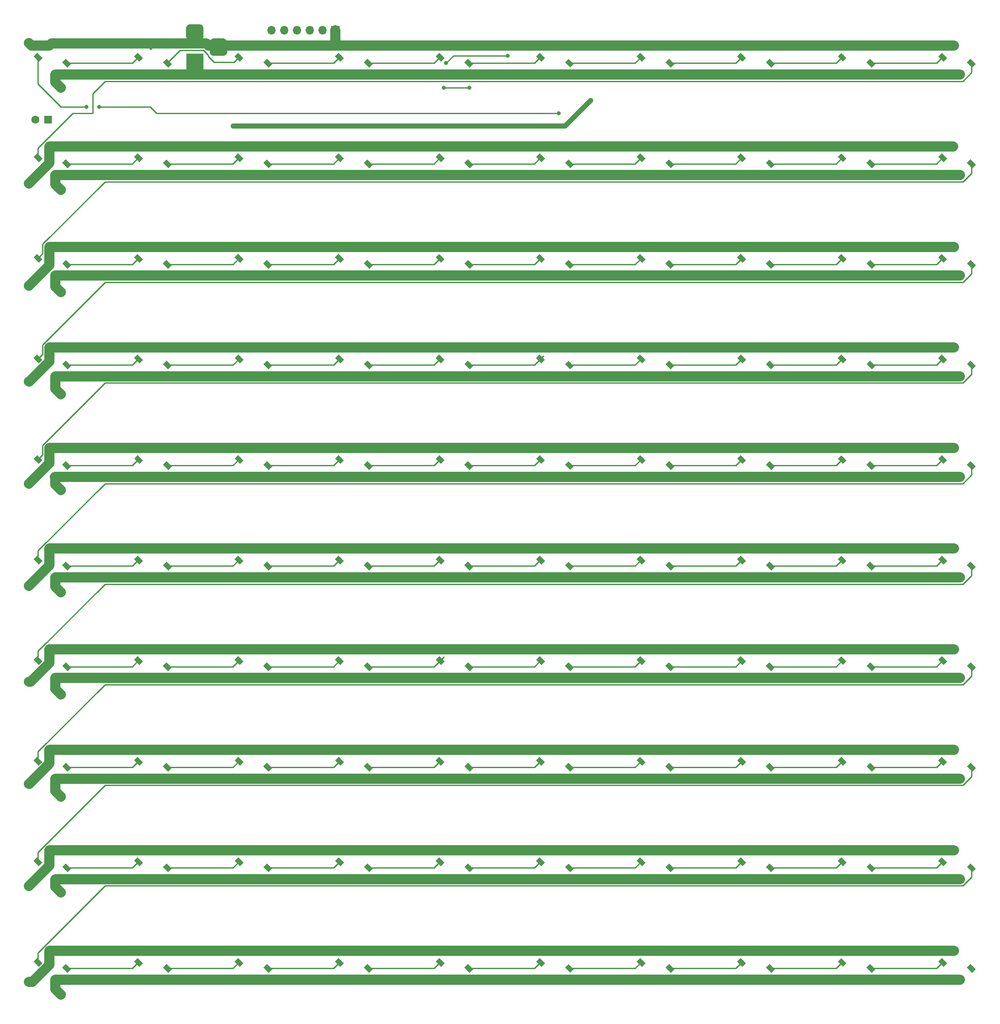
<source format=gbr>
G04 #@! TF.GenerationSoftware,KiCad,Pcbnew,5.0.0*
G04 #@! TF.CreationDate,2018-08-02T01:45:53+02:00*
G04 #@! TF.ProjectId,pentasquare,70656E74617371756172652E6B696361,rev?*
G04 #@! TF.SameCoordinates,Original*
G04 #@! TF.FileFunction,Copper,L1,Top,Signal*
G04 #@! TF.FilePolarity,Positive*
%FSLAX46Y46*%
G04 Gerber Fmt 4.6, Leading zero omitted, Abs format (unit mm)*
G04 Created by KiCad (PCBNEW 5.0.0) date Thu Aug  2 01:45:53 2018*
%MOMM*%
%LPD*%
G01*
G04 APERTURE LIST*
G04 #@! TA.AperFunction,ComponentPad*
%ADD10R,3.500000X3.500000*%
G04 #@! TD*
G04 #@! TA.AperFunction,Conductor*
%ADD11C,0.100000*%
G04 #@! TD*
G04 #@! TA.AperFunction,ComponentPad*
%ADD12C,3.000000*%
G04 #@! TD*
G04 #@! TA.AperFunction,ComponentPad*
%ADD13C,3.500000*%
G04 #@! TD*
G04 #@! TA.AperFunction,ComponentPad*
%ADD14R,1.600000X1.600000*%
G04 #@! TD*
G04 #@! TA.AperFunction,ComponentPad*
%ADD15C,1.600000*%
G04 #@! TD*
G04 #@! TA.AperFunction,ComponentPad*
%ADD16R,1.700000X1.700000*%
G04 #@! TD*
G04 #@! TA.AperFunction,ComponentPad*
%ADD17O,1.700000X1.700000*%
G04 #@! TD*
G04 #@! TA.AperFunction,SMDPad,CuDef*
%ADD18C,1.000000*%
G04 #@! TD*
G04 #@! TA.AperFunction,ViaPad*
%ADD19C,2.000000*%
G04 #@! TD*
G04 #@! TA.AperFunction,ViaPad*
%ADD20C,1.000000*%
G04 #@! TD*
G04 #@! TA.AperFunction,ViaPad*
%ADD21C,0.800000*%
G04 #@! TD*
G04 #@! TA.AperFunction,Conductor*
%ADD22C,2.000000*%
G04 #@! TD*
G04 #@! TA.AperFunction,Conductor*
%ADD23C,0.250000*%
G04 #@! TD*
G04 #@! TA.AperFunction,Conductor*
%ADD24C,1.000000*%
G04 #@! TD*
G04 APERTURE END LIST*
D10*
G04 #@! TO.P,J2,1*
G04 #@! TO.N,+5V*
X53340000Y-25400000D03*
D11*
G04 #@! TD*
G04 #@! TO.N,GND*
G04 #@! TO.C,J2*
G36*
X54413513Y-17903611D02*
X54486318Y-17914411D01*
X54557714Y-17932295D01*
X54627013Y-17957090D01*
X54693548Y-17988559D01*
X54756678Y-18026398D01*
X54815795Y-18070242D01*
X54870330Y-18119670D01*
X54919758Y-18174205D01*
X54963602Y-18233322D01*
X55001441Y-18296452D01*
X55032910Y-18362987D01*
X55057705Y-18432286D01*
X55075589Y-18503682D01*
X55086389Y-18576487D01*
X55090000Y-18650000D01*
X55090000Y-20150000D01*
X55086389Y-20223513D01*
X55075589Y-20296318D01*
X55057705Y-20367714D01*
X55032910Y-20437013D01*
X55001441Y-20503548D01*
X54963602Y-20566678D01*
X54919758Y-20625795D01*
X54870330Y-20680330D01*
X54815795Y-20729758D01*
X54756678Y-20773602D01*
X54693548Y-20811441D01*
X54627013Y-20842910D01*
X54557714Y-20867705D01*
X54486318Y-20885589D01*
X54413513Y-20896389D01*
X54340000Y-20900000D01*
X52340000Y-20900000D01*
X52266487Y-20896389D01*
X52193682Y-20885589D01*
X52122286Y-20867705D01*
X52052987Y-20842910D01*
X51986452Y-20811441D01*
X51923322Y-20773602D01*
X51864205Y-20729758D01*
X51809670Y-20680330D01*
X51760242Y-20625795D01*
X51716398Y-20566678D01*
X51678559Y-20503548D01*
X51647090Y-20437013D01*
X51622295Y-20367714D01*
X51604411Y-20296318D01*
X51593611Y-20223513D01*
X51590000Y-20150000D01*
X51590000Y-18650000D01*
X51593611Y-18576487D01*
X51604411Y-18503682D01*
X51622295Y-18432286D01*
X51647090Y-18362987D01*
X51678559Y-18296452D01*
X51716398Y-18233322D01*
X51760242Y-18174205D01*
X51809670Y-18119670D01*
X51864205Y-18070242D01*
X51923322Y-18026398D01*
X51986452Y-17988559D01*
X52052987Y-17957090D01*
X52122286Y-17932295D01*
X52193682Y-17914411D01*
X52266487Y-17903611D01*
X52340000Y-17900000D01*
X54340000Y-17900000D01*
X54413513Y-17903611D01*
X54413513Y-17903611D01*
G37*
D12*
G04 #@! TO.P,J2,2*
G04 #@! TO.N,GND*
X53340000Y-19400000D03*
D11*
G04 #@! TD*
G04 #@! TO.N,GND*
G04 #@! TO.C,J2*
G36*
X59000765Y-20654213D02*
X59085704Y-20666813D01*
X59168999Y-20687677D01*
X59249848Y-20716605D01*
X59327472Y-20753319D01*
X59401124Y-20797464D01*
X59470094Y-20848616D01*
X59533718Y-20906282D01*
X59591384Y-20969906D01*
X59642536Y-21038876D01*
X59686681Y-21112528D01*
X59723395Y-21190152D01*
X59752323Y-21271001D01*
X59773187Y-21354296D01*
X59785787Y-21439235D01*
X59790000Y-21525000D01*
X59790000Y-23275000D01*
X59785787Y-23360765D01*
X59773187Y-23445704D01*
X59752323Y-23528999D01*
X59723395Y-23609848D01*
X59686681Y-23687472D01*
X59642536Y-23761124D01*
X59591384Y-23830094D01*
X59533718Y-23893718D01*
X59470094Y-23951384D01*
X59401124Y-24002536D01*
X59327472Y-24046681D01*
X59249848Y-24083395D01*
X59168999Y-24112323D01*
X59085704Y-24133187D01*
X59000765Y-24145787D01*
X58915000Y-24150000D01*
X57165000Y-24150000D01*
X57079235Y-24145787D01*
X56994296Y-24133187D01*
X56911001Y-24112323D01*
X56830152Y-24083395D01*
X56752528Y-24046681D01*
X56678876Y-24002536D01*
X56609906Y-23951384D01*
X56546282Y-23893718D01*
X56488616Y-23830094D01*
X56437464Y-23761124D01*
X56393319Y-23687472D01*
X56356605Y-23609848D01*
X56327677Y-23528999D01*
X56306813Y-23445704D01*
X56294213Y-23360765D01*
X56290000Y-23275000D01*
X56290000Y-21525000D01*
X56294213Y-21439235D01*
X56306813Y-21354296D01*
X56327677Y-21271001D01*
X56356605Y-21190152D01*
X56393319Y-21112528D01*
X56437464Y-21038876D01*
X56488616Y-20969906D01*
X56546282Y-20906282D01*
X56609906Y-20848616D01*
X56678876Y-20797464D01*
X56752528Y-20753319D01*
X56830152Y-20716605D01*
X56911001Y-20687677D01*
X56994296Y-20666813D01*
X57079235Y-20654213D01*
X57165000Y-20650000D01*
X58915000Y-20650000D01*
X59000765Y-20654213D01*
X59000765Y-20654213D01*
G37*
D13*
G04 #@! TO.P,J2,3*
G04 #@! TO.N,GND*
X58040000Y-22400000D03*
G04 #@! TD*
D14*
G04 #@! TO.P,C5,1*
G04 #@! TO.N,+5V*
X24130000Y-36830000D03*
D15*
G04 #@! TO.P,C5,2*
G04 #@! TO.N,GND*
X21630000Y-36830000D03*
G04 #@! TD*
D16*
G04 #@! TO.P,J1,1*
G04 #@! TO.N,GND*
X81280000Y-19050000D03*
D17*
G04 #@! TO.P,J1,2*
G04 #@! TO.N,/RTS*
X78740000Y-19050000D03*
G04 #@! TO.P,J1,3*
G04 #@! TO.N,Net-(J1-Pad3)*
X76200000Y-19050000D03*
G04 #@! TO.P,J1,4*
G04 #@! TO.N,/RX*
X73660000Y-19050000D03*
G04 #@! TO.P,J1,5*
G04 #@! TO.N,/TX*
X71120000Y-19050000D03*
G04 #@! TO.P,J1,6*
G04 #@! TO.N,/DTR*
X68580000Y-19050000D03*
G04 #@! TD*
D18*
G04 #@! TO.P,D100,1*
G04 #@! TO.N,+5V*
X205601041Y-207863782D03*
D11*
G04 #@! TD*
G04 #@! TO.N,+5V*
G04 #@! TO.C,D100*
G36*
X206484924Y-208040559D02*
X205777818Y-208747665D01*
X204717158Y-207687005D01*
X205424264Y-206979899D01*
X206484924Y-208040559D01*
X206484924Y-208040559D01*
G37*
D18*
G04 #@! TO.P,D100,2*
G04 #@! TO.N,/sheet5B625F99/DOUT*
X207863782Y-205601041D03*
D11*
G04 #@! TD*
G04 #@! TO.N,/sheet5B625F99/DOUT*
G04 #@! TO.C,D100*
G36*
X208747665Y-205777818D02*
X208040559Y-206484924D01*
X206979899Y-205424264D01*
X207687005Y-204717158D01*
X208747665Y-205777818D01*
X208747665Y-205777818D01*
G37*
D18*
G04 #@! TO.P,D100,4*
G04 #@! TO.N,Net-(D100-Pad4)*
X202136218Y-204398959D03*
D11*
G04 #@! TD*
G04 #@! TO.N,Net-(D100-Pad4)*
G04 #@! TO.C,D100*
G36*
X203020101Y-204575736D02*
X202312995Y-205282842D01*
X201252335Y-204222182D01*
X201959441Y-203515076D01*
X203020101Y-204575736D01*
X203020101Y-204575736D01*
G37*
D18*
G04 #@! TO.P,D100,3*
G04 #@! TO.N,GND*
X204398959Y-202136218D03*
D11*
G04 #@! TD*
G04 #@! TO.N,GND*
G04 #@! TO.C,D100*
G36*
X205282842Y-202312995D02*
X204575736Y-203020101D01*
X203515076Y-201959441D01*
X204222182Y-201252335D01*
X205282842Y-202312995D01*
X205282842Y-202312995D01*
G37*
D18*
G04 #@! TO.P,D99,3*
G04 #@! TO.N,GND*
X184398959Y-202136218D03*
D11*
G04 #@! TD*
G04 #@! TO.N,GND*
G04 #@! TO.C,D99*
G36*
X185282842Y-202312995D02*
X184575736Y-203020101D01*
X183515076Y-201959441D01*
X184222182Y-201252335D01*
X185282842Y-202312995D01*
X185282842Y-202312995D01*
G37*
D18*
G04 #@! TO.P,D99,4*
G04 #@! TO.N,Net-(D98-Pad2)*
X182136218Y-204398959D03*
D11*
G04 #@! TD*
G04 #@! TO.N,Net-(D98-Pad2)*
G04 #@! TO.C,D99*
G36*
X183020101Y-204575736D02*
X182312995Y-205282842D01*
X181252335Y-204222182D01*
X181959441Y-203515076D01*
X183020101Y-204575736D01*
X183020101Y-204575736D01*
G37*
D18*
G04 #@! TO.P,D99,2*
G04 #@! TO.N,Net-(D100-Pad4)*
X187863782Y-205601041D03*
D11*
G04 #@! TD*
G04 #@! TO.N,Net-(D100-Pad4)*
G04 #@! TO.C,D99*
G36*
X188747665Y-205777818D02*
X188040559Y-206484924D01*
X186979899Y-205424264D01*
X187687005Y-204717158D01*
X188747665Y-205777818D01*
X188747665Y-205777818D01*
G37*
D18*
G04 #@! TO.P,D99,1*
G04 #@! TO.N,+5V*
X185601041Y-207863782D03*
D11*
G04 #@! TD*
G04 #@! TO.N,+5V*
G04 #@! TO.C,D99*
G36*
X186484924Y-208040559D02*
X185777818Y-208747665D01*
X184717158Y-207687005D01*
X185424264Y-206979899D01*
X186484924Y-208040559D01*
X186484924Y-208040559D01*
G37*
D18*
G04 #@! TO.P,D98,1*
G04 #@! TO.N,+5V*
X165601041Y-207863782D03*
D11*
G04 #@! TD*
G04 #@! TO.N,+5V*
G04 #@! TO.C,D98*
G36*
X166484924Y-208040559D02*
X165777818Y-208747665D01*
X164717158Y-207687005D01*
X165424264Y-206979899D01*
X166484924Y-208040559D01*
X166484924Y-208040559D01*
G37*
D18*
G04 #@! TO.P,D98,2*
G04 #@! TO.N,Net-(D98-Pad2)*
X167863782Y-205601041D03*
D11*
G04 #@! TD*
G04 #@! TO.N,Net-(D98-Pad2)*
G04 #@! TO.C,D98*
G36*
X168747665Y-205777818D02*
X168040559Y-206484924D01*
X166979899Y-205424264D01*
X167687005Y-204717158D01*
X168747665Y-205777818D01*
X168747665Y-205777818D01*
G37*
D18*
G04 #@! TO.P,D98,4*
G04 #@! TO.N,Net-(D97-Pad2)*
X162136218Y-204398959D03*
D11*
G04 #@! TD*
G04 #@! TO.N,Net-(D97-Pad2)*
G04 #@! TO.C,D98*
G36*
X163020101Y-204575736D02*
X162312995Y-205282842D01*
X161252335Y-204222182D01*
X161959441Y-203515076D01*
X163020101Y-204575736D01*
X163020101Y-204575736D01*
G37*
D18*
G04 #@! TO.P,D98,3*
G04 #@! TO.N,GND*
X164398959Y-202136218D03*
D11*
G04 #@! TD*
G04 #@! TO.N,GND*
G04 #@! TO.C,D98*
G36*
X165282842Y-202312995D02*
X164575736Y-203020101D01*
X163515076Y-201959441D01*
X164222182Y-201252335D01*
X165282842Y-202312995D01*
X165282842Y-202312995D01*
G37*
D18*
G04 #@! TO.P,D97,3*
G04 #@! TO.N,GND*
X144398959Y-202136218D03*
D11*
G04 #@! TD*
G04 #@! TO.N,GND*
G04 #@! TO.C,D97*
G36*
X145282842Y-202312995D02*
X144575736Y-203020101D01*
X143515076Y-201959441D01*
X144222182Y-201252335D01*
X145282842Y-202312995D01*
X145282842Y-202312995D01*
G37*
D18*
G04 #@! TO.P,D97,4*
G04 #@! TO.N,Net-(D96-Pad2)*
X142136218Y-204398959D03*
D11*
G04 #@! TD*
G04 #@! TO.N,Net-(D96-Pad2)*
G04 #@! TO.C,D97*
G36*
X143020101Y-204575736D02*
X142312995Y-205282842D01*
X141252335Y-204222182D01*
X141959441Y-203515076D01*
X143020101Y-204575736D01*
X143020101Y-204575736D01*
G37*
D18*
G04 #@! TO.P,D97,2*
G04 #@! TO.N,Net-(D97-Pad2)*
X147863782Y-205601041D03*
D11*
G04 #@! TD*
G04 #@! TO.N,Net-(D97-Pad2)*
G04 #@! TO.C,D97*
G36*
X148747665Y-205777818D02*
X148040559Y-206484924D01*
X146979899Y-205424264D01*
X147687005Y-204717158D01*
X148747665Y-205777818D01*
X148747665Y-205777818D01*
G37*
D18*
G04 #@! TO.P,D97,1*
G04 #@! TO.N,+5V*
X145601041Y-207863782D03*
D11*
G04 #@! TD*
G04 #@! TO.N,+5V*
G04 #@! TO.C,D97*
G36*
X146484924Y-208040559D02*
X145777818Y-208747665D01*
X144717158Y-207687005D01*
X145424264Y-206979899D01*
X146484924Y-208040559D01*
X146484924Y-208040559D01*
G37*
D18*
G04 #@! TO.P,D96,1*
G04 #@! TO.N,+5V*
X125601041Y-207863782D03*
D11*
G04 #@! TD*
G04 #@! TO.N,+5V*
G04 #@! TO.C,D96*
G36*
X126484924Y-208040559D02*
X125777818Y-208747665D01*
X124717158Y-207687005D01*
X125424264Y-206979899D01*
X126484924Y-208040559D01*
X126484924Y-208040559D01*
G37*
D18*
G04 #@! TO.P,D96,2*
G04 #@! TO.N,Net-(D96-Pad2)*
X127863782Y-205601041D03*
D11*
G04 #@! TD*
G04 #@! TO.N,Net-(D96-Pad2)*
G04 #@! TO.C,D96*
G36*
X128747665Y-205777818D02*
X128040559Y-206484924D01*
X126979899Y-205424264D01*
X127687005Y-204717158D01*
X128747665Y-205777818D01*
X128747665Y-205777818D01*
G37*
D18*
G04 #@! TO.P,D96,4*
G04 #@! TO.N,Net-(D95-Pad2)*
X122136218Y-204398959D03*
D11*
G04 #@! TD*
G04 #@! TO.N,Net-(D95-Pad2)*
G04 #@! TO.C,D96*
G36*
X123020101Y-204575736D02*
X122312995Y-205282842D01*
X121252335Y-204222182D01*
X121959441Y-203515076D01*
X123020101Y-204575736D01*
X123020101Y-204575736D01*
G37*
D18*
G04 #@! TO.P,D96,3*
G04 #@! TO.N,GND*
X124398959Y-202136218D03*
D11*
G04 #@! TD*
G04 #@! TO.N,GND*
G04 #@! TO.C,D96*
G36*
X125282842Y-202312995D02*
X124575736Y-203020101D01*
X123515076Y-201959441D01*
X124222182Y-201252335D01*
X125282842Y-202312995D01*
X125282842Y-202312995D01*
G37*
D18*
G04 #@! TO.P,D95,3*
G04 #@! TO.N,GND*
X104398959Y-202136218D03*
D11*
G04 #@! TD*
G04 #@! TO.N,GND*
G04 #@! TO.C,D95*
G36*
X105282842Y-202312995D02*
X104575736Y-203020101D01*
X103515076Y-201959441D01*
X104222182Y-201252335D01*
X105282842Y-202312995D01*
X105282842Y-202312995D01*
G37*
D18*
G04 #@! TO.P,D95,4*
G04 #@! TO.N,Net-(D94-Pad2)*
X102136218Y-204398959D03*
D11*
G04 #@! TD*
G04 #@! TO.N,Net-(D94-Pad2)*
G04 #@! TO.C,D95*
G36*
X103020101Y-204575736D02*
X102312995Y-205282842D01*
X101252335Y-204222182D01*
X101959441Y-203515076D01*
X103020101Y-204575736D01*
X103020101Y-204575736D01*
G37*
D18*
G04 #@! TO.P,D95,2*
G04 #@! TO.N,Net-(D95-Pad2)*
X107863782Y-205601041D03*
D11*
G04 #@! TD*
G04 #@! TO.N,Net-(D95-Pad2)*
G04 #@! TO.C,D95*
G36*
X108747665Y-205777818D02*
X108040559Y-206484924D01*
X106979899Y-205424264D01*
X107687005Y-204717158D01*
X108747665Y-205777818D01*
X108747665Y-205777818D01*
G37*
D18*
G04 #@! TO.P,D95,1*
G04 #@! TO.N,+5V*
X105601041Y-207863782D03*
D11*
G04 #@! TD*
G04 #@! TO.N,+5V*
G04 #@! TO.C,D95*
G36*
X106484924Y-208040559D02*
X105777818Y-208747665D01*
X104717158Y-207687005D01*
X105424264Y-206979899D01*
X106484924Y-208040559D01*
X106484924Y-208040559D01*
G37*
D18*
G04 #@! TO.P,D94,1*
G04 #@! TO.N,+5V*
X85601041Y-207863782D03*
D11*
G04 #@! TD*
G04 #@! TO.N,+5V*
G04 #@! TO.C,D94*
G36*
X86484924Y-208040559D02*
X85777818Y-208747665D01*
X84717158Y-207687005D01*
X85424264Y-206979899D01*
X86484924Y-208040559D01*
X86484924Y-208040559D01*
G37*
D18*
G04 #@! TO.P,D94,2*
G04 #@! TO.N,Net-(D94-Pad2)*
X87863782Y-205601041D03*
D11*
G04 #@! TD*
G04 #@! TO.N,Net-(D94-Pad2)*
G04 #@! TO.C,D94*
G36*
X88747665Y-205777818D02*
X88040559Y-206484924D01*
X86979899Y-205424264D01*
X87687005Y-204717158D01*
X88747665Y-205777818D01*
X88747665Y-205777818D01*
G37*
D18*
G04 #@! TO.P,D94,4*
G04 #@! TO.N,Net-(D93-Pad2)*
X82136218Y-204398959D03*
D11*
G04 #@! TD*
G04 #@! TO.N,Net-(D93-Pad2)*
G04 #@! TO.C,D94*
G36*
X83020101Y-204575736D02*
X82312995Y-205282842D01*
X81252335Y-204222182D01*
X81959441Y-203515076D01*
X83020101Y-204575736D01*
X83020101Y-204575736D01*
G37*
D18*
G04 #@! TO.P,D94,3*
G04 #@! TO.N,GND*
X84398959Y-202136218D03*
D11*
G04 #@! TD*
G04 #@! TO.N,GND*
G04 #@! TO.C,D94*
G36*
X85282842Y-202312995D02*
X84575736Y-203020101D01*
X83515076Y-201959441D01*
X84222182Y-201252335D01*
X85282842Y-202312995D01*
X85282842Y-202312995D01*
G37*
D18*
G04 #@! TO.P,D93,3*
G04 #@! TO.N,GND*
X64398959Y-202136218D03*
D11*
G04 #@! TD*
G04 #@! TO.N,GND*
G04 #@! TO.C,D93*
G36*
X65282842Y-202312995D02*
X64575736Y-203020101D01*
X63515076Y-201959441D01*
X64222182Y-201252335D01*
X65282842Y-202312995D01*
X65282842Y-202312995D01*
G37*
D18*
G04 #@! TO.P,D93,4*
G04 #@! TO.N,Net-(D92-Pad2)*
X62136218Y-204398959D03*
D11*
G04 #@! TD*
G04 #@! TO.N,Net-(D92-Pad2)*
G04 #@! TO.C,D93*
G36*
X63020101Y-204575736D02*
X62312995Y-205282842D01*
X61252335Y-204222182D01*
X61959441Y-203515076D01*
X63020101Y-204575736D01*
X63020101Y-204575736D01*
G37*
D18*
G04 #@! TO.P,D93,2*
G04 #@! TO.N,Net-(D93-Pad2)*
X67863782Y-205601041D03*
D11*
G04 #@! TD*
G04 #@! TO.N,Net-(D93-Pad2)*
G04 #@! TO.C,D93*
G36*
X68747665Y-205777818D02*
X68040559Y-206484924D01*
X66979899Y-205424264D01*
X67687005Y-204717158D01*
X68747665Y-205777818D01*
X68747665Y-205777818D01*
G37*
D18*
G04 #@! TO.P,D93,1*
G04 #@! TO.N,+5V*
X65601041Y-207863782D03*
D11*
G04 #@! TD*
G04 #@! TO.N,+5V*
G04 #@! TO.C,D93*
G36*
X66484924Y-208040559D02*
X65777818Y-208747665D01*
X64717158Y-207687005D01*
X65424264Y-206979899D01*
X66484924Y-208040559D01*
X66484924Y-208040559D01*
G37*
D18*
G04 #@! TO.P,D92,1*
G04 #@! TO.N,+5V*
X45601041Y-207863782D03*
D11*
G04 #@! TD*
G04 #@! TO.N,+5V*
G04 #@! TO.C,D92*
G36*
X46484924Y-208040559D02*
X45777818Y-208747665D01*
X44717158Y-207687005D01*
X45424264Y-206979899D01*
X46484924Y-208040559D01*
X46484924Y-208040559D01*
G37*
D18*
G04 #@! TO.P,D92,2*
G04 #@! TO.N,Net-(D92-Pad2)*
X47863782Y-205601041D03*
D11*
G04 #@! TD*
G04 #@! TO.N,Net-(D92-Pad2)*
G04 #@! TO.C,D92*
G36*
X48747665Y-205777818D02*
X48040559Y-206484924D01*
X46979899Y-205424264D01*
X47687005Y-204717158D01*
X48747665Y-205777818D01*
X48747665Y-205777818D01*
G37*
D18*
G04 #@! TO.P,D92,4*
G04 #@! TO.N,Net-(D91-Pad2)*
X42136218Y-204398959D03*
D11*
G04 #@! TD*
G04 #@! TO.N,Net-(D91-Pad2)*
G04 #@! TO.C,D92*
G36*
X43020101Y-204575736D02*
X42312995Y-205282842D01*
X41252335Y-204222182D01*
X41959441Y-203515076D01*
X43020101Y-204575736D01*
X43020101Y-204575736D01*
G37*
D18*
G04 #@! TO.P,D92,3*
G04 #@! TO.N,GND*
X44398959Y-202136218D03*
D11*
G04 #@! TD*
G04 #@! TO.N,GND*
G04 #@! TO.C,D92*
G36*
X45282842Y-202312995D02*
X44575736Y-203020101D01*
X43515076Y-201959441D01*
X44222182Y-201252335D01*
X45282842Y-202312995D01*
X45282842Y-202312995D01*
G37*
D18*
G04 #@! TO.P,D91,3*
G04 #@! TO.N,GND*
X24398959Y-202136218D03*
D11*
G04 #@! TD*
G04 #@! TO.N,GND*
G04 #@! TO.C,D91*
G36*
X25282842Y-202312995D02*
X24575736Y-203020101D01*
X23515076Y-201959441D01*
X24222182Y-201252335D01*
X25282842Y-202312995D01*
X25282842Y-202312995D01*
G37*
D18*
G04 #@! TO.P,D91,4*
G04 #@! TO.N,/sheet5B625F99/DIN*
X22136218Y-204398959D03*
D11*
G04 #@! TD*
G04 #@! TO.N,/sheet5B625F99/DIN*
G04 #@! TO.C,D91*
G36*
X23020101Y-204575736D02*
X22312995Y-205282842D01*
X21252335Y-204222182D01*
X21959441Y-203515076D01*
X23020101Y-204575736D01*
X23020101Y-204575736D01*
G37*
D18*
G04 #@! TO.P,D91,2*
G04 #@! TO.N,Net-(D91-Pad2)*
X27863782Y-205601041D03*
D11*
G04 #@! TD*
G04 #@! TO.N,Net-(D91-Pad2)*
G04 #@! TO.C,D91*
G36*
X28747665Y-205777818D02*
X28040559Y-206484924D01*
X26979899Y-205424264D01*
X27687005Y-204717158D01*
X28747665Y-205777818D01*
X28747665Y-205777818D01*
G37*
D18*
G04 #@! TO.P,D91,1*
G04 #@! TO.N,+5V*
X25601041Y-207863782D03*
D11*
G04 #@! TD*
G04 #@! TO.N,+5V*
G04 #@! TO.C,D91*
G36*
X26484924Y-208040559D02*
X25777818Y-208747665D01*
X24717158Y-207687005D01*
X25424264Y-206979899D01*
X26484924Y-208040559D01*
X26484924Y-208040559D01*
G37*
D18*
G04 #@! TO.P,D90,1*
G04 #@! TO.N,+5V*
X205601041Y-187863782D03*
D11*
G04 #@! TD*
G04 #@! TO.N,+5V*
G04 #@! TO.C,D90*
G36*
X206484924Y-188040559D02*
X205777818Y-188747665D01*
X204717158Y-187687005D01*
X205424264Y-186979899D01*
X206484924Y-188040559D01*
X206484924Y-188040559D01*
G37*
D18*
G04 #@! TO.P,D90,2*
G04 #@! TO.N,/sheet5B625F99/DIN*
X207863782Y-185601041D03*
D11*
G04 #@! TD*
G04 #@! TO.N,/sheet5B625F99/DIN*
G04 #@! TO.C,D90*
G36*
X208747665Y-185777818D02*
X208040559Y-186484924D01*
X206979899Y-185424264D01*
X207687005Y-184717158D01*
X208747665Y-185777818D01*
X208747665Y-185777818D01*
G37*
D18*
G04 #@! TO.P,D90,4*
G04 #@! TO.N,Net-(D89-Pad2)*
X202136218Y-184398959D03*
D11*
G04 #@! TD*
G04 #@! TO.N,Net-(D89-Pad2)*
G04 #@! TO.C,D90*
G36*
X203020101Y-184575736D02*
X202312995Y-185282842D01*
X201252335Y-184222182D01*
X201959441Y-183515076D01*
X203020101Y-184575736D01*
X203020101Y-184575736D01*
G37*
D18*
G04 #@! TO.P,D90,3*
G04 #@! TO.N,GND*
X204398959Y-182136218D03*
D11*
G04 #@! TD*
G04 #@! TO.N,GND*
G04 #@! TO.C,D90*
G36*
X205282842Y-182312995D02*
X204575736Y-183020101D01*
X203515076Y-181959441D01*
X204222182Y-181252335D01*
X205282842Y-182312995D01*
X205282842Y-182312995D01*
G37*
D18*
G04 #@! TO.P,D63,3*
G04 #@! TO.N,GND*
X64398959Y-142136218D03*
D11*
G04 #@! TD*
G04 #@! TO.N,GND*
G04 #@! TO.C,D63*
G36*
X65282842Y-142312995D02*
X64575736Y-143020101D01*
X63515076Y-141959441D01*
X64222182Y-141252335D01*
X65282842Y-142312995D01*
X65282842Y-142312995D01*
G37*
D18*
G04 #@! TO.P,D63,4*
G04 #@! TO.N,Net-(D62-Pad2)*
X62136218Y-144398959D03*
D11*
G04 #@! TD*
G04 #@! TO.N,Net-(D62-Pad2)*
G04 #@! TO.C,D63*
G36*
X63020101Y-144575736D02*
X62312995Y-145282842D01*
X61252335Y-144222182D01*
X61959441Y-143515076D01*
X63020101Y-144575736D01*
X63020101Y-144575736D01*
G37*
D18*
G04 #@! TO.P,D63,2*
G04 #@! TO.N,Net-(D63-Pad2)*
X67863782Y-145601041D03*
D11*
G04 #@! TD*
G04 #@! TO.N,Net-(D63-Pad2)*
G04 #@! TO.C,D63*
G36*
X68747665Y-145777818D02*
X68040559Y-146484924D01*
X66979899Y-145424264D01*
X67687005Y-144717158D01*
X68747665Y-145777818D01*
X68747665Y-145777818D01*
G37*
D18*
G04 #@! TO.P,D63,1*
G04 #@! TO.N,+5V*
X65601041Y-147863782D03*
D11*
G04 #@! TD*
G04 #@! TO.N,+5V*
G04 #@! TO.C,D63*
G36*
X66484924Y-148040559D02*
X65777818Y-148747665D01*
X64717158Y-147687005D01*
X65424264Y-146979899D01*
X66484924Y-148040559D01*
X66484924Y-148040559D01*
G37*
D18*
G04 #@! TO.P,D51,1*
G04 #@! TO.N,+5V*
X25601041Y-127863782D03*
D11*
G04 #@! TD*
G04 #@! TO.N,+5V*
G04 #@! TO.C,D51*
G36*
X26484924Y-128040559D02*
X25777818Y-128747665D01*
X24717158Y-127687005D01*
X25424264Y-126979899D01*
X26484924Y-128040559D01*
X26484924Y-128040559D01*
G37*
D18*
G04 #@! TO.P,D51,2*
G04 #@! TO.N,Net-(D51-Pad2)*
X27863782Y-125601041D03*
D11*
G04 #@! TD*
G04 #@! TO.N,Net-(D51-Pad2)*
G04 #@! TO.C,D51*
G36*
X28747665Y-125777818D02*
X28040559Y-126484924D01*
X26979899Y-125424264D01*
X27687005Y-124717158D01*
X28747665Y-125777818D01*
X28747665Y-125777818D01*
G37*
D18*
G04 #@! TO.P,D51,4*
G04 #@! TO.N,/sheet5B625F85/DIN*
X22136218Y-124398959D03*
D11*
G04 #@! TD*
G04 #@! TO.N,/sheet5B625F85/DIN*
G04 #@! TO.C,D51*
G36*
X23020101Y-124575736D02*
X22312995Y-125282842D01*
X21252335Y-124222182D01*
X21959441Y-123515076D01*
X23020101Y-124575736D01*
X23020101Y-124575736D01*
G37*
D18*
G04 #@! TO.P,D51,3*
G04 #@! TO.N,GND*
X24398959Y-122136218D03*
D11*
G04 #@! TD*
G04 #@! TO.N,GND*
G04 #@! TO.C,D51*
G36*
X25282842Y-122312995D02*
X24575736Y-123020101D01*
X23515076Y-121959441D01*
X24222182Y-121252335D01*
X25282842Y-122312995D01*
X25282842Y-122312995D01*
G37*
D18*
G04 #@! TO.P,D87,3*
G04 #@! TO.N,GND*
X144398959Y-182136218D03*
D11*
G04 #@! TD*
G04 #@! TO.N,GND*
G04 #@! TO.C,D87*
G36*
X145282842Y-182312995D02*
X144575736Y-183020101D01*
X143515076Y-181959441D01*
X144222182Y-181252335D01*
X145282842Y-182312995D01*
X145282842Y-182312995D01*
G37*
D18*
G04 #@! TO.P,D87,4*
G04 #@! TO.N,Net-(D86-Pad2)*
X142136218Y-184398959D03*
D11*
G04 #@! TD*
G04 #@! TO.N,Net-(D86-Pad2)*
G04 #@! TO.C,D87*
G36*
X143020101Y-184575736D02*
X142312995Y-185282842D01*
X141252335Y-184222182D01*
X141959441Y-183515076D01*
X143020101Y-184575736D01*
X143020101Y-184575736D01*
G37*
D18*
G04 #@! TO.P,D87,2*
G04 #@! TO.N,Net-(D87-Pad2)*
X147863782Y-185601041D03*
D11*
G04 #@! TD*
G04 #@! TO.N,Net-(D87-Pad2)*
G04 #@! TO.C,D87*
G36*
X148747665Y-185777818D02*
X148040559Y-186484924D01*
X146979899Y-185424264D01*
X147687005Y-184717158D01*
X148747665Y-185777818D01*
X148747665Y-185777818D01*
G37*
D18*
G04 #@! TO.P,D87,1*
G04 #@! TO.N,+5V*
X145601041Y-187863782D03*
D11*
G04 #@! TD*
G04 #@! TO.N,+5V*
G04 #@! TO.C,D87*
G36*
X146484924Y-188040559D02*
X145777818Y-188747665D01*
X144717158Y-187687005D01*
X145424264Y-186979899D01*
X146484924Y-188040559D01*
X146484924Y-188040559D01*
G37*
D18*
G04 #@! TO.P,D86,1*
G04 #@! TO.N,+5V*
X125601041Y-187863782D03*
D11*
G04 #@! TD*
G04 #@! TO.N,+5V*
G04 #@! TO.C,D86*
G36*
X126484924Y-188040559D02*
X125777818Y-188747665D01*
X124717158Y-187687005D01*
X125424264Y-186979899D01*
X126484924Y-188040559D01*
X126484924Y-188040559D01*
G37*
D18*
G04 #@! TO.P,D86,2*
G04 #@! TO.N,Net-(D86-Pad2)*
X127863782Y-185601041D03*
D11*
G04 #@! TD*
G04 #@! TO.N,Net-(D86-Pad2)*
G04 #@! TO.C,D86*
G36*
X128747665Y-185777818D02*
X128040559Y-186484924D01*
X126979899Y-185424264D01*
X127687005Y-184717158D01*
X128747665Y-185777818D01*
X128747665Y-185777818D01*
G37*
D18*
G04 #@! TO.P,D86,4*
G04 #@! TO.N,Net-(D85-Pad2)*
X122136218Y-184398959D03*
D11*
G04 #@! TD*
G04 #@! TO.N,Net-(D85-Pad2)*
G04 #@! TO.C,D86*
G36*
X123020101Y-184575736D02*
X122312995Y-185282842D01*
X121252335Y-184222182D01*
X121959441Y-183515076D01*
X123020101Y-184575736D01*
X123020101Y-184575736D01*
G37*
D18*
G04 #@! TO.P,D86,3*
G04 #@! TO.N,GND*
X124398959Y-182136218D03*
D11*
G04 #@! TD*
G04 #@! TO.N,GND*
G04 #@! TO.C,D86*
G36*
X125282842Y-182312995D02*
X124575736Y-183020101D01*
X123515076Y-181959441D01*
X124222182Y-181252335D01*
X125282842Y-182312995D01*
X125282842Y-182312995D01*
G37*
D18*
G04 #@! TO.P,D85,3*
G04 #@! TO.N,GND*
X104398959Y-182136218D03*
D11*
G04 #@! TD*
G04 #@! TO.N,GND*
G04 #@! TO.C,D85*
G36*
X105282842Y-182312995D02*
X104575736Y-183020101D01*
X103515076Y-181959441D01*
X104222182Y-181252335D01*
X105282842Y-182312995D01*
X105282842Y-182312995D01*
G37*
D18*
G04 #@! TO.P,D85,4*
G04 #@! TO.N,Net-(D84-Pad2)*
X102136218Y-184398959D03*
D11*
G04 #@! TD*
G04 #@! TO.N,Net-(D84-Pad2)*
G04 #@! TO.C,D85*
G36*
X103020101Y-184575736D02*
X102312995Y-185282842D01*
X101252335Y-184222182D01*
X101959441Y-183515076D01*
X103020101Y-184575736D01*
X103020101Y-184575736D01*
G37*
D18*
G04 #@! TO.P,D85,2*
G04 #@! TO.N,Net-(D85-Pad2)*
X107863782Y-185601041D03*
D11*
G04 #@! TD*
G04 #@! TO.N,Net-(D85-Pad2)*
G04 #@! TO.C,D85*
G36*
X108747665Y-185777818D02*
X108040559Y-186484924D01*
X106979899Y-185424264D01*
X107687005Y-184717158D01*
X108747665Y-185777818D01*
X108747665Y-185777818D01*
G37*
D18*
G04 #@! TO.P,D85,1*
G04 #@! TO.N,+5V*
X105601041Y-187863782D03*
D11*
G04 #@! TD*
G04 #@! TO.N,+5V*
G04 #@! TO.C,D85*
G36*
X106484924Y-188040559D02*
X105777818Y-188747665D01*
X104717158Y-187687005D01*
X105424264Y-186979899D01*
X106484924Y-188040559D01*
X106484924Y-188040559D01*
G37*
D18*
G04 #@! TO.P,D84,1*
G04 #@! TO.N,+5V*
X85601041Y-187863782D03*
D11*
G04 #@! TD*
G04 #@! TO.N,+5V*
G04 #@! TO.C,D84*
G36*
X86484924Y-188040559D02*
X85777818Y-188747665D01*
X84717158Y-187687005D01*
X85424264Y-186979899D01*
X86484924Y-188040559D01*
X86484924Y-188040559D01*
G37*
D18*
G04 #@! TO.P,D84,2*
G04 #@! TO.N,Net-(D84-Pad2)*
X87863782Y-185601041D03*
D11*
G04 #@! TD*
G04 #@! TO.N,Net-(D84-Pad2)*
G04 #@! TO.C,D84*
G36*
X88747665Y-185777818D02*
X88040559Y-186484924D01*
X86979899Y-185424264D01*
X87687005Y-184717158D01*
X88747665Y-185777818D01*
X88747665Y-185777818D01*
G37*
D18*
G04 #@! TO.P,D84,4*
G04 #@! TO.N,Net-(D83-Pad2)*
X82136218Y-184398959D03*
D11*
G04 #@! TD*
G04 #@! TO.N,Net-(D83-Pad2)*
G04 #@! TO.C,D84*
G36*
X83020101Y-184575736D02*
X82312995Y-185282842D01*
X81252335Y-184222182D01*
X81959441Y-183515076D01*
X83020101Y-184575736D01*
X83020101Y-184575736D01*
G37*
D18*
G04 #@! TO.P,D84,3*
G04 #@! TO.N,GND*
X84398959Y-182136218D03*
D11*
G04 #@! TD*
G04 #@! TO.N,GND*
G04 #@! TO.C,D84*
G36*
X85282842Y-182312995D02*
X84575736Y-183020101D01*
X83515076Y-181959441D01*
X84222182Y-181252335D01*
X85282842Y-182312995D01*
X85282842Y-182312995D01*
G37*
D18*
G04 #@! TO.P,D83,3*
G04 #@! TO.N,GND*
X64398959Y-182136218D03*
D11*
G04 #@! TD*
G04 #@! TO.N,GND*
G04 #@! TO.C,D83*
G36*
X65282842Y-182312995D02*
X64575736Y-183020101D01*
X63515076Y-181959441D01*
X64222182Y-181252335D01*
X65282842Y-182312995D01*
X65282842Y-182312995D01*
G37*
D18*
G04 #@! TO.P,D83,4*
G04 #@! TO.N,Net-(D82-Pad2)*
X62136218Y-184398959D03*
D11*
G04 #@! TD*
G04 #@! TO.N,Net-(D82-Pad2)*
G04 #@! TO.C,D83*
G36*
X63020101Y-184575736D02*
X62312995Y-185282842D01*
X61252335Y-184222182D01*
X61959441Y-183515076D01*
X63020101Y-184575736D01*
X63020101Y-184575736D01*
G37*
D18*
G04 #@! TO.P,D83,2*
G04 #@! TO.N,Net-(D83-Pad2)*
X67863782Y-185601041D03*
D11*
G04 #@! TD*
G04 #@! TO.N,Net-(D83-Pad2)*
G04 #@! TO.C,D83*
G36*
X68747665Y-185777818D02*
X68040559Y-186484924D01*
X66979899Y-185424264D01*
X67687005Y-184717158D01*
X68747665Y-185777818D01*
X68747665Y-185777818D01*
G37*
D18*
G04 #@! TO.P,D83,1*
G04 #@! TO.N,+5V*
X65601041Y-187863782D03*
D11*
G04 #@! TD*
G04 #@! TO.N,+5V*
G04 #@! TO.C,D83*
G36*
X66484924Y-188040559D02*
X65777818Y-188747665D01*
X64717158Y-187687005D01*
X65424264Y-186979899D01*
X66484924Y-188040559D01*
X66484924Y-188040559D01*
G37*
D18*
G04 #@! TO.P,D82,1*
G04 #@! TO.N,+5V*
X45601041Y-187863782D03*
D11*
G04 #@! TD*
G04 #@! TO.N,+5V*
G04 #@! TO.C,D82*
G36*
X46484924Y-188040559D02*
X45777818Y-188747665D01*
X44717158Y-187687005D01*
X45424264Y-186979899D01*
X46484924Y-188040559D01*
X46484924Y-188040559D01*
G37*
D18*
G04 #@! TO.P,D82,2*
G04 #@! TO.N,Net-(D82-Pad2)*
X47863782Y-185601041D03*
D11*
G04 #@! TD*
G04 #@! TO.N,Net-(D82-Pad2)*
G04 #@! TO.C,D82*
G36*
X48747665Y-185777818D02*
X48040559Y-186484924D01*
X46979899Y-185424264D01*
X47687005Y-184717158D01*
X48747665Y-185777818D01*
X48747665Y-185777818D01*
G37*
D18*
G04 #@! TO.P,D82,4*
G04 #@! TO.N,Net-(D81-Pad2)*
X42136218Y-184398959D03*
D11*
G04 #@! TD*
G04 #@! TO.N,Net-(D81-Pad2)*
G04 #@! TO.C,D82*
G36*
X43020101Y-184575736D02*
X42312995Y-185282842D01*
X41252335Y-184222182D01*
X41959441Y-183515076D01*
X43020101Y-184575736D01*
X43020101Y-184575736D01*
G37*
D18*
G04 #@! TO.P,D82,3*
G04 #@! TO.N,GND*
X44398959Y-182136218D03*
D11*
G04 #@! TD*
G04 #@! TO.N,GND*
G04 #@! TO.C,D82*
G36*
X45282842Y-182312995D02*
X44575736Y-183020101D01*
X43515076Y-181959441D01*
X44222182Y-181252335D01*
X45282842Y-182312995D01*
X45282842Y-182312995D01*
G37*
D18*
G04 #@! TO.P,D81,3*
G04 #@! TO.N,GND*
X24398959Y-182136218D03*
D11*
G04 #@! TD*
G04 #@! TO.N,GND*
G04 #@! TO.C,D81*
G36*
X25282842Y-182312995D02*
X24575736Y-183020101D01*
X23515076Y-181959441D01*
X24222182Y-181252335D01*
X25282842Y-182312995D01*
X25282842Y-182312995D01*
G37*
D18*
G04 #@! TO.P,D81,4*
G04 #@! TO.N,/sheet5B625F94/DIN*
X22136218Y-184398959D03*
D11*
G04 #@! TD*
G04 #@! TO.N,/sheet5B625F94/DIN*
G04 #@! TO.C,D81*
G36*
X23020101Y-184575736D02*
X22312995Y-185282842D01*
X21252335Y-184222182D01*
X21959441Y-183515076D01*
X23020101Y-184575736D01*
X23020101Y-184575736D01*
G37*
D18*
G04 #@! TO.P,D81,2*
G04 #@! TO.N,Net-(D81-Pad2)*
X27863782Y-185601041D03*
D11*
G04 #@! TD*
G04 #@! TO.N,Net-(D81-Pad2)*
G04 #@! TO.C,D81*
G36*
X28747665Y-185777818D02*
X28040559Y-186484924D01*
X26979899Y-185424264D01*
X27687005Y-184717158D01*
X28747665Y-185777818D01*
X28747665Y-185777818D01*
G37*
D18*
G04 #@! TO.P,D81,1*
G04 #@! TO.N,+5V*
X25601041Y-187863782D03*
D11*
G04 #@! TD*
G04 #@! TO.N,+5V*
G04 #@! TO.C,D81*
G36*
X26484924Y-188040559D02*
X25777818Y-188747665D01*
X24717158Y-187687005D01*
X25424264Y-186979899D01*
X26484924Y-188040559D01*
X26484924Y-188040559D01*
G37*
D18*
G04 #@! TO.P,D80,1*
G04 #@! TO.N,+5V*
X205601041Y-167863782D03*
D11*
G04 #@! TD*
G04 #@! TO.N,+5V*
G04 #@! TO.C,D80*
G36*
X206484924Y-168040559D02*
X205777818Y-168747665D01*
X204717158Y-167687005D01*
X205424264Y-166979899D01*
X206484924Y-168040559D01*
X206484924Y-168040559D01*
G37*
D18*
G04 #@! TO.P,D80,2*
G04 #@! TO.N,/sheet5B625F94/DIN*
X207863782Y-165601041D03*
D11*
G04 #@! TD*
G04 #@! TO.N,/sheet5B625F94/DIN*
G04 #@! TO.C,D80*
G36*
X208747665Y-165777818D02*
X208040559Y-166484924D01*
X206979899Y-165424264D01*
X207687005Y-164717158D01*
X208747665Y-165777818D01*
X208747665Y-165777818D01*
G37*
D18*
G04 #@! TO.P,D80,4*
G04 #@! TO.N,Net-(D79-Pad2)*
X202136218Y-164398959D03*
D11*
G04 #@! TD*
G04 #@! TO.N,Net-(D79-Pad2)*
G04 #@! TO.C,D80*
G36*
X203020101Y-164575736D02*
X202312995Y-165282842D01*
X201252335Y-164222182D01*
X201959441Y-163515076D01*
X203020101Y-164575736D01*
X203020101Y-164575736D01*
G37*
D18*
G04 #@! TO.P,D80,3*
G04 #@! TO.N,GND*
X204398959Y-162136218D03*
D11*
G04 #@! TD*
G04 #@! TO.N,GND*
G04 #@! TO.C,D80*
G36*
X205282842Y-162312995D02*
X204575736Y-163020101D01*
X203515076Y-161959441D01*
X204222182Y-161252335D01*
X205282842Y-162312995D01*
X205282842Y-162312995D01*
G37*
D18*
G04 #@! TO.P,D79,3*
G04 #@! TO.N,GND*
X184398959Y-162136218D03*
D11*
G04 #@! TD*
G04 #@! TO.N,GND*
G04 #@! TO.C,D79*
G36*
X185282842Y-162312995D02*
X184575736Y-163020101D01*
X183515076Y-161959441D01*
X184222182Y-161252335D01*
X185282842Y-162312995D01*
X185282842Y-162312995D01*
G37*
D18*
G04 #@! TO.P,D79,4*
G04 #@! TO.N,Net-(D78-Pad2)*
X182136218Y-164398959D03*
D11*
G04 #@! TD*
G04 #@! TO.N,Net-(D78-Pad2)*
G04 #@! TO.C,D79*
G36*
X183020101Y-164575736D02*
X182312995Y-165282842D01*
X181252335Y-164222182D01*
X181959441Y-163515076D01*
X183020101Y-164575736D01*
X183020101Y-164575736D01*
G37*
D18*
G04 #@! TO.P,D79,2*
G04 #@! TO.N,Net-(D79-Pad2)*
X187863782Y-165601041D03*
D11*
G04 #@! TD*
G04 #@! TO.N,Net-(D79-Pad2)*
G04 #@! TO.C,D79*
G36*
X188747665Y-165777818D02*
X188040559Y-166484924D01*
X186979899Y-165424264D01*
X187687005Y-164717158D01*
X188747665Y-165777818D01*
X188747665Y-165777818D01*
G37*
D18*
G04 #@! TO.P,D79,1*
G04 #@! TO.N,+5V*
X185601041Y-167863782D03*
D11*
G04 #@! TD*
G04 #@! TO.N,+5V*
G04 #@! TO.C,D79*
G36*
X186484924Y-168040559D02*
X185777818Y-168747665D01*
X184717158Y-167687005D01*
X185424264Y-166979899D01*
X186484924Y-168040559D01*
X186484924Y-168040559D01*
G37*
D18*
G04 #@! TO.P,D78,1*
G04 #@! TO.N,+5V*
X165601041Y-167863782D03*
D11*
G04 #@! TD*
G04 #@! TO.N,+5V*
G04 #@! TO.C,D78*
G36*
X166484924Y-168040559D02*
X165777818Y-168747665D01*
X164717158Y-167687005D01*
X165424264Y-166979899D01*
X166484924Y-168040559D01*
X166484924Y-168040559D01*
G37*
D18*
G04 #@! TO.P,D78,2*
G04 #@! TO.N,Net-(D78-Pad2)*
X167863782Y-165601041D03*
D11*
G04 #@! TD*
G04 #@! TO.N,Net-(D78-Pad2)*
G04 #@! TO.C,D78*
G36*
X168747665Y-165777818D02*
X168040559Y-166484924D01*
X166979899Y-165424264D01*
X167687005Y-164717158D01*
X168747665Y-165777818D01*
X168747665Y-165777818D01*
G37*
D18*
G04 #@! TO.P,D78,4*
G04 #@! TO.N,Net-(D77-Pad2)*
X162136218Y-164398959D03*
D11*
G04 #@! TD*
G04 #@! TO.N,Net-(D77-Pad2)*
G04 #@! TO.C,D78*
G36*
X163020101Y-164575736D02*
X162312995Y-165282842D01*
X161252335Y-164222182D01*
X161959441Y-163515076D01*
X163020101Y-164575736D01*
X163020101Y-164575736D01*
G37*
D18*
G04 #@! TO.P,D78,3*
G04 #@! TO.N,GND*
X164398959Y-162136218D03*
D11*
G04 #@! TD*
G04 #@! TO.N,GND*
G04 #@! TO.C,D78*
G36*
X165282842Y-162312995D02*
X164575736Y-163020101D01*
X163515076Y-161959441D01*
X164222182Y-161252335D01*
X165282842Y-162312995D01*
X165282842Y-162312995D01*
G37*
D18*
G04 #@! TO.P,D77,3*
G04 #@! TO.N,GND*
X144398959Y-162136218D03*
D11*
G04 #@! TD*
G04 #@! TO.N,GND*
G04 #@! TO.C,D77*
G36*
X145282842Y-162312995D02*
X144575736Y-163020101D01*
X143515076Y-161959441D01*
X144222182Y-161252335D01*
X145282842Y-162312995D01*
X145282842Y-162312995D01*
G37*
D18*
G04 #@! TO.P,D77,4*
G04 #@! TO.N,Net-(D76-Pad2)*
X142136218Y-164398959D03*
D11*
G04 #@! TD*
G04 #@! TO.N,Net-(D76-Pad2)*
G04 #@! TO.C,D77*
G36*
X143020101Y-164575736D02*
X142312995Y-165282842D01*
X141252335Y-164222182D01*
X141959441Y-163515076D01*
X143020101Y-164575736D01*
X143020101Y-164575736D01*
G37*
D18*
G04 #@! TO.P,D77,2*
G04 #@! TO.N,Net-(D77-Pad2)*
X147863782Y-165601041D03*
D11*
G04 #@! TD*
G04 #@! TO.N,Net-(D77-Pad2)*
G04 #@! TO.C,D77*
G36*
X148747665Y-165777818D02*
X148040559Y-166484924D01*
X146979899Y-165424264D01*
X147687005Y-164717158D01*
X148747665Y-165777818D01*
X148747665Y-165777818D01*
G37*
D18*
G04 #@! TO.P,D77,1*
G04 #@! TO.N,+5V*
X145601041Y-167863782D03*
D11*
G04 #@! TD*
G04 #@! TO.N,+5V*
G04 #@! TO.C,D77*
G36*
X146484924Y-168040559D02*
X145777818Y-168747665D01*
X144717158Y-167687005D01*
X145424264Y-166979899D01*
X146484924Y-168040559D01*
X146484924Y-168040559D01*
G37*
D18*
G04 #@! TO.P,D89,1*
G04 #@! TO.N,+5V*
X185601041Y-187863782D03*
D11*
G04 #@! TD*
G04 #@! TO.N,+5V*
G04 #@! TO.C,D89*
G36*
X186484924Y-188040559D02*
X185777818Y-188747665D01*
X184717158Y-187687005D01*
X185424264Y-186979899D01*
X186484924Y-188040559D01*
X186484924Y-188040559D01*
G37*
D18*
G04 #@! TO.P,D89,2*
G04 #@! TO.N,Net-(D89-Pad2)*
X187863782Y-185601041D03*
D11*
G04 #@! TD*
G04 #@! TO.N,Net-(D89-Pad2)*
G04 #@! TO.C,D89*
G36*
X188747665Y-185777818D02*
X188040559Y-186484924D01*
X186979899Y-185424264D01*
X187687005Y-184717158D01*
X188747665Y-185777818D01*
X188747665Y-185777818D01*
G37*
D18*
G04 #@! TO.P,D89,4*
G04 #@! TO.N,Net-(D88-Pad2)*
X182136218Y-184398959D03*
D11*
G04 #@! TD*
G04 #@! TO.N,Net-(D88-Pad2)*
G04 #@! TO.C,D89*
G36*
X183020101Y-184575736D02*
X182312995Y-185282842D01*
X181252335Y-184222182D01*
X181959441Y-183515076D01*
X183020101Y-184575736D01*
X183020101Y-184575736D01*
G37*
D18*
G04 #@! TO.P,D89,3*
G04 #@! TO.N,GND*
X184398959Y-182136218D03*
D11*
G04 #@! TD*
G04 #@! TO.N,GND*
G04 #@! TO.C,D89*
G36*
X185282842Y-182312995D02*
X184575736Y-183020101D01*
X183515076Y-181959441D01*
X184222182Y-181252335D01*
X185282842Y-182312995D01*
X185282842Y-182312995D01*
G37*
D18*
G04 #@! TO.P,D75,3*
G04 #@! TO.N,GND*
X104398959Y-162136218D03*
D11*
G04 #@! TD*
G04 #@! TO.N,GND*
G04 #@! TO.C,D75*
G36*
X105282842Y-162312995D02*
X104575736Y-163020101D01*
X103515076Y-161959441D01*
X104222182Y-161252335D01*
X105282842Y-162312995D01*
X105282842Y-162312995D01*
G37*
D18*
G04 #@! TO.P,D75,4*
G04 #@! TO.N,Net-(D74-Pad2)*
X102136218Y-164398959D03*
D11*
G04 #@! TD*
G04 #@! TO.N,Net-(D74-Pad2)*
G04 #@! TO.C,D75*
G36*
X103020101Y-164575736D02*
X102312995Y-165282842D01*
X101252335Y-164222182D01*
X101959441Y-163515076D01*
X103020101Y-164575736D01*
X103020101Y-164575736D01*
G37*
D18*
G04 #@! TO.P,D75,2*
G04 #@! TO.N,Net-(D75-Pad2)*
X107863782Y-165601041D03*
D11*
G04 #@! TD*
G04 #@! TO.N,Net-(D75-Pad2)*
G04 #@! TO.C,D75*
G36*
X108747665Y-165777818D02*
X108040559Y-166484924D01*
X106979899Y-165424264D01*
X107687005Y-164717158D01*
X108747665Y-165777818D01*
X108747665Y-165777818D01*
G37*
D18*
G04 #@! TO.P,D75,1*
G04 #@! TO.N,+5V*
X105601041Y-167863782D03*
D11*
G04 #@! TD*
G04 #@! TO.N,+5V*
G04 #@! TO.C,D75*
G36*
X106484924Y-168040559D02*
X105777818Y-168747665D01*
X104717158Y-167687005D01*
X105424264Y-166979899D01*
X106484924Y-168040559D01*
X106484924Y-168040559D01*
G37*
D18*
G04 #@! TO.P,D74,1*
G04 #@! TO.N,+5V*
X85601041Y-167863782D03*
D11*
G04 #@! TD*
G04 #@! TO.N,+5V*
G04 #@! TO.C,D74*
G36*
X86484924Y-168040559D02*
X85777818Y-168747665D01*
X84717158Y-167687005D01*
X85424264Y-166979899D01*
X86484924Y-168040559D01*
X86484924Y-168040559D01*
G37*
D18*
G04 #@! TO.P,D74,2*
G04 #@! TO.N,Net-(D74-Pad2)*
X87863782Y-165601041D03*
D11*
G04 #@! TD*
G04 #@! TO.N,Net-(D74-Pad2)*
G04 #@! TO.C,D74*
G36*
X88747665Y-165777818D02*
X88040559Y-166484924D01*
X86979899Y-165424264D01*
X87687005Y-164717158D01*
X88747665Y-165777818D01*
X88747665Y-165777818D01*
G37*
D18*
G04 #@! TO.P,D74,4*
G04 #@! TO.N,Net-(D73-Pad2)*
X82136218Y-164398959D03*
D11*
G04 #@! TD*
G04 #@! TO.N,Net-(D73-Pad2)*
G04 #@! TO.C,D74*
G36*
X83020101Y-164575736D02*
X82312995Y-165282842D01*
X81252335Y-164222182D01*
X81959441Y-163515076D01*
X83020101Y-164575736D01*
X83020101Y-164575736D01*
G37*
D18*
G04 #@! TO.P,D74,3*
G04 #@! TO.N,GND*
X84398959Y-162136218D03*
D11*
G04 #@! TD*
G04 #@! TO.N,GND*
G04 #@! TO.C,D74*
G36*
X85282842Y-162312995D02*
X84575736Y-163020101D01*
X83515076Y-161959441D01*
X84222182Y-161252335D01*
X85282842Y-162312995D01*
X85282842Y-162312995D01*
G37*
D18*
G04 #@! TO.P,D73,3*
G04 #@! TO.N,GND*
X64398959Y-162136218D03*
D11*
G04 #@! TD*
G04 #@! TO.N,GND*
G04 #@! TO.C,D73*
G36*
X65282842Y-162312995D02*
X64575736Y-163020101D01*
X63515076Y-161959441D01*
X64222182Y-161252335D01*
X65282842Y-162312995D01*
X65282842Y-162312995D01*
G37*
D18*
G04 #@! TO.P,D73,4*
G04 #@! TO.N,Net-(D72-Pad2)*
X62136218Y-164398959D03*
D11*
G04 #@! TD*
G04 #@! TO.N,Net-(D72-Pad2)*
G04 #@! TO.C,D73*
G36*
X63020101Y-164575736D02*
X62312995Y-165282842D01*
X61252335Y-164222182D01*
X61959441Y-163515076D01*
X63020101Y-164575736D01*
X63020101Y-164575736D01*
G37*
D18*
G04 #@! TO.P,D73,2*
G04 #@! TO.N,Net-(D73-Pad2)*
X67863782Y-165601041D03*
D11*
G04 #@! TD*
G04 #@! TO.N,Net-(D73-Pad2)*
G04 #@! TO.C,D73*
G36*
X68747665Y-165777818D02*
X68040559Y-166484924D01*
X66979899Y-165424264D01*
X67687005Y-164717158D01*
X68747665Y-165777818D01*
X68747665Y-165777818D01*
G37*
D18*
G04 #@! TO.P,D73,1*
G04 #@! TO.N,+5V*
X65601041Y-167863782D03*
D11*
G04 #@! TD*
G04 #@! TO.N,+5V*
G04 #@! TO.C,D73*
G36*
X66484924Y-168040559D02*
X65777818Y-168747665D01*
X64717158Y-167687005D01*
X65424264Y-166979899D01*
X66484924Y-168040559D01*
X66484924Y-168040559D01*
G37*
D18*
G04 #@! TO.P,D72,1*
G04 #@! TO.N,+5V*
X45601041Y-167863782D03*
D11*
G04 #@! TD*
G04 #@! TO.N,+5V*
G04 #@! TO.C,D72*
G36*
X46484924Y-168040559D02*
X45777818Y-168747665D01*
X44717158Y-167687005D01*
X45424264Y-166979899D01*
X46484924Y-168040559D01*
X46484924Y-168040559D01*
G37*
D18*
G04 #@! TO.P,D72,2*
G04 #@! TO.N,Net-(D72-Pad2)*
X47863782Y-165601041D03*
D11*
G04 #@! TD*
G04 #@! TO.N,Net-(D72-Pad2)*
G04 #@! TO.C,D72*
G36*
X48747665Y-165777818D02*
X48040559Y-166484924D01*
X46979899Y-165424264D01*
X47687005Y-164717158D01*
X48747665Y-165777818D01*
X48747665Y-165777818D01*
G37*
D18*
G04 #@! TO.P,D72,4*
G04 #@! TO.N,Net-(D71-Pad2)*
X42136218Y-164398959D03*
D11*
G04 #@! TD*
G04 #@! TO.N,Net-(D71-Pad2)*
G04 #@! TO.C,D72*
G36*
X43020101Y-164575736D02*
X42312995Y-165282842D01*
X41252335Y-164222182D01*
X41959441Y-163515076D01*
X43020101Y-164575736D01*
X43020101Y-164575736D01*
G37*
D18*
G04 #@! TO.P,D72,3*
G04 #@! TO.N,GND*
X44398959Y-162136218D03*
D11*
G04 #@! TD*
G04 #@! TO.N,GND*
G04 #@! TO.C,D72*
G36*
X45282842Y-162312995D02*
X44575736Y-163020101D01*
X43515076Y-161959441D01*
X44222182Y-161252335D01*
X45282842Y-162312995D01*
X45282842Y-162312995D01*
G37*
D18*
G04 #@! TO.P,D71,3*
G04 #@! TO.N,GND*
X24398959Y-162136218D03*
D11*
G04 #@! TD*
G04 #@! TO.N,GND*
G04 #@! TO.C,D71*
G36*
X25282842Y-162312995D02*
X24575736Y-163020101D01*
X23515076Y-161959441D01*
X24222182Y-161252335D01*
X25282842Y-162312995D01*
X25282842Y-162312995D01*
G37*
D18*
G04 #@! TO.P,D71,4*
G04 #@! TO.N,/sheet5B625F8F/DIN*
X22136218Y-164398959D03*
D11*
G04 #@! TD*
G04 #@! TO.N,/sheet5B625F8F/DIN*
G04 #@! TO.C,D71*
G36*
X23020101Y-164575736D02*
X22312995Y-165282842D01*
X21252335Y-164222182D01*
X21959441Y-163515076D01*
X23020101Y-164575736D01*
X23020101Y-164575736D01*
G37*
D18*
G04 #@! TO.P,D71,2*
G04 #@! TO.N,Net-(D71-Pad2)*
X27863782Y-165601041D03*
D11*
G04 #@! TD*
G04 #@! TO.N,Net-(D71-Pad2)*
G04 #@! TO.C,D71*
G36*
X28747665Y-165777818D02*
X28040559Y-166484924D01*
X26979899Y-165424264D01*
X27687005Y-164717158D01*
X28747665Y-165777818D01*
X28747665Y-165777818D01*
G37*
D18*
G04 #@! TO.P,D71,1*
G04 #@! TO.N,+5V*
X25601041Y-167863782D03*
D11*
G04 #@! TD*
G04 #@! TO.N,+5V*
G04 #@! TO.C,D71*
G36*
X26484924Y-168040559D02*
X25777818Y-168747665D01*
X24717158Y-167687005D01*
X25424264Y-166979899D01*
X26484924Y-168040559D01*
X26484924Y-168040559D01*
G37*
D18*
G04 #@! TO.P,D70,1*
G04 #@! TO.N,+5V*
X205601041Y-147863782D03*
D11*
G04 #@! TD*
G04 #@! TO.N,+5V*
G04 #@! TO.C,D70*
G36*
X206484924Y-148040559D02*
X205777818Y-148747665D01*
X204717158Y-147687005D01*
X205424264Y-146979899D01*
X206484924Y-148040559D01*
X206484924Y-148040559D01*
G37*
D18*
G04 #@! TO.P,D70,2*
G04 #@! TO.N,/sheet5B625F8F/DIN*
X207863782Y-145601041D03*
D11*
G04 #@! TD*
G04 #@! TO.N,/sheet5B625F8F/DIN*
G04 #@! TO.C,D70*
G36*
X208747665Y-145777818D02*
X208040559Y-146484924D01*
X206979899Y-145424264D01*
X207687005Y-144717158D01*
X208747665Y-145777818D01*
X208747665Y-145777818D01*
G37*
D18*
G04 #@! TO.P,D70,4*
G04 #@! TO.N,Net-(D69-Pad2)*
X202136218Y-144398959D03*
D11*
G04 #@! TD*
G04 #@! TO.N,Net-(D69-Pad2)*
G04 #@! TO.C,D70*
G36*
X203020101Y-144575736D02*
X202312995Y-145282842D01*
X201252335Y-144222182D01*
X201959441Y-143515076D01*
X203020101Y-144575736D01*
X203020101Y-144575736D01*
G37*
D18*
G04 #@! TO.P,D70,3*
G04 #@! TO.N,GND*
X204398959Y-142136218D03*
D11*
G04 #@! TD*
G04 #@! TO.N,GND*
G04 #@! TO.C,D70*
G36*
X205282842Y-142312995D02*
X204575736Y-143020101D01*
X203515076Y-141959441D01*
X204222182Y-141252335D01*
X205282842Y-142312995D01*
X205282842Y-142312995D01*
G37*
D18*
G04 #@! TO.P,D69,3*
G04 #@! TO.N,GND*
X184398959Y-142136218D03*
D11*
G04 #@! TD*
G04 #@! TO.N,GND*
G04 #@! TO.C,D69*
G36*
X185282842Y-142312995D02*
X184575736Y-143020101D01*
X183515076Y-141959441D01*
X184222182Y-141252335D01*
X185282842Y-142312995D01*
X185282842Y-142312995D01*
G37*
D18*
G04 #@! TO.P,D69,4*
G04 #@! TO.N,Net-(D68-Pad2)*
X182136218Y-144398959D03*
D11*
G04 #@! TD*
G04 #@! TO.N,Net-(D68-Pad2)*
G04 #@! TO.C,D69*
G36*
X183020101Y-144575736D02*
X182312995Y-145282842D01*
X181252335Y-144222182D01*
X181959441Y-143515076D01*
X183020101Y-144575736D01*
X183020101Y-144575736D01*
G37*
D18*
G04 #@! TO.P,D69,2*
G04 #@! TO.N,Net-(D69-Pad2)*
X187863782Y-145601041D03*
D11*
G04 #@! TD*
G04 #@! TO.N,Net-(D69-Pad2)*
G04 #@! TO.C,D69*
G36*
X188747665Y-145777818D02*
X188040559Y-146484924D01*
X186979899Y-145424264D01*
X187687005Y-144717158D01*
X188747665Y-145777818D01*
X188747665Y-145777818D01*
G37*
D18*
G04 #@! TO.P,D69,1*
G04 #@! TO.N,+5V*
X185601041Y-147863782D03*
D11*
G04 #@! TD*
G04 #@! TO.N,+5V*
G04 #@! TO.C,D69*
G36*
X186484924Y-148040559D02*
X185777818Y-148747665D01*
X184717158Y-147687005D01*
X185424264Y-146979899D01*
X186484924Y-148040559D01*
X186484924Y-148040559D01*
G37*
D18*
G04 #@! TO.P,D68,1*
G04 #@! TO.N,+5V*
X165601041Y-147863782D03*
D11*
G04 #@! TD*
G04 #@! TO.N,+5V*
G04 #@! TO.C,D68*
G36*
X166484924Y-148040559D02*
X165777818Y-148747665D01*
X164717158Y-147687005D01*
X165424264Y-146979899D01*
X166484924Y-148040559D01*
X166484924Y-148040559D01*
G37*
D18*
G04 #@! TO.P,D68,2*
G04 #@! TO.N,Net-(D68-Pad2)*
X167863782Y-145601041D03*
D11*
G04 #@! TD*
G04 #@! TO.N,Net-(D68-Pad2)*
G04 #@! TO.C,D68*
G36*
X168747665Y-145777818D02*
X168040559Y-146484924D01*
X166979899Y-145424264D01*
X167687005Y-144717158D01*
X168747665Y-145777818D01*
X168747665Y-145777818D01*
G37*
D18*
G04 #@! TO.P,D68,4*
G04 #@! TO.N,Net-(D67-Pad2)*
X162136218Y-144398959D03*
D11*
G04 #@! TD*
G04 #@! TO.N,Net-(D67-Pad2)*
G04 #@! TO.C,D68*
G36*
X163020101Y-144575736D02*
X162312995Y-145282842D01*
X161252335Y-144222182D01*
X161959441Y-143515076D01*
X163020101Y-144575736D01*
X163020101Y-144575736D01*
G37*
D18*
G04 #@! TO.P,D68,3*
G04 #@! TO.N,GND*
X164398959Y-142136218D03*
D11*
G04 #@! TD*
G04 #@! TO.N,GND*
G04 #@! TO.C,D68*
G36*
X165282842Y-142312995D02*
X164575736Y-143020101D01*
X163515076Y-141959441D01*
X164222182Y-141252335D01*
X165282842Y-142312995D01*
X165282842Y-142312995D01*
G37*
D18*
G04 #@! TO.P,D67,3*
G04 #@! TO.N,GND*
X144398959Y-142136218D03*
D11*
G04 #@! TD*
G04 #@! TO.N,GND*
G04 #@! TO.C,D67*
G36*
X145282842Y-142312995D02*
X144575736Y-143020101D01*
X143515076Y-141959441D01*
X144222182Y-141252335D01*
X145282842Y-142312995D01*
X145282842Y-142312995D01*
G37*
D18*
G04 #@! TO.P,D67,4*
G04 #@! TO.N,Net-(D66-Pad2)*
X142136218Y-144398959D03*
D11*
G04 #@! TD*
G04 #@! TO.N,Net-(D66-Pad2)*
G04 #@! TO.C,D67*
G36*
X143020101Y-144575736D02*
X142312995Y-145282842D01*
X141252335Y-144222182D01*
X141959441Y-143515076D01*
X143020101Y-144575736D01*
X143020101Y-144575736D01*
G37*
D18*
G04 #@! TO.P,D67,2*
G04 #@! TO.N,Net-(D67-Pad2)*
X147863782Y-145601041D03*
D11*
G04 #@! TD*
G04 #@! TO.N,Net-(D67-Pad2)*
G04 #@! TO.C,D67*
G36*
X148747665Y-145777818D02*
X148040559Y-146484924D01*
X146979899Y-145424264D01*
X147687005Y-144717158D01*
X148747665Y-145777818D01*
X148747665Y-145777818D01*
G37*
D18*
G04 #@! TO.P,D67,1*
G04 #@! TO.N,+5V*
X145601041Y-147863782D03*
D11*
G04 #@! TD*
G04 #@! TO.N,+5V*
G04 #@! TO.C,D67*
G36*
X146484924Y-148040559D02*
X145777818Y-148747665D01*
X144717158Y-147687005D01*
X145424264Y-146979899D01*
X146484924Y-148040559D01*
X146484924Y-148040559D01*
G37*
D18*
G04 #@! TO.P,D66,1*
G04 #@! TO.N,+5V*
X125601041Y-147863782D03*
D11*
G04 #@! TD*
G04 #@! TO.N,+5V*
G04 #@! TO.C,D66*
G36*
X126484924Y-148040559D02*
X125777818Y-148747665D01*
X124717158Y-147687005D01*
X125424264Y-146979899D01*
X126484924Y-148040559D01*
X126484924Y-148040559D01*
G37*
D18*
G04 #@! TO.P,D66,2*
G04 #@! TO.N,Net-(D66-Pad2)*
X127863782Y-145601041D03*
D11*
G04 #@! TD*
G04 #@! TO.N,Net-(D66-Pad2)*
G04 #@! TO.C,D66*
G36*
X128747665Y-145777818D02*
X128040559Y-146484924D01*
X126979899Y-145424264D01*
X127687005Y-144717158D01*
X128747665Y-145777818D01*
X128747665Y-145777818D01*
G37*
D18*
G04 #@! TO.P,D66,4*
G04 #@! TO.N,Net-(D65-Pad2)*
X122136218Y-144398959D03*
D11*
G04 #@! TD*
G04 #@! TO.N,Net-(D65-Pad2)*
G04 #@! TO.C,D66*
G36*
X123020101Y-144575736D02*
X122312995Y-145282842D01*
X121252335Y-144222182D01*
X121959441Y-143515076D01*
X123020101Y-144575736D01*
X123020101Y-144575736D01*
G37*
D18*
G04 #@! TO.P,D66,3*
G04 #@! TO.N,GND*
X124398959Y-142136218D03*
D11*
G04 #@! TD*
G04 #@! TO.N,GND*
G04 #@! TO.C,D66*
G36*
X125282842Y-142312995D02*
X124575736Y-143020101D01*
X123515076Y-141959441D01*
X124222182Y-141252335D01*
X125282842Y-142312995D01*
X125282842Y-142312995D01*
G37*
D18*
G04 #@! TO.P,D65,3*
G04 #@! TO.N,GND*
X104398959Y-142136218D03*
D11*
G04 #@! TD*
G04 #@! TO.N,GND*
G04 #@! TO.C,D65*
G36*
X105282842Y-142312995D02*
X104575736Y-143020101D01*
X103515076Y-141959441D01*
X104222182Y-141252335D01*
X105282842Y-142312995D01*
X105282842Y-142312995D01*
G37*
D18*
G04 #@! TO.P,D65,4*
G04 #@! TO.N,Net-(D64-Pad2)*
X102136218Y-144398959D03*
D11*
G04 #@! TD*
G04 #@! TO.N,Net-(D64-Pad2)*
G04 #@! TO.C,D65*
G36*
X103020101Y-144575736D02*
X102312995Y-145282842D01*
X101252335Y-144222182D01*
X101959441Y-143515076D01*
X103020101Y-144575736D01*
X103020101Y-144575736D01*
G37*
D18*
G04 #@! TO.P,D65,2*
G04 #@! TO.N,Net-(D65-Pad2)*
X107863782Y-145601041D03*
D11*
G04 #@! TD*
G04 #@! TO.N,Net-(D65-Pad2)*
G04 #@! TO.C,D65*
G36*
X108747665Y-145777818D02*
X108040559Y-146484924D01*
X106979899Y-145424264D01*
X107687005Y-144717158D01*
X108747665Y-145777818D01*
X108747665Y-145777818D01*
G37*
D18*
G04 #@! TO.P,D65,1*
G04 #@! TO.N,+5V*
X105601041Y-147863782D03*
D11*
G04 #@! TD*
G04 #@! TO.N,+5V*
G04 #@! TO.C,D65*
G36*
X106484924Y-148040559D02*
X105777818Y-148747665D01*
X104717158Y-147687005D01*
X105424264Y-146979899D01*
X106484924Y-148040559D01*
X106484924Y-148040559D01*
G37*
D18*
G04 #@! TO.P,D88,1*
G04 #@! TO.N,+5V*
X165601041Y-187863782D03*
D11*
G04 #@! TD*
G04 #@! TO.N,+5V*
G04 #@! TO.C,D88*
G36*
X166484924Y-188040559D02*
X165777818Y-188747665D01*
X164717158Y-187687005D01*
X165424264Y-186979899D01*
X166484924Y-188040559D01*
X166484924Y-188040559D01*
G37*
D18*
G04 #@! TO.P,D88,2*
G04 #@! TO.N,Net-(D88-Pad2)*
X167863782Y-185601041D03*
D11*
G04 #@! TD*
G04 #@! TO.N,Net-(D88-Pad2)*
G04 #@! TO.C,D88*
G36*
X168747665Y-185777818D02*
X168040559Y-186484924D01*
X166979899Y-185424264D01*
X167687005Y-184717158D01*
X168747665Y-185777818D01*
X168747665Y-185777818D01*
G37*
D18*
G04 #@! TO.P,D88,4*
G04 #@! TO.N,Net-(D87-Pad2)*
X162136218Y-184398959D03*
D11*
G04 #@! TD*
G04 #@! TO.N,Net-(D87-Pad2)*
G04 #@! TO.C,D88*
G36*
X163020101Y-184575736D02*
X162312995Y-185282842D01*
X161252335Y-184222182D01*
X161959441Y-183515076D01*
X163020101Y-184575736D01*
X163020101Y-184575736D01*
G37*
D18*
G04 #@! TO.P,D88,3*
G04 #@! TO.N,GND*
X164398959Y-182136218D03*
D11*
G04 #@! TD*
G04 #@! TO.N,GND*
G04 #@! TO.C,D88*
G36*
X165282842Y-182312995D02*
X164575736Y-183020101D01*
X163515076Y-181959441D01*
X164222182Y-181252335D01*
X165282842Y-182312995D01*
X165282842Y-182312995D01*
G37*
D18*
G04 #@! TO.P,D76,3*
G04 #@! TO.N,GND*
X124398959Y-162136218D03*
D11*
G04 #@! TD*
G04 #@! TO.N,GND*
G04 #@! TO.C,D76*
G36*
X125282842Y-162312995D02*
X124575736Y-163020101D01*
X123515076Y-161959441D01*
X124222182Y-161252335D01*
X125282842Y-162312995D01*
X125282842Y-162312995D01*
G37*
D18*
G04 #@! TO.P,D76,4*
G04 #@! TO.N,Net-(D75-Pad2)*
X122136218Y-164398959D03*
D11*
G04 #@! TD*
G04 #@! TO.N,Net-(D75-Pad2)*
G04 #@! TO.C,D76*
G36*
X123020101Y-164575736D02*
X122312995Y-165282842D01*
X121252335Y-164222182D01*
X121959441Y-163515076D01*
X123020101Y-164575736D01*
X123020101Y-164575736D01*
G37*
D18*
G04 #@! TO.P,D76,2*
G04 #@! TO.N,Net-(D76-Pad2)*
X127863782Y-165601041D03*
D11*
G04 #@! TD*
G04 #@! TO.N,Net-(D76-Pad2)*
G04 #@! TO.C,D76*
G36*
X128747665Y-165777818D02*
X128040559Y-166484924D01*
X126979899Y-165424264D01*
X127687005Y-164717158D01*
X128747665Y-165777818D01*
X128747665Y-165777818D01*
G37*
D18*
G04 #@! TO.P,D76,1*
G04 #@! TO.N,+5V*
X125601041Y-167863782D03*
D11*
G04 #@! TD*
G04 #@! TO.N,+5V*
G04 #@! TO.C,D76*
G36*
X126484924Y-168040559D02*
X125777818Y-168747665D01*
X124717158Y-167687005D01*
X125424264Y-166979899D01*
X126484924Y-168040559D01*
X126484924Y-168040559D01*
G37*
D18*
G04 #@! TO.P,D62,1*
G04 #@! TO.N,+5V*
X45601041Y-147863782D03*
D11*
G04 #@! TD*
G04 #@! TO.N,+5V*
G04 #@! TO.C,D62*
G36*
X46484924Y-148040559D02*
X45777818Y-148747665D01*
X44717158Y-147687005D01*
X45424264Y-146979899D01*
X46484924Y-148040559D01*
X46484924Y-148040559D01*
G37*
D18*
G04 #@! TO.P,D62,2*
G04 #@! TO.N,Net-(D62-Pad2)*
X47863782Y-145601041D03*
D11*
G04 #@! TD*
G04 #@! TO.N,Net-(D62-Pad2)*
G04 #@! TO.C,D62*
G36*
X48747665Y-145777818D02*
X48040559Y-146484924D01*
X46979899Y-145424264D01*
X47687005Y-144717158D01*
X48747665Y-145777818D01*
X48747665Y-145777818D01*
G37*
D18*
G04 #@! TO.P,D62,4*
G04 #@! TO.N,Net-(D61-Pad2)*
X42136218Y-144398959D03*
D11*
G04 #@! TD*
G04 #@! TO.N,Net-(D61-Pad2)*
G04 #@! TO.C,D62*
G36*
X43020101Y-144575736D02*
X42312995Y-145282842D01*
X41252335Y-144222182D01*
X41959441Y-143515076D01*
X43020101Y-144575736D01*
X43020101Y-144575736D01*
G37*
D18*
G04 #@! TO.P,D62,3*
G04 #@! TO.N,GND*
X44398959Y-142136218D03*
D11*
G04 #@! TD*
G04 #@! TO.N,GND*
G04 #@! TO.C,D62*
G36*
X45282842Y-142312995D02*
X44575736Y-143020101D01*
X43515076Y-141959441D01*
X44222182Y-141252335D01*
X45282842Y-142312995D01*
X45282842Y-142312995D01*
G37*
D18*
G04 #@! TO.P,D61,3*
G04 #@! TO.N,GND*
X24398959Y-142136218D03*
D11*
G04 #@! TD*
G04 #@! TO.N,GND*
G04 #@! TO.C,D61*
G36*
X25282842Y-142312995D02*
X24575736Y-143020101D01*
X23515076Y-141959441D01*
X24222182Y-141252335D01*
X25282842Y-142312995D01*
X25282842Y-142312995D01*
G37*
D18*
G04 #@! TO.P,D61,4*
G04 #@! TO.N,/sheet5B625F8A/DIN*
X22136218Y-144398959D03*
D11*
G04 #@! TD*
G04 #@! TO.N,/sheet5B625F8A/DIN*
G04 #@! TO.C,D61*
G36*
X23020101Y-144575736D02*
X22312995Y-145282842D01*
X21252335Y-144222182D01*
X21959441Y-143515076D01*
X23020101Y-144575736D01*
X23020101Y-144575736D01*
G37*
D18*
G04 #@! TO.P,D61,2*
G04 #@! TO.N,Net-(D61-Pad2)*
X27863782Y-145601041D03*
D11*
G04 #@! TD*
G04 #@! TO.N,Net-(D61-Pad2)*
G04 #@! TO.C,D61*
G36*
X28747665Y-145777818D02*
X28040559Y-146484924D01*
X26979899Y-145424264D01*
X27687005Y-144717158D01*
X28747665Y-145777818D01*
X28747665Y-145777818D01*
G37*
D18*
G04 #@! TO.P,D61,1*
G04 #@! TO.N,+5V*
X25601041Y-147863782D03*
D11*
G04 #@! TD*
G04 #@! TO.N,+5V*
G04 #@! TO.C,D61*
G36*
X26484924Y-148040559D02*
X25777818Y-148747665D01*
X24717158Y-147687005D01*
X25424264Y-146979899D01*
X26484924Y-148040559D01*
X26484924Y-148040559D01*
G37*
D18*
G04 #@! TO.P,D60,1*
G04 #@! TO.N,+5V*
X205601041Y-127863782D03*
D11*
G04 #@! TD*
G04 #@! TO.N,+5V*
G04 #@! TO.C,D60*
G36*
X206484924Y-128040559D02*
X205777818Y-128747665D01*
X204717158Y-127687005D01*
X205424264Y-126979899D01*
X206484924Y-128040559D01*
X206484924Y-128040559D01*
G37*
D18*
G04 #@! TO.P,D60,2*
G04 #@! TO.N,/sheet5B625F8A/DIN*
X207863782Y-125601041D03*
D11*
G04 #@! TD*
G04 #@! TO.N,/sheet5B625F8A/DIN*
G04 #@! TO.C,D60*
G36*
X208747665Y-125777818D02*
X208040559Y-126484924D01*
X206979899Y-125424264D01*
X207687005Y-124717158D01*
X208747665Y-125777818D01*
X208747665Y-125777818D01*
G37*
D18*
G04 #@! TO.P,D60,4*
G04 #@! TO.N,Net-(D59-Pad2)*
X202136218Y-124398959D03*
D11*
G04 #@! TD*
G04 #@! TO.N,Net-(D59-Pad2)*
G04 #@! TO.C,D60*
G36*
X203020101Y-124575736D02*
X202312995Y-125282842D01*
X201252335Y-124222182D01*
X201959441Y-123515076D01*
X203020101Y-124575736D01*
X203020101Y-124575736D01*
G37*
D18*
G04 #@! TO.P,D60,3*
G04 #@! TO.N,GND*
X204398959Y-122136218D03*
D11*
G04 #@! TD*
G04 #@! TO.N,GND*
G04 #@! TO.C,D60*
G36*
X205282842Y-122312995D02*
X204575736Y-123020101D01*
X203515076Y-121959441D01*
X204222182Y-121252335D01*
X205282842Y-122312995D01*
X205282842Y-122312995D01*
G37*
D18*
G04 #@! TO.P,D59,3*
G04 #@! TO.N,GND*
X184398959Y-122136218D03*
D11*
G04 #@! TD*
G04 #@! TO.N,GND*
G04 #@! TO.C,D59*
G36*
X185282842Y-122312995D02*
X184575736Y-123020101D01*
X183515076Y-121959441D01*
X184222182Y-121252335D01*
X185282842Y-122312995D01*
X185282842Y-122312995D01*
G37*
D18*
G04 #@! TO.P,D59,4*
G04 #@! TO.N,Net-(D58-Pad2)*
X182136218Y-124398959D03*
D11*
G04 #@! TD*
G04 #@! TO.N,Net-(D58-Pad2)*
G04 #@! TO.C,D59*
G36*
X183020101Y-124575736D02*
X182312995Y-125282842D01*
X181252335Y-124222182D01*
X181959441Y-123515076D01*
X183020101Y-124575736D01*
X183020101Y-124575736D01*
G37*
D18*
G04 #@! TO.P,D59,2*
G04 #@! TO.N,Net-(D59-Pad2)*
X187863782Y-125601041D03*
D11*
G04 #@! TD*
G04 #@! TO.N,Net-(D59-Pad2)*
G04 #@! TO.C,D59*
G36*
X188747665Y-125777818D02*
X188040559Y-126484924D01*
X186979899Y-125424264D01*
X187687005Y-124717158D01*
X188747665Y-125777818D01*
X188747665Y-125777818D01*
G37*
D18*
G04 #@! TO.P,D59,1*
G04 #@! TO.N,+5V*
X185601041Y-127863782D03*
D11*
G04 #@! TD*
G04 #@! TO.N,+5V*
G04 #@! TO.C,D59*
G36*
X186484924Y-128040559D02*
X185777818Y-128747665D01*
X184717158Y-127687005D01*
X185424264Y-126979899D01*
X186484924Y-128040559D01*
X186484924Y-128040559D01*
G37*
D18*
G04 #@! TO.P,D58,1*
G04 #@! TO.N,+5V*
X165601041Y-127863782D03*
D11*
G04 #@! TD*
G04 #@! TO.N,+5V*
G04 #@! TO.C,D58*
G36*
X166484924Y-128040559D02*
X165777818Y-128747665D01*
X164717158Y-127687005D01*
X165424264Y-126979899D01*
X166484924Y-128040559D01*
X166484924Y-128040559D01*
G37*
D18*
G04 #@! TO.P,D58,2*
G04 #@! TO.N,Net-(D58-Pad2)*
X167863782Y-125601041D03*
D11*
G04 #@! TD*
G04 #@! TO.N,Net-(D58-Pad2)*
G04 #@! TO.C,D58*
G36*
X168747665Y-125777818D02*
X168040559Y-126484924D01*
X166979899Y-125424264D01*
X167687005Y-124717158D01*
X168747665Y-125777818D01*
X168747665Y-125777818D01*
G37*
D18*
G04 #@! TO.P,D58,4*
G04 #@! TO.N,Net-(D57-Pad2)*
X162136218Y-124398959D03*
D11*
G04 #@! TD*
G04 #@! TO.N,Net-(D57-Pad2)*
G04 #@! TO.C,D58*
G36*
X163020101Y-124575736D02*
X162312995Y-125282842D01*
X161252335Y-124222182D01*
X161959441Y-123515076D01*
X163020101Y-124575736D01*
X163020101Y-124575736D01*
G37*
D18*
G04 #@! TO.P,D58,3*
G04 #@! TO.N,GND*
X164398959Y-122136218D03*
D11*
G04 #@! TD*
G04 #@! TO.N,GND*
G04 #@! TO.C,D58*
G36*
X165282842Y-122312995D02*
X164575736Y-123020101D01*
X163515076Y-121959441D01*
X164222182Y-121252335D01*
X165282842Y-122312995D01*
X165282842Y-122312995D01*
G37*
D18*
G04 #@! TO.P,D57,3*
G04 #@! TO.N,GND*
X144398959Y-122136218D03*
D11*
G04 #@! TD*
G04 #@! TO.N,GND*
G04 #@! TO.C,D57*
G36*
X145282842Y-122312995D02*
X144575736Y-123020101D01*
X143515076Y-121959441D01*
X144222182Y-121252335D01*
X145282842Y-122312995D01*
X145282842Y-122312995D01*
G37*
D18*
G04 #@! TO.P,D57,4*
G04 #@! TO.N,Net-(D56-Pad2)*
X142136218Y-124398959D03*
D11*
G04 #@! TD*
G04 #@! TO.N,Net-(D56-Pad2)*
G04 #@! TO.C,D57*
G36*
X143020101Y-124575736D02*
X142312995Y-125282842D01*
X141252335Y-124222182D01*
X141959441Y-123515076D01*
X143020101Y-124575736D01*
X143020101Y-124575736D01*
G37*
D18*
G04 #@! TO.P,D57,2*
G04 #@! TO.N,Net-(D57-Pad2)*
X147863782Y-125601041D03*
D11*
G04 #@! TD*
G04 #@! TO.N,Net-(D57-Pad2)*
G04 #@! TO.C,D57*
G36*
X148747665Y-125777818D02*
X148040559Y-126484924D01*
X146979899Y-125424264D01*
X147687005Y-124717158D01*
X148747665Y-125777818D01*
X148747665Y-125777818D01*
G37*
D18*
G04 #@! TO.P,D57,1*
G04 #@! TO.N,+5V*
X145601041Y-127863782D03*
D11*
G04 #@! TD*
G04 #@! TO.N,+5V*
G04 #@! TO.C,D57*
G36*
X146484924Y-128040559D02*
X145777818Y-128747665D01*
X144717158Y-127687005D01*
X145424264Y-126979899D01*
X146484924Y-128040559D01*
X146484924Y-128040559D01*
G37*
D18*
G04 #@! TO.P,D56,1*
G04 #@! TO.N,+5V*
X125601041Y-127863782D03*
D11*
G04 #@! TD*
G04 #@! TO.N,+5V*
G04 #@! TO.C,D56*
G36*
X126484924Y-128040559D02*
X125777818Y-128747665D01*
X124717158Y-127687005D01*
X125424264Y-126979899D01*
X126484924Y-128040559D01*
X126484924Y-128040559D01*
G37*
D18*
G04 #@! TO.P,D56,2*
G04 #@! TO.N,Net-(D56-Pad2)*
X127863782Y-125601041D03*
D11*
G04 #@! TD*
G04 #@! TO.N,Net-(D56-Pad2)*
G04 #@! TO.C,D56*
G36*
X128747665Y-125777818D02*
X128040559Y-126484924D01*
X126979899Y-125424264D01*
X127687005Y-124717158D01*
X128747665Y-125777818D01*
X128747665Y-125777818D01*
G37*
D18*
G04 #@! TO.P,D56,4*
G04 #@! TO.N,Net-(D55-Pad2)*
X122136218Y-124398959D03*
D11*
G04 #@! TD*
G04 #@! TO.N,Net-(D55-Pad2)*
G04 #@! TO.C,D56*
G36*
X123020101Y-124575736D02*
X122312995Y-125282842D01*
X121252335Y-124222182D01*
X121959441Y-123515076D01*
X123020101Y-124575736D01*
X123020101Y-124575736D01*
G37*
D18*
G04 #@! TO.P,D56,3*
G04 #@! TO.N,GND*
X124398959Y-122136218D03*
D11*
G04 #@! TD*
G04 #@! TO.N,GND*
G04 #@! TO.C,D56*
G36*
X125282842Y-122312995D02*
X124575736Y-123020101D01*
X123515076Y-121959441D01*
X124222182Y-121252335D01*
X125282842Y-122312995D01*
X125282842Y-122312995D01*
G37*
D18*
G04 #@! TO.P,D55,3*
G04 #@! TO.N,GND*
X104398959Y-122136218D03*
D11*
G04 #@! TD*
G04 #@! TO.N,GND*
G04 #@! TO.C,D55*
G36*
X105282842Y-122312995D02*
X104575736Y-123020101D01*
X103515076Y-121959441D01*
X104222182Y-121252335D01*
X105282842Y-122312995D01*
X105282842Y-122312995D01*
G37*
D18*
G04 #@! TO.P,D55,4*
G04 #@! TO.N,Net-(D54-Pad2)*
X102136218Y-124398959D03*
D11*
G04 #@! TD*
G04 #@! TO.N,Net-(D54-Pad2)*
G04 #@! TO.C,D55*
G36*
X103020101Y-124575736D02*
X102312995Y-125282842D01*
X101252335Y-124222182D01*
X101959441Y-123515076D01*
X103020101Y-124575736D01*
X103020101Y-124575736D01*
G37*
D18*
G04 #@! TO.P,D55,2*
G04 #@! TO.N,Net-(D55-Pad2)*
X107863782Y-125601041D03*
D11*
G04 #@! TD*
G04 #@! TO.N,Net-(D55-Pad2)*
G04 #@! TO.C,D55*
G36*
X108747665Y-125777818D02*
X108040559Y-126484924D01*
X106979899Y-125424264D01*
X107687005Y-124717158D01*
X108747665Y-125777818D01*
X108747665Y-125777818D01*
G37*
D18*
G04 #@! TO.P,D55,1*
G04 #@! TO.N,+5V*
X105601041Y-127863782D03*
D11*
G04 #@! TD*
G04 #@! TO.N,+5V*
G04 #@! TO.C,D55*
G36*
X106484924Y-128040559D02*
X105777818Y-128747665D01*
X104717158Y-127687005D01*
X105424264Y-126979899D01*
X106484924Y-128040559D01*
X106484924Y-128040559D01*
G37*
D18*
G04 #@! TO.P,D54,1*
G04 #@! TO.N,+5V*
X85601041Y-127863782D03*
D11*
G04 #@! TD*
G04 #@! TO.N,+5V*
G04 #@! TO.C,D54*
G36*
X86484924Y-128040559D02*
X85777818Y-128747665D01*
X84717158Y-127687005D01*
X85424264Y-126979899D01*
X86484924Y-128040559D01*
X86484924Y-128040559D01*
G37*
D18*
G04 #@! TO.P,D54,2*
G04 #@! TO.N,Net-(D54-Pad2)*
X87863782Y-125601041D03*
D11*
G04 #@! TD*
G04 #@! TO.N,Net-(D54-Pad2)*
G04 #@! TO.C,D54*
G36*
X88747665Y-125777818D02*
X88040559Y-126484924D01*
X86979899Y-125424264D01*
X87687005Y-124717158D01*
X88747665Y-125777818D01*
X88747665Y-125777818D01*
G37*
D18*
G04 #@! TO.P,D54,4*
G04 #@! TO.N,Net-(D53-Pad2)*
X82136218Y-124398959D03*
D11*
G04 #@! TD*
G04 #@! TO.N,Net-(D53-Pad2)*
G04 #@! TO.C,D54*
G36*
X83020101Y-124575736D02*
X82312995Y-125282842D01*
X81252335Y-124222182D01*
X81959441Y-123515076D01*
X83020101Y-124575736D01*
X83020101Y-124575736D01*
G37*
D18*
G04 #@! TO.P,D54,3*
G04 #@! TO.N,GND*
X84398959Y-122136218D03*
D11*
G04 #@! TD*
G04 #@! TO.N,GND*
G04 #@! TO.C,D54*
G36*
X85282842Y-122312995D02*
X84575736Y-123020101D01*
X83515076Y-121959441D01*
X84222182Y-121252335D01*
X85282842Y-122312995D01*
X85282842Y-122312995D01*
G37*
D18*
G04 #@! TO.P,D53,3*
G04 #@! TO.N,GND*
X64398959Y-122136218D03*
D11*
G04 #@! TD*
G04 #@! TO.N,GND*
G04 #@! TO.C,D53*
G36*
X65282842Y-122312995D02*
X64575736Y-123020101D01*
X63515076Y-121959441D01*
X64222182Y-121252335D01*
X65282842Y-122312995D01*
X65282842Y-122312995D01*
G37*
D18*
G04 #@! TO.P,D53,4*
G04 #@! TO.N,Net-(D52-Pad2)*
X62136218Y-124398959D03*
D11*
G04 #@! TD*
G04 #@! TO.N,Net-(D52-Pad2)*
G04 #@! TO.C,D53*
G36*
X63020101Y-124575736D02*
X62312995Y-125282842D01*
X61252335Y-124222182D01*
X61959441Y-123515076D01*
X63020101Y-124575736D01*
X63020101Y-124575736D01*
G37*
D18*
G04 #@! TO.P,D53,2*
G04 #@! TO.N,Net-(D53-Pad2)*
X67863782Y-125601041D03*
D11*
G04 #@! TD*
G04 #@! TO.N,Net-(D53-Pad2)*
G04 #@! TO.C,D53*
G36*
X68747665Y-125777818D02*
X68040559Y-126484924D01*
X66979899Y-125424264D01*
X67687005Y-124717158D01*
X68747665Y-125777818D01*
X68747665Y-125777818D01*
G37*
D18*
G04 #@! TO.P,D53,1*
G04 #@! TO.N,+5V*
X65601041Y-127863782D03*
D11*
G04 #@! TD*
G04 #@! TO.N,+5V*
G04 #@! TO.C,D53*
G36*
X66484924Y-128040559D02*
X65777818Y-128747665D01*
X64717158Y-127687005D01*
X65424264Y-126979899D01*
X66484924Y-128040559D01*
X66484924Y-128040559D01*
G37*
D18*
G04 #@! TO.P,D52,1*
G04 #@! TO.N,+5V*
X45601041Y-127863782D03*
D11*
G04 #@! TD*
G04 #@! TO.N,+5V*
G04 #@! TO.C,D52*
G36*
X46484924Y-128040559D02*
X45777818Y-128747665D01*
X44717158Y-127687005D01*
X45424264Y-126979899D01*
X46484924Y-128040559D01*
X46484924Y-128040559D01*
G37*
D18*
G04 #@! TO.P,D52,2*
G04 #@! TO.N,Net-(D52-Pad2)*
X47863782Y-125601041D03*
D11*
G04 #@! TD*
G04 #@! TO.N,Net-(D52-Pad2)*
G04 #@! TO.C,D52*
G36*
X48747665Y-125777818D02*
X48040559Y-126484924D01*
X46979899Y-125424264D01*
X47687005Y-124717158D01*
X48747665Y-125777818D01*
X48747665Y-125777818D01*
G37*
D18*
G04 #@! TO.P,D52,4*
G04 #@! TO.N,Net-(D51-Pad2)*
X42136218Y-124398959D03*
D11*
G04 #@! TD*
G04 #@! TO.N,Net-(D51-Pad2)*
G04 #@! TO.C,D52*
G36*
X43020101Y-124575736D02*
X42312995Y-125282842D01*
X41252335Y-124222182D01*
X41959441Y-123515076D01*
X43020101Y-124575736D01*
X43020101Y-124575736D01*
G37*
D18*
G04 #@! TO.P,D52,3*
G04 #@! TO.N,GND*
X44398959Y-122136218D03*
D11*
G04 #@! TD*
G04 #@! TO.N,GND*
G04 #@! TO.C,D52*
G36*
X45282842Y-122312995D02*
X44575736Y-123020101D01*
X43515076Y-121959441D01*
X44222182Y-121252335D01*
X45282842Y-122312995D01*
X45282842Y-122312995D01*
G37*
D18*
G04 #@! TO.P,D64,3*
G04 #@! TO.N,GND*
X84398959Y-142136218D03*
D11*
G04 #@! TD*
G04 #@! TO.N,GND*
G04 #@! TO.C,D64*
G36*
X85282842Y-142312995D02*
X84575736Y-143020101D01*
X83515076Y-141959441D01*
X84222182Y-141252335D01*
X85282842Y-142312995D01*
X85282842Y-142312995D01*
G37*
D18*
G04 #@! TO.P,D64,4*
G04 #@! TO.N,Net-(D63-Pad2)*
X82136218Y-144398959D03*
D11*
G04 #@! TD*
G04 #@! TO.N,Net-(D63-Pad2)*
G04 #@! TO.C,D64*
G36*
X83020101Y-144575736D02*
X82312995Y-145282842D01*
X81252335Y-144222182D01*
X81959441Y-143515076D01*
X83020101Y-144575736D01*
X83020101Y-144575736D01*
G37*
D18*
G04 #@! TO.P,D64,2*
G04 #@! TO.N,Net-(D64-Pad2)*
X87863782Y-145601041D03*
D11*
G04 #@! TD*
G04 #@! TO.N,Net-(D64-Pad2)*
G04 #@! TO.C,D64*
G36*
X88747665Y-145777818D02*
X88040559Y-146484924D01*
X86979899Y-145424264D01*
X87687005Y-144717158D01*
X88747665Y-145777818D01*
X88747665Y-145777818D01*
G37*
D18*
G04 #@! TO.P,D64,1*
G04 #@! TO.N,+5V*
X85601041Y-147863782D03*
D11*
G04 #@! TD*
G04 #@! TO.N,+5V*
G04 #@! TO.C,D64*
G36*
X86484924Y-148040559D02*
X85777818Y-148747665D01*
X84717158Y-147687005D01*
X85424264Y-146979899D01*
X86484924Y-148040559D01*
X86484924Y-148040559D01*
G37*
D18*
G04 #@! TO.P,D50,1*
G04 #@! TO.N,+5V*
X205601041Y-107863782D03*
D11*
G04 #@! TD*
G04 #@! TO.N,+5V*
G04 #@! TO.C,D50*
G36*
X206484924Y-108040559D02*
X205777818Y-108747665D01*
X204717158Y-107687005D01*
X205424264Y-106979899D01*
X206484924Y-108040559D01*
X206484924Y-108040559D01*
G37*
D18*
G04 #@! TO.P,D50,2*
G04 #@! TO.N,/sheet5B625F85/DIN*
X207863782Y-105601041D03*
D11*
G04 #@! TD*
G04 #@! TO.N,/sheet5B625F85/DIN*
G04 #@! TO.C,D50*
G36*
X208747665Y-105777818D02*
X208040559Y-106484924D01*
X206979899Y-105424264D01*
X207687005Y-104717158D01*
X208747665Y-105777818D01*
X208747665Y-105777818D01*
G37*
D18*
G04 #@! TO.P,D50,4*
G04 #@! TO.N,Net-(D49-Pad2)*
X202136218Y-104398959D03*
D11*
G04 #@! TD*
G04 #@! TO.N,Net-(D49-Pad2)*
G04 #@! TO.C,D50*
G36*
X203020101Y-104575736D02*
X202312995Y-105282842D01*
X201252335Y-104222182D01*
X201959441Y-103515076D01*
X203020101Y-104575736D01*
X203020101Y-104575736D01*
G37*
D18*
G04 #@! TO.P,D50,3*
G04 #@! TO.N,GND*
X204398959Y-102136218D03*
D11*
G04 #@! TD*
G04 #@! TO.N,GND*
G04 #@! TO.C,D50*
G36*
X205282842Y-102312995D02*
X204575736Y-103020101D01*
X203515076Y-101959441D01*
X204222182Y-101252335D01*
X205282842Y-102312995D01*
X205282842Y-102312995D01*
G37*
D18*
G04 #@! TO.P,D49,3*
G04 #@! TO.N,GND*
X184398959Y-102136218D03*
D11*
G04 #@! TD*
G04 #@! TO.N,GND*
G04 #@! TO.C,D49*
G36*
X185282842Y-102312995D02*
X184575736Y-103020101D01*
X183515076Y-101959441D01*
X184222182Y-101252335D01*
X185282842Y-102312995D01*
X185282842Y-102312995D01*
G37*
D18*
G04 #@! TO.P,D49,4*
G04 #@! TO.N,Net-(D48-Pad2)*
X182136218Y-104398959D03*
D11*
G04 #@! TD*
G04 #@! TO.N,Net-(D48-Pad2)*
G04 #@! TO.C,D49*
G36*
X183020101Y-104575736D02*
X182312995Y-105282842D01*
X181252335Y-104222182D01*
X181959441Y-103515076D01*
X183020101Y-104575736D01*
X183020101Y-104575736D01*
G37*
D18*
G04 #@! TO.P,D49,2*
G04 #@! TO.N,Net-(D49-Pad2)*
X187863782Y-105601041D03*
D11*
G04 #@! TD*
G04 #@! TO.N,Net-(D49-Pad2)*
G04 #@! TO.C,D49*
G36*
X188747665Y-105777818D02*
X188040559Y-106484924D01*
X186979899Y-105424264D01*
X187687005Y-104717158D01*
X188747665Y-105777818D01*
X188747665Y-105777818D01*
G37*
D18*
G04 #@! TO.P,D49,1*
G04 #@! TO.N,+5V*
X185601041Y-107863782D03*
D11*
G04 #@! TD*
G04 #@! TO.N,+5V*
G04 #@! TO.C,D49*
G36*
X186484924Y-108040559D02*
X185777818Y-108747665D01*
X184717158Y-107687005D01*
X185424264Y-106979899D01*
X186484924Y-108040559D01*
X186484924Y-108040559D01*
G37*
D18*
G04 #@! TO.P,D48,1*
G04 #@! TO.N,+5V*
X165601041Y-107863782D03*
D11*
G04 #@! TD*
G04 #@! TO.N,+5V*
G04 #@! TO.C,D48*
G36*
X166484924Y-108040559D02*
X165777818Y-108747665D01*
X164717158Y-107687005D01*
X165424264Y-106979899D01*
X166484924Y-108040559D01*
X166484924Y-108040559D01*
G37*
D18*
G04 #@! TO.P,D48,2*
G04 #@! TO.N,Net-(D48-Pad2)*
X167863782Y-105601041D03*
D11*
G04 #@! TD*
G04 #@! TO.N,Net-(D48-Pad2)*
G04 #@! TO.C,D48*
G36*
X168747665Y-105777818D02*
X168040559Y-106484924D01*
X166979899Y-105424264D01*
X167687005Y-104717158D01*
X168747665Y-105777818D01*
X168747665Y-105777818D01*
G37*
D18*
G04 #@! TO.P,D48,4*
G04 #@! TO.N,Net-(D47-Pad2)*
X162136218Y-104398959D03*
D11*
G04 #@! TD*
G04 #@! TO.N,Net-(D47-Pad2)*
G04 #@! TO.C,D48*
G36*
X163020101Y-104575736D02*
X162312995Y-105282842D01*
X161252335Y-104222182D01*
X161959441Y-103515076D01*
X163020101Y-104575736D01*
X163020101Y-104575736D01*
G37*
D18*
G04 #@! TO.P,D48,3*
G04 #@! TO.N,GND*
X164398959Y-102136218D03*
D11*
G04 #@! TD*
G04 #@! TO.N,GND*
G04 #@! TO.C,D48*
G36*
X165282842Y-102312995D02*
X164575736Y-103020101D01*
X163515076Y-101959441D01*
X164222182Y-101252335D01*
X165282842Y-102312995D01*
X165282842Y-102312995D01*
G37*
D18*
G04 #@! TO.P,D47,3*
G04 #@! TO.N,GND*
X144398959Y-102136218D03*
D11*
G04 #@! TD*
G04 #@! TO.N,GND*
G04 #@! TO.C,D47*
G36*
X145282842Y-102312995D02*
X144575736Y-103020101D01*
X143515076Y-101959441D01*
X144222182Y-101252335D01*
X145282842Y-102312995D01*
X145282842Y-102312995D01*
G37*
D18*
G04 #@! TO.P,D47,4*
G04 #@! TO.N,Net-(D46-Pad2)*
X142136218Y-104398959D03*
D11*
G04 #@! TD*
G04 #@! TO.N,Net-(D46-Pad2)*
G04 #@! TO.C,D47*
G36*
X143020101Y-104575736D02*
X142312995Y-105282842D01*
X141252335Y-104222182D01*
X141959441Y-103515076D01*
X143020101Y-104575736D01*
X143020101Y-104575736D01*
G37*
D18*
G04 #@! TO.P,D47,2*
G04 #@! TO.N,Net-(D47-Pad2)*
X147863782Y-105601041D03*
D11*
G04 #@! TD*
G04 #@! TO.N,Net-(D47-Pad2)*
G04 #@! TO.C,D47*
G36*
X148747665Y-105777818D02*
X148040559Y-106484924D01*
X146979899Y-105424264D01*
X147687005Y-104717158D01*
X148747665Y-105777818D01*
X148747665Y-105777818D01*
G37*
D18*
G04 #@! TO.P,D47,1*
G04 #@! TO.N,+5V*
X145601041Y-107863782D03*
D11*
G04 #@! TD*
G04 #@! TO.N,+5V*
G04 #@! TO.C,D47*
G36*
X146484924Y-108040559D02*
X145777818Y-108747665D01*
X144717158Y-107687005D01*
X145424264Y-106979899D01*
X146484924Y-108040559D01*
X146484924Y-108040559D01*
G37*
D18*
G04 #@! TO.P,D46,1*
G04 #@! TO.N,+5V*
X125601041Y-107863782D03*
D11*
G04 #@! TD*
G04 #@! TO.N,+5V*
G04 #@! TO.C,D46*
G36*
X126484924Y-108040559D02*
X125777818Y-108747665D01*
X124717158Y-107687005D01*
X125424264Y-106979899D01*
X126484924Y-108040559D01*
X126484924Y-108040559D01*
G37*
D18*
G04 #@! TO.P,D46,2*
G04 #@! TO.N,Net-(D46-Pad2)*
X127863782Y-105601041D03*
D11*
G04 #@! TD*
G04 #@! TO.N,Net-(D46-Pad2)*
G04 #@! TO.C,D46*
G36*
X128747665Y-105777818D02*
X128040559Y-106484924D01*
X126979899Y-105424264D01*
X127687005Y-104717158D01*
X128747665Y-105777818D01*
X128747665Y-105777818D01*
G37*
D18*
G04 #@! TO.P,D46,4*
G04 #@! TO.N,Net-(D45-Pad2)*
X122136218Y-104398959D03*
D11*
G04 #@! TD*
G04 #@! TO.N,Net-(D45-Pad2)*
G04 #@! TO.C,D46*
G36*
X123020101Y-104575736D02*
X122312995Y-105282842D01*
X121252335Y-104222182D01*
X121959441Y-103515076D01*
X123020101Y-104575736D01*
X123020101Y-104575736D01*
G37*
D18*
G04 #@! TO.P,D46,3*
G04 #@! TO.N,GND*
X124398959Y-102136218D03*
D11*
G04 #@! TD*
G04 #@! TO.N,GND*
G04 #@! TO.C,D46*
G36*
X125282842Y-102312995D02*
X124575736Y-103020101D01*
X123515076Y-101959441D01*
X124222182Y-101252335D01*
X125282842Y-102312995D01*
X125282842Y-102312995D01*
G37*
D18*
G04 #@! TO.P,D45,3*
G04 #@! TO.N,GND*
X104398959Y-102136218D03*
D11*
G04 #@! TD*
G04 #@! TO.N,GND*
G04 #@! TO.C,D45*
G36*
X105282842Y-102312995D02*
X104575736Y-103020101D01*
X103515076Y-101959441D01*
X104222182Y-101252335D01*
X105282842Y-102312995D01*
X105282842Y-102312995D01*
G37*
D18*
G04 #@! TO.P,D45,4*
G04 #@! TO.N,Net-(D44-Pad2)*
X102136218Y-104398959D03*
D11*
G04 #@! TD*
G04 #@! TO.N,Net-(D44-Pad2)*
G04 #@! TO.C,D45*
G36*
X103020101Y-104575736D02*
X102312995Y-105282842D01*
X101252335Y-104222182D01*
X101959441Y-103515076D01*
X103020101Y-104575736D01*
X103020101Y-104575736D01*
G37*
D18*
G04 #@! TO.P,D45,2*
G04 #@! TO.N,Net-(D45-Pad2)*
X107863782Y-105601041D03*
D11*
G04 #@! TD*
G04 #@! TO.N,Net-(D45-Pad2)*
G04 #@! TO.C,D45*
G36*
X108747665Y-105777818D02*
X108040559Y-106484924D01*
X106979899Y-105424264D01*
X107687005Y-104717158D01*
X108747665Y-105777818D01*
X108747665Y-105777818D01*
G37*
D18*
G04 #@! TO.P,D45,1*
G04 #@! TO.N,+5V*
X105601041Y-107863782D03*
D11*
G04 #@! TD*
G04 #@! TO.N,+5V*
G04 #@! TO.C,D45*
G36*
X106484924Y-108040559D02*
X105777818Y-108747665D01*
X104717158Y-107687005D01*
X105424264Y-106979899D01*
X106484924Y-108040559D01*
X106484924Y-108040559D01*
G37*
D18*
G04 #@! TO.P,D44,1*
G04 #@! TO.N,+5V*
X85601041Y-107863782D03*
D11*
G04 #@! TD*
G04 #@! TO.N,+5V*
G04 #@! TO.C,D44*
G36*
X86484924Y-108040559D02*
X85777818Y-108747665D01*
X84717158Y-107687005D01*
X85424264Y-106979899D01*
X86484924Y-108040559D01*
X86484924Y-108040559D01*
G37*
D18*
G04 #@! TO.P,D44,2*
G04 #@! TO.N,Net-(D44-Pad2)*
X87863782Y-105601041D03*
D11*
G04 #@! TD*
G04 #@! TO.N,Net-(D44-Pad2)*
G04 #@! TO.C,D44*
G36*
X88747665Y-105777818D02*
X88040559Y-106484924D01*
X86979899Y-105424264D01*
X87687005Y-104717158D01*
X88747665Y-105777818D01*
X88747665Y-105777818D01*
G37*
D18*
G04 #@! TO.P,D44,4*
G04 #@! TO.N,Net-(D43-Pad2)*
X82136218Y-104398959D03*
D11*
G04 #@! TD*
G04 #@! TO.N,Net-(D43-Pad2)*
G04 #@! TO.C,D44*
G36*
X83020101Y-104575736D02*
X82312995Y-105282842D01*
X81252335Y-104222182D01*
X81959441Y-103515076D01*
X83020101Y-104575736D01*
X83020101Y-104575736D01*
G37*
D18*
G04 #@! TO.P,D44,3*
G04 #@! TO.N,GND*
X84398959Y-102136218D03*
D11*
G04 #@! TD*
G04 #@! TO.N,GND*
G04 #@! TO.C,D44*
G36*
X85282842Y-102312995D02*
X84575736Y-103020101D01*
X83515076Y-101959441D01*
X84222182Y-101252335D01*
X85282842Y-102312995D01*
X85282842Y-102312995D01*
G37*
D18*
G04 #@! TO.P,D43,3*
G04 #@! TO.N,GND*
X64398959Y-102136218D03*
D11*
G04 #@! TD*
G04 #@! TO.N,GND*
G04 #@! TO.C,D43*
G36*
X65282842Y-102312995D02*
X64575736Y-103020101D01*
X63515076Y-101959441D01*
X64222182Y-101252335D01*
X65282842Y-102312995D01*
X65282842Y-102312995D01*
G37*
D18*
G04 #@! TO.P,D43,4*
G04 #@! TO.N,Net-(D42-Pad2)*
X62136218Y-104398959D03*
D11*
G04 #@! TD*
G04 #@! TO.N,Net-(D42-Pad2)*
G04 #@! TO.C,D43*
G36*
X63020101Y-104575736D02*
X62312995Y-105282842D01*
X61252335Y-104222182D01*
X61959441Y-103515076D01*
X63020101Y-104575736D01*
X63020101Y-104575736D01*
G37*
D18*
G04 #@! TO.P,D43,2*
G04 #@! TO.N,Net-(D43-Pad2)*
X67863782Y-105601041D03*
D11*
G04 #@! TD*
G04 #@! TO.N,Net-(D43-Pad2)*
G04 #@! TO.C,D43*
G36*
X68747665Y-105777818D02*
X68040559Y-106484924D01*
X66979899Y-105424264D01*
X67687005Y-104717158D01*
X68747665Y-105777818D01*
X68747665Y-105777818D01*
G37*
D18*
G04 #@! TO.P,D43,1*
G04 #@! TO.N,+5V*
X65601041Y-107863782D03*
D11*
G04 #@! TD*
G04 #@! TO.N,+5V*
G04 #@! TO.C,D43*
G36*
X66484924Y-108040559D02*
X65777818Y-108747665D01*
X64717158Y-107687005D01*
X65424264Y-106979899D01*
X66484924Y-108040559D01*
X66484924Y-108040559D01*
G37*
D18*
G04 #@! TO.P,D42,1*
G04 #@! TO.N,+5V*
X45601041Y-107863782D03*
D11*
G04 #@! TD*
G04 #@! TO.N,+5V*
G04 #@! TO.C,D42*
G36*
X46484924Y-108040559D02*
X45777818Y-108747665D01*
X44717158Y-107687005D01*
X45424264Y-106979899D01*
X46484924Y-108040559D01*
X46484924Y-108040559D01*
G37*
D18*
G04 #@! TO.P,D42,2*
G04 #@! TO.N,Net-(D42-Pad2)*
X47863782Y-105601041D03*
D11*
G04 #@! TD*
G04 #@! TO.N,Net-(D42-Pad2)*
G04 #@! TO.C,D42*
G36*
X48747665Y-105777818D02*
X48040559Y-106484924D01*
X46979899Y-105424264D01*
X47687005Y-104717158D01*
X48747665Y-105777818D01*
X48747665Y-105777818D01*
G37*
D18*
G04 #@! TO.P,D42,4*
G04 #@! TO.N,Net-(D41-Pad2)*
X42136218Y-104398959D03*
D11*
G04 #@! TD*
G04 #@! TO.N,Net-(D41-Pad2)*
G04 #@! TO.C,D42*
G36*
X43020101Y-104575736D02*
X42312995Y-105282842D01*
X41252335Y-104222182D01*
X41959441Y-103515076D01*
X43020101Y-104575736D01*
X43020101Y-104575736D01*
G37*
D18*
G04 #@! TO.P,D42,3*
G04 #@! TO.N,GND*
X44398959Y-102136218D03*
D11*
G04 #@! TD*
G04 #@! TO.N,GND*
G04 #@! TO.C,D42*
G36*
X45282842Y-102312995D02*
X44575736Y-103020101D01*
X43515076Y-101959441D01*
X44222182Y-101252335D01*
X45282842Y-102312995D01*
X45282842Y-102312995D01*
G37*
D18*
G04 #@! TO.P,D41,3*
G04 #@! TO.N,GND*
X24398959Y-102136218D03*
D11*
G04 #@! TD*
G04 #@! TO.N,GND*
G04 #@! TO.C,D41*
G36*
X25282842Y-102312995D02*
X24575736Y-103020101D01*
X23515076Y-101959441D01*
X24222182Y-101252335D01*
X25282842Y-102312995D01*
X25282842Y-102312995D01*
G37*
D18*
G04 #@! TO.P,D41,4*
G04 #@! TO.N,/sheet5B625F80/DIN*
X22136218Y-104398959D03*
D11*
G04 #@! TD*
G04 #@! TO.N,/sheet5B625F80/DIN*
G04 #@! TO.C,D41*
G36*
X23020101Y-104575736D02*
X22312995Y-105282842D01*
X21252335Y-104222182D01*
X21959441Y-103515076D01*
X23020101Y-104575736D01*
X23020101Y-104575736D01*
G37*
D18*
G04 #@! TO.P,D41,2*
G04 #@! TO.N,Net-(D41-Pad2)*
X27863782Y-105601041D03*
D11*
G04 #@! TD*
G04 #@! TO.N,Net-(D41-Pad2)*
G04 #@! TO.C,D41*
G36*
X28747665Y-105777818D02*
X28040559Y-106484924D01*
X26979899Y-105424264D01*
X27687005Y-104717158D01*
X28747665Y-105777818D01*
X28747665Y-105777818D01*
G37*
D18*
G04 #@! TO.P,D41,1*
G04 #@! TO.N,+5V*
X25601041Y-107863782D03*
D11*
G04 #@! TD*
G04 #@! TO.N,+5V*
G04 #@! TO.C,D41*
G36*
X26484924Y-108040559D02*
X25777818Y-108747665D01*
X24717158Y-107687005D01*
X25424264Y-106979899D01*
X26484924Y-108040559D01*
X26484924Y-108040559D01*
G37*
D18*
G04 #@! TO.P,D40,1*
G04 #@! TO.N,+5V*
X205601041Y-87863782D03*
D11*
G04 #@! TD*
G04 #@! TO.N,+5V*
G04 #@! TO.C,D40*
G36*
X206484924Y-88040559D02*
X205777818Y-88747665D01*
X204717158Y-87687005D01*
X205424264Y-86979899D01*
X206484924Y-88040559D01*
X206484924Y-88040559D01*
G37*
D18*
G04 #@! TO.P,D40,2*
G04 #@! TO.N,/sheet5B625F80/DIN*
X207863782Y-85601041D03*
D11*
G04 #@! TD*
G04 #@! TO.N,/sheet5B625F80/DIN*
G04 #@! TO.C,D40*
G36*
X208747665Y-85777818D02*
X208040559Y-86484924D01*
X206979899Y-85424264D01*
X207687005Y-84717158D01*
X208747665Y-85777818D01*
X208747665Y-85777818D01*
G37*
D18*
G04 #@! TO.P,D40,4*
G04 #@! TO.N,Net-(D39-Pad2)*
X202136218Y-84398959D03*
D11*
G04 #@! TD*
G04 #@! TO.N,Net-(D39-Pad2)*
G04 #@! TO.C,D40*
G36*
X203020101Y-84575736D02*
X202312995Y-85282842D01*
X201252335Y-84222182D01*
X201959441Y-83515076D01*
X203020101Y-84575736D01*
X203020101Y-84575736D01*
G37*
D18*
G04 #@! TO.P,D40,3*
G04 #@! TO.N,GND*
X204398959Y-82136218D03*
D11*
G04 #@! TD*
G04 #@! TO.N,GND*
G04 #@! TO.C,D40*
G36*
X205282842Y-82312995D02*
X204575736Y-83020101D01*
X203515076Y-81959441D01*
X204222182Y-81252335D01*
X205282842Y-82312995D01*
X205282842Y-82312995D01*
G37*
D18*
G04 #@! TO.P,D13,3*
G04 #@! TO.N,GND*
X64398959Y-42136218D03*
D11*
G04 #@! TD*
G04 #@! TO.N,GND*
G04 #@! TO.C,D13*
G36*
X65282842Y-42312995D02*
X64575736Y-43020101D01*
X63515076Y-41959441D01*
X64222182Y-41252335D01*
X65282842Y-42312995D01*
X65282842Y-42312995D01*
G37*
D18*
G04 #@! TO.P,D13,4*
G04 #@! TO.N,Net-(D12-Pad2)*
X62136218Y-44398959D03*
D11*
G04 #@! TD*
G04 #@! TO.N,Net-(D12-Pad2)*
G04 #@! TO.C,D13*
G36*
X63020101Y-44575736D02*
X62312995Y-45282842D01*
X61252335Y-44222182D01*
X61959441Y-43515076D01*
X63020101Y-44575736D01*
X63020101Y-44575736D01*
G37*
D18*
G04 #@! TO.P,D13,2*
G04 #@! TO.N,Net-(D13-Pad2)*
X67863782Y-45601041D03*
D11*
G04 #@! TD*
G04 #@! TO.N,Net-(D13-Pad2)*
G04 #@! TO.C,D13*
G36*
X68747665Y-45777818D02*
X68040559Y-46484924D01*
X66979899Y-45424264D01*
X67687005Y-44717158D01*
X68747665Y-45777818D01*
X68747665Y-45777818D01*
G37*
D18*
G04 #@! TO.P,D13,1*
G04 #@! TO.N,+5V*
X65601041Y-47863782D03*
D11*
G04 #@! TD*
G04 #@! TO.N,+5V*
G04 #@! TO.C,D13*
G36*
X66484924Y-48040559D02*
X65777818Y-48747665D01*
X64717158Y-47687005D01*
X65424264Y-46979899D01*
X66484924Y-48040559D01*
X66484924Y-48040559D01*
G37*
D18*
G04 #@! TO.P,D1,1*
G04 #@! TO.N,+5V*
X25601041Y-27863782D03*
D11*
G04 #@! TD*
G04 #@! TO.N,+5V*
G04 #@! TO.C,D1*
G36*
X26484924Y-28040559D02*
X25777818Y-28747665D01*
X24717158Y-27687005D01*
X25424264Y-26979899D01*
X26484924Y-28040559D01*
X26484924Y-28040559D01*
G37*
D18*
G04 #@! TO.P,D1,2*
G04 #@! TO.N,Net-(D1-Pad2)*
X27863782Y-25601041D03*
D11*
G04 #@! TD*
G04 #@! TO.N,Net-(D1-Pad2)*
G04 #@! TO.C,D1*
G36*
X28747665Y-25777818D02*
X28040559Y-26484924D01*
X26979899Y-25424264D01*
X27687005Y-24717158D01*
X28747665Y-25777818D01*
X28747665Y-25777818D01*
G37*
D18*
G04 #@! TO.P,D1,4*
G04 #@! TO.N,/DATA*
X22136218Y-24398959D03*
D11*
G04 #@! TD*
G04 #@! TO.N,/DATA*
G04 #@! TO.C,D1*
G36*
X23020101Y-24575736D02*
X22312995Y-25282842D01*
X21252335Y-24222182D01*
X21959441Y-23515076D01*
X23020101Y-24575736D01*
X23020101Y-24575736D01*
G37*
D18*
G04 #@! TO.P,D1,3*
G04 #@! TO.N,GND*
X24398959Y-22136218D03*
D11*
G04 #@! TD*
G04 #@! TO.N,GND*
G04 #@! TO.C,D1*
G36*
X25282842Y-22312995D02*
X24575736Y-23020101D01*
X23515076Y-21959441D01*
X24222182Y-21252335D01*
X25282842Y-22312995D01*
X25282842Y-22312995D01*
G37*
D18*
G04 #@! TO.P,D37,3*
G04 #@! TO.N,GND*
X144398959Y-82136218D03*
D11*
G04 #@! TD*
G04 #@! TO.N,GND*
G04 #@! TO.C,D37*
G36*
X145282842Y-82312995D02*
X144575736Y-83020101D01*
X143515076Y-81959441D01*
X144222182Y-81252335D01*
X145282842Y-82312995D01*
X145282842Y-82312995D01*
G37*
D18*
G04 #@! TO.P,D37,4*
G04 #@! TO.N,Net-(D36-Pad2)*
X142136218Y-84398959D03*
D11*
G04 #@! TD*
G04 #@! TO.N,Net-(D36-Pad2)*
G04 #@! TO.C,D37*
G36*
X143020101Y-84575736D02*
X142312995Y-85282842D01*
X141252335Y-84222182D01*
X141959441Y-83515076D01*
X143020101Y-84575736D01*
X143020101Y-84575736D01*
G37*
D18*
G04 #@! TO.P,D37,2*
G04 #@! TO.N,Net-(D37-Pad2)*
X147863782Y-85601041D03*
D11*
G04 #@! TD*
G04 #@! TO.N,Net-(D37-Pad2)*
G04 #@! TO.C,D37*
G36*
X148747665Y-85777818D02*
X148040559Y-86484924D01*
X146979899Y-85424264D01*
X147687005Y-84717158D01*
X148747665Y-85777818D01*
X148747665Y-85777818D01*
G37*
D18*
G04 #@! TO.P,D37,1*
G04 #@! TO.N,+5V*
X145601041Y-87863782D03*
D11*
G04 #@! TD*
G04 #@! TO.N,+5V*
G04 #@! TO.C,D37*
G36*
X146484924Y-88040559D02*
X145777818Y-88747665D01*
X144717158Y-87687005D01*
X145424264Y-86979899D01*
X146484924Y-88040559D01*
X146484924Y-88040559D01*
G37*
D18*
G04 #@! TO.P,D36,1*
G04 #@! TO.N,+5V*
X125601041Y-87863782D03*
D11*
G04 #@! TD*
G04 #@! TO.N,+5V*
G04 #@! TO.C,D36*
G36*
X126484924Y-88040559D02*
X125777818Y-88747665D01*
X124717158Y-87687005D01*
X125424264Y-86979899D01*
X126484924Y-88040559D01*
X126484924Y-88040559D01*
G37*
D18*
G04 #@! TO.P,D36,2*
G04 #@! TO.N,Net-(D36-Pad2)*
X127863782Y-85601041D03*
D11*
G04 #@! TD*
G04 #@! TO.N,Net-(D36-Pad2)*
G04 #@! TO.C,D36*
G36*
X128747665Y-85777818D02*
X128040559Y-86484924D01*
X126979899Y-85424264D01*
X127687005Y-84717158D01*
X128747665Y-85777818D01*
X128747665Y-85777818D01*
G37*
D18*
G04 #@! TO.P,D36,4*
G04 #@! TO.N,Net-(D35-Pad2)*
X122136218Y-84398959D03*
D11*
G04 #@! TD*
G04 #@! TO.N,Net-(D35-Pad2)*
G04 #@! TO.C,D36*
G36*
X123020101Y-84575736D02*
X122312995Y-85282842D01*
X121252335Y-84222182D01*
X121959441Y-83515076D01*
X123020101Y-84575736D01*
X123020101Y-84575736D01*
G37*
D18*
G04 #@! TO.P,D36,3*
G04 #@! TO.N,GND*
X124398959Y-82136218D03*
D11*
G04 #@! TD*
G04 #@! TO.N,GND*
G04 #@! TO.C,D36*
G36*
X125282842Y-82312995D02*
X124575736Y-83020101D01*
X123515076Y-81959441D01*
X124222182Y-81252335D01*
X125282842Y-82312995D01*
X125282842Y-82312995D01*
G37*
D18*
G04 #@! TO.P,D35,3*
G04 #@! TO.N,GND*
X104398959Y-82136218D03*
D11*
G04 #@! TD*
G04 #@! TO.N,GND*
G04 #@! TO.C,D35*
G36*
X105282842Y-82312995D02*
X104575736Y-83020101D01*
X103515076Y-81959441D01*
X104222182Y-81252335D01*
X105282842Y-82312995D01*
X105282842Y-82312995D01*
G37*
D18*
G04 #@! TO.P,D35,4*
G04 #@! TO.N,Net-(D34-Pad2)*
X102136218Y-84398959D03*
D11*
G04 #@! TD*
G04 #@! TO.N,Net-(D34-Pad2)*
G04 #@! TO.C,D35*
G36*
X103020101Y-84575736D02*
X102312995Y-85282842D01*
X101252335Y-84222182D01*
X101959441Y-83515076D01*
X103020101Y-84575736D01*
X103020101Y-84575736D01*
G37*
D18*
G04 #@! TO.P,D35,2*
G04 #@! TO.N,Net-(D35-Pad2)*
X107863782Y-85601041D03*
D11*
G04 #@! TD*
G04 #@! TO.N,Net-(D35-Pad2)*
G04 #@! TO.C,D35*
G36*
X108747665Y-85777818D02*
X108040559Y-86484924D01*
X106979899Y-85424264D01*
X107687005Y-84717158D01*
X108747665Y-85777818D01*
X108747665Y-85777818D01*
G37*
D18*
G04 #@! TO.P,D35,1*
G04 #@! TO.N,+5V*
X105601041Y-87863782D03*
D11*
G04 #@! TD*
G04 #@! TO.N,+5V*
G04 #@! TO.C,D35*
G36*
X106484924Y-88040559D02*
X105777818Y-88747665D01*
X104717158Y-87687005D01*
X105424264Y-86979899D01*
X106484924Y-88040559D01*
X106484924Y-88040559D01*
G37*
D18*
G04 #@! TO.P,D34,1*
G04 #@! TO.N,+5V*
X85601041Y-87863782D03*
D11*
G04 #@! TD*
G04 #@! TO.N,+5V*
G04 #@! TO.C,D34*
G36*
X86484924Y-88040559D02*
X85777818Y-88747665D01*
X84717158Y-87687005D01*
X85424264Y-86979899D01*
X86484924Y-88040559D01*
X86484924Y-88040559D01*
G37*
D18*
G04 #@! TO.P,D34,2*
G04 #@! TO.N,Net-(D34-Pad2)*
X87863782Y-85601041D03*
D11*
G04 #@! TD*
G04 #@! TO.N,Net-(D34-Pad2)*
G04 #@! TO.C,D34*
G36*
X88747665Y-85777818D02*
X88040559Y-86484924D01*
X86979899Y-85424264D01*
X87687005Y-84717158D01*
X88747665Y-85777818D01*
X88747665Y-85777818D01*
G37*
D18*
G04 #@! TO.P,D34,4*
G04 #@! TO.N,Net-(D33-Pad2)*
X82136218Y-84398959D03*
D11*
G04 #@! TD*
G04 #@! TO.N,Net-(D33-Pad2)*
G04 #@! TO.C,D34*
G36*
X83020101Y-84575736D02*
X82312995Y-85282842D01*
X81252335Y-84222182D01*
X81959441Y-83515076D01*
X83020101Y-84575736D01*
X83020101Y-84575736D01*
G37*
D18*
G04 #@! TO.P,D34,3*
G04 #@! TO.N,GND*
X84398959Y-82136218D03*
D11*
G04 #@! TD*
G04 #@! TO.N,GND*
G04 #@! TO.C,D34*
G36*
X85282842Y-82312995D02*
X84575736Y-83020101D01*
X83515076Y-81959441D01*
X84222182Y-81252335D01*
X85282842Y-82312995D01*
X85282842Y-82312995D01*
G37*
D18*
G04 #@! TO.P,D33,3*
G04 #@! TO.N,GND*
X64398959Y-82136218D03*
D11*
G04 #@! TD*
G04 #@! TO.N,GND*
G04 #@! TO.C,D33*
G36*
X65282842Y-82312995D02*
X64575736Y-83020101D01*
X63515076Y-81959441D01*
X64222182Y-81252335D01*
X65282842Y-82312995D01*
X65282842Y-82312995D01*
G37*
D18*
G04 #@! TO.P,D33,4*
G04 #@! TO.N,Net-(D32-Pad2)*
X62136218Y-84398959D03*
D11*
G04 #@! TD*
G04 #@! TO.N,Net-(D32-Pad2)*
G04 #@! TO.C,D33*
G36*
X63020101Y-84575736D02*
X62312995Y-85282842D01*
X61252335Y-84222182D01*
X61959441Y-83515076D01*
X63020101Y-84575736D01*
X63020101Y-84575736D01*
G37*
D18*
G04 #@! TO.P,D33,2*
G04 #@! TO.N,Net-(D33-Pad2)*
X67863782Y-85601041D03*
D11*
G04 #@! TD*
G04 #@! TO.N,Net-(D33-Pad2)*
G04 #@! TO.C,D33*
G36*
X68747665Y-85777818D02*
X68040559Y-86484924D01*
X66979899Y-85424264D01*
X67687005Y-84717158D01*
X68747665Y-85777818D01*
X68747665Y-85777818D01*
G37*
D18*
G04 #@! TO.P,D33,1*
G04 #@! TO.N,+5V*
X65601041Y-87863782D03*
D11*
G04 #@! TD*
G04 #@! TO.N,+5V*
G04 #@! TO.C,D33*
G36*
X66484924Y-88040559D02*
X65777818Y-88747665D01*
X64717158Y-87687005D01*
X65424264Y-86979899D01*
X66484924Y-88040559D01*
X66484924Y-88040559D01*
G37*
D18*
G04 #@! TO.P,D32,1*
G04 #@! TO.N,+5V*
X45601041Y-87863782D03*
D11*
G04 #@! TD*
G04 #@! TO.N,+5V*
G04 #@! TO.C,D32*
G36*
X46484924Y-88040559D02*
X45777818Y-88747665D01*
X44717158Y-87687005D01*
X45424264Y-86979899D01*
X46484924Y-88040559D01*
X46484924Y-88040559D01*
G37*
D18*
G04 #@! TO.P,D32,2*
G04 #@! TO.N,Net-(D32-Pad2)*
X47863782Y-85601041D03*
D11*
G04 #@! TD*
G04 #@! TO.N,Net-(D32-Pad2)*
G04 #@! TO.C,D32*
G36*
X48747665Y-85777818D02*
X48040559Y-86484924D01*
X46979899Y-85424264D01*
X47687005Y-84717158D01*
X48747665Y-85777818D01*
X48747665Y-85777818D01*
G37*
D18*
G04 #@! TO.P,D32,4*
G04 #@! TO.N,Net-(D31-Pad2)*
X42136218Y-84398959D03*
D11*
G04 #@! TD*
G04 #@! TO.N,Net-(D31-Pad2)*
G04 #@! TO.C,D32*
G36*
X43020101Y-84575736D02*
X42312995Y-85282842D01*
X41252335Y-84222182D01*
X41959441Y-83515076D01*
X43020101Y-84575736D01*
X43020101Y-84575736D01*
G37*
D18*
G04 #@! TO.P,D32,3*
G04 #@! TO.N,GND*
X44398959Y-82136218D03*
D11*
G04 #@! TD*
G04 #@! TO.N,GND*
G04 #@! TO.C,D32*
G36*
X45282842Y-82312995D02*
X44575736Y-83020101D01*
X43515076Y-81959441D01*
X44222182Y-81252335D01*
X45282842Y-82312995D01*
X45282842Y-82312995D01*
G37*
D18*
G04 #@! TO.P,D31,3*
G04 #@! TO.N,GND*
X24398959Y-82136218D03*
D11*
G04 #@! TD*
G04 #@! TO.N,GND*
G04 #@! TO.C,D31*
G36*
X25282842Y-82312995D02*
X24575736Y-83020101D01*
X23515076Y-81959441D01*
X24222182Y-81252335D01*
X25282842Y-82312995D01*
X25282842Y-82312995D01*
G37*
D18*
G04 #@! TO.P,D31,4*
G04 #@! TO.N,/sheet5B625F7B/DIN*
X22136218Y-84398959D03*
D11*
G04 #@! TD*
G04 #@! TO.N,/sheet5B625F7B/DIN*
G04 #@! TO.C,D31*
G36*
X23020101Y-84575736D02*
X22312995Y-85282842D01*
X21252335Y-84222182D01*
X21959441Y-83515076D01*
X23020101Y-84575736D01*
X23020101Y-84575736D01*
G37*
D18*
G04 #@! TO.P,D31,2*
G04 #@! TO.N,Net-(D31-Pad2)*
X27863782Y-85601041D03*
D11*
G04 #@! TD*
G04 #@! TO.N,Net-(D31-Pad2)*
G04 #@! TO.C,D31*
G36*
X28747665Y-85777818D02*
X28040559Y-86484924D01*
X26979899Y-85424264D01*
X27687005Y-84717158D01*
X28747665Y-85777818D01*
X28747665Y-85777818D01*
G37*
D18*
G04 #@! TO.P,D31,1*
G04 #@! TO.N,+5V*
X25601041Y-87863782D03*
D11*
G04 #@! TD*
G04 #@! TO.N,+5V*
G04 #@! TO.C,D31*
G36*
X26484924Y-88040559D02*
X25777818Y-88747665D01*
X24717158Y-87687005D01*
X25424264Y-86979899D01*
X26484924Y-88040559D01*
X26484924Y-88040559D01*
G37*
D18*
G04 #@! TO.P,D30,1*
G04 #@! TO.N,+5V*
X205601041Y-67863782D03*
D11*
G04 #@! TD*
G04 #@! TO.N,+5V*
G04 #@! TO.C,D30*
G36*
X206484924Y-68040559D02*
X205777818Y-68747665D01*
X204717158Y-67687005D01*
X205424264Y-66979899D01*
X206484924Y-68040559D01*
X206484924Y-68040559D01*
G37*
D18*
G04 #@! TO.P,D30,2*
G04 #@! TO.N,/sheet5B625F7B/DIN*
X207863782Y-65601041D03*
D11*
G04 #@! TD*
G04 #@! TO.N,/sheet5B625F7B/DIN*
G04 #@! TO.C,D30*
G36*
X208747665Y-65777818D02*
X208040559Y-66484924D01*
X206979899Y-65424264D01*
X207687005Y-64717158D01*
X208747665Y-65777818D01*
X208747665Y-65777818D01*
G37*
D18*
G04 #@! TO.P,D30,4*
G04 #@! TO.N,Net-(D29-Pad2)*
X202136218Y-64398959D03*
D11*
G04 #@! TD*
G04 #@! TO.N,Net-(D29-Pad2)*
G04 #@! TO.C,D30*
G36*
X203020101Y-64575736D02*
X202312995Y-65282842D01*
X201252335Y-64222182D01*
X201959441Y-63515076D01*
X203020101Y-64575736D01*
X203020101Y-64575736D01*
G37*
D18*
G04 #@! TO.P,D30,3*
G04 #@! TO.N,GND*
X204398959Y-62136218D03*
D11*
G04 #@! TD*
G04 #@! TO.N,GND*
G04 #@! TO.C,D30*
G36*
X205282842Y-62312995D02*
X204575736Y-63020101D01*
X203515076Y-61959441D01*
X204222182Y-61252335D01*
X205282842Y-62312995D01*
X205282842Y-62312995D01*
G37*
D18*
G04 #@! TO.P,D29,3*
G04 #@! TO.N,GND*
X184398959Y-62136218D03*
D11*
G04 #@! TD*
G04 #@! TO.N,GND*
G04 #@! TO.C,D29*
G36*
X185282842Y-62312995D02*
X184575736Y-63020101D01*
X183515076Y-61959441D01*
X184222182Y-61252335D01*
X185282842Y-62312995D01*
X185282842Y-62312995D01*
G37*
D18*
G04 #@! TO.P,D29,4*
G04 #@! TO.N,Net-(D28-Pad2)*
X182136218Y-64398959D03*
D11*
G04 #@! TD*
G04 #@! TO.N,Net-(D28-Pad2)*
G04 #@! TO.C,D29*
G36*
X183020101Y-64575736D02*
X182312995Y-65282842D01*
X181252335Y-64222182D01*
X181959441Y-63515076D01*
X183020101Y-64575736D01*
X183020101Y-64575736D01*
G37*
D18*
G04 #@! TO.P,D29,2*
G04 #@! TO.N,Net-(D29-Pad2)*
X187863782Y-65601041D03*
D11*
G04 #@! TD*
G04 #@! TO.N,Net-(D29-Pad2)*
G04 #@! TO.C,D29*
G36*
X188747665Y-65777818D02*
X188040559Y-66484924D01*
X186979899Y-65424264D01*
X187687005Y-64717158D01*
X188747665Y-65777818D01*
X188747665Y-65777818D01*
G37*
D18*
G04 #@! TO.P,D29,1*
G04 #@! TO.N,+5V*
X185601041Y-67863782D03*
D11*
G04 #@! TD*
G04 #@! TO.N,+5V*
G04 #@! TO.C,D29*
G36*
X186484924Y-68040559D02*
X185777818Y-68747665D01*
X184717158Y-67687005D01*
X185424264Y-66979899D01*
X186484924Y-68040559D01*
X186484924Y-68040559D01*
G37*
D18*
G04 #@! TO.P,D28,1*
G04 #@! TO.N,+5V*
X165601041Y-67863782D03*
D11*
G04 #@! TD*
G04 #@! TO.N,+5V*
G04 #@! TO.C,D28*
G36*
X166484924Y-68040559D02*
X165777818Y-68747665D01*
X164717158Y-67687005D01*
X165424264Y-66979899D01*
X166484924Y-68040559D01*
X166484924Y-68040559D01*
G37*
D18*
G04 #@! TO.P,D28,2*
G04 #@! TO.N,Net-(D28-Pad2)*
X167863782Y-65601041D03*
D11*
G04 #@! TD*
G04 #@! TO.N,Net-(D28-Pad2)*
G04 #@! TO.C,D28*
G36*
X168747665Y-65777818D02*
X168040559Y-66484924D01*
X166979899Y-65424264D01*
X167687005Y-64717158D01*
X168747665Y-65777818D01*
X168747665Y-65777818D01*
G37*
D18*
G04 #@! TO.P,D28,4*
G04 #@! TO.N,Net-(D27-Pad2)*
X162136218Y-64398959D03*
D11*
G04 #@! TD*
G04 #@! TO.N,Net-(D27-Pad2)*
G04 #@! TO.C,D28*
G36*
X163020101Y-64575736D02*
X162312995Y-65282842D01*
X161252335Y-64222182D01*
X161959441Y-63515076D01*
X163020101Y-64575736D01*
X163020101Y-64575736D01*
G37*
D18*
G04 #@! TO.P,D28,3*
G04 #@! TO.N,GND*
X164398959Y-62136218D03*
D11*
G04 #@! TD*
G04 #@! TO.N,GND*
G04 #@! TO.C,D28*
G36*
X165282842Y-62312995D02*
X164575736Y-63020101D01*
X163515076Y-61959441D01*
X164222182Y-61252335D01*
X165282842Y-62312995D01*
X165282842Y-62312995D01*
G37*
D18*
G04 #@! TO.P,D27,3*
G04 #@! TO.N,GND*
X144398959Y-62136218D03*
D11*
G04 #@! TD*
G04 #@! TO.N,GND*
G04 #@! TO.C,D27*
G36*
X145282842Y-62312995D02*
X144575736Y-63020101D01*
X143515076Y-61959441D01*
X144222182Y-61252335D01*
X145282842Y-62312995D01*
X145282842Y-62312995D01*
G37*
D18*
G04 #@! TO.P,D27,4*
G04 #@! TO.N,Net-(D26-Pad2)*
X142136218Y-64398959D03*
D11*
G04 #@! TD*
G04 #@! TO.N,Net-(D26-Pad2)*
G04 #@! TO.C,D27*
G36*
X143020101Y-64575736D02*
X142312995Y-65282842D01*
X141252335Y-64222182D01*
X141959441Y-63515076D01*
X143020101Y-64575736D01*
X143020101Y-64575736D01*
G37*
D18*
G04 #@! TO.P,D27,2*
G04 #@! TO.N,Net-(D27-Pad2)*
X147863782Y-65601041D03*
D11*
G04 #@! TD*
G04 #@! TO.N,Net-(D27-Pad2)*
G04 #@! TO.C,D27*
G36*
X148747665Y-65777818D02*
X148040559Y-66484924D01*
X146979899Y-65424264D01*
X147687005Y-64717158D01*
X148747665Y-65777818D01*
X148747665Y-65777818D01*
G37*
D18*
G04 #@! TO.P,D27,1*
G04 #@! TO.N,+5V*
X145601041Y-67863782D03*
D11*
G04 #@! TD*
G04 #@! TO.N,+5V*
G04 #@! TO.C,D27*
G36*
X146484924Y-68040559D02*
X145777818Y-68747665D01*
X144717158Y-67687005D01*
X145424264Y-66979899D01*
X146484924Y-68040559D01*
X146484924Y-68040559D01*
G37*
D18*
G04 #@! TO.P,D39,1*
G04 #@! TO.N,+5V*
X185601041Y-87863782D03*
D11*
G04 #@! TD*
G04 #@! TO.N,+5V*
G04 #@! TO.C,D39*
G36*
X186484924Y-88040559D02*
X185777818Y-88747665D01*
X184717158Y-87687005D01*
X185424264Y-86979899D01*
X186484924Y-88040559D01*
X186484924Y-88040559D01*
G37*
D18*
G04 #@! TO.P,D39,2*
G04 #@! TO.N,Net-(D39-Pad2)*
X187863782Y-85601041D03*
D11*
G04 #@! TD*
G04 #@! TO.N,Net-(D39-Pad2)*
G04 #@! TO.C,D39*
G36*
X188747665Y-85777818D02*
X188040559Y-86484924D01*
X186979899Y-85424264D01*
X187687005Y-84717158D01*
X188747665Y-85777818D01*
X188747665Y-85777818D01*
G37*
D18*
G04 #@! TO.P,D39,4*
G04 #@! TO.N,Net-(D38-Pad2)*
X182136218Y-84398959D03*
D11*
G04 #@! TD*
G04 #@! TO.N,Net-(D38-Pad2)*
G04 #@! TO.C,D39*
G36*
X183020101Y-84575736D02*
X182312995Y-85282842D01*
X181252335Y-84222182D01*
X181959441Y-83515076D01*
X183020101Y-84575736D01*
X183020101Y-84575736D01*
G37*
D18*
G04 #@! TO.P,D39,3*
G04 #@! TO.N,GND*
X184398959Y-82136218D03*
D11*
G04 #@! TD*
G04 #@! TO.N,GND*
G04 #@! TO.C,D39*
G36*
X185282842Y-82312995D02*
X184575736Y-83020101D01*
X183515076Y-81959441D01*
X184222182Y-81252335D01*
X185282842Y-82312995D01*
X185282842Y-82312995D01*
G37*
D18*
G04 #@! TO.P,D25,3*
G04 #@! TO.N,GND*
X104398959Y-62136218D03*
D11*
G04 #@! TD*
G04 #@! TO.N,GND*
G04 #@! TO.C,D25*
G36*
X105282842Y-62312995D02*
X104575736Y-63020101D01*
X103515076Y-61959441D01*
X104222182Y-61252335D01*
X105282842Y-62312995D01*
X105282842Y-62312995D01*
G37*
D18*
G04 #@! TO.P,D25,4*
G04 #@! TO.N,Net-(D24-Pad2)*
X102136218Y-64398959D03*
D11*
G04 #@! TD*
G04 #@! TO.N,Net-(D24-Pad2)*
G04 #@! TO.C,D25*
G36*
X103020101Y-64575736D02*
X102312995Y-65282842D01*
X101252335Y-64222182D01*
X101959441Y-63515076D01*
X103020101Y-64575736D01*
X103020101Y-64575736D01*
G37*
D18*
G04 #@! TO.P,D25,2*
G04 #@! TO.N,Net-(D25-Pad2)*
X107863782Y-65601041D03*
D11*
G04 #@! TD*
G04 #@! TO.N,Net-(D25-Pad2)*
G04 #@! TO.C,D25*
G36*
X108747665Y-65777818D02*
X108040559Y-66484924D01*
X106979899Y-65424264D01*
X107687005Y-64717158D01*
X108747665Y-65777818D01*
X108747665Y-65777818D01*
G37*
D18*
G04 #@! TO.P,D25,1*
G04 #@! TO.N,+5V*
X105601041Y-67863782D03*
D11*
G04 #@! TD*
G04 #@! TO.N,+5V*
G04 #@! TO.C,D25*
G36*
X106484924Y-68040559D02*
X105777818Y-68747665D01*
X104717158Y-67687005D01*
X105424264Y-66979899D01*
X106484924Y-68040559D01*
X106484924Y-68040559D01*
G37*
D18*
G04 #@! TO.P,D24,1*
G04 #@! TO.N,+5V*
X85601041Y-67863782D03*
D11*
G04 #@! TD*
G04 #@! TO.N,+5V*
G04 #@! TO.C,D24*
G36*
X86484924Y-68040559D02*
X85777818Y-68747665D01*
X84717158Y-67687005D01*
X85424264Y-66979899D01*
X86484924Y-68040559D01*
X86484924Y-68040559D01*
G37*
D18*
G04 #@! TO.P,D24,2*
G04 #@! TO.N,Net-(D24-Pad2)*
X87863782Y-65601041D03*
D11*
G04 #@! TD*
G04 #@! TO.N,Net-(D24-Pad2)*
G04 #@! TO.C,D24*
G36*
X88747665Y-65777818D02*
X88040559Y-66484924D01*
X86979899Y-65424264D01*
X87687005Y-64717158D01*
X88747665Y-65777818D01*
X88747665Y-65777818D01*
G37*
D18*
G04 #@! TO.P,D24,4*
G04 #@! TO.N,Net-(D23-Pad2)*
X82136218Y-64398959D03*
D11*
G04 #@! TD*
G04 #@! TO.N,Net-(D23-Pad2)*
G04 #@! TO.C,D24*
G36*
X83020101Y-64575736D02*
X82312995Y-65282842D01*
X81252335Y-64222182D01*
X81959441Y-63515076D01*
X83020101Y-64575736D01*
X83020101Y-64575736D01*
G37*
D18*
G04 #@! TO.P,D24,3*
G04 #@! TO.N,GND*
X84398959Y-62136218D03*
D11*
G04 #@! TD*
G04 #@! TO.N,GND*
G04 #@! TO.C,D24*
G36*
X85282842Y-62312995D02*
X84575736Y-63020101D01*
X83515076Y-61959441D01*
X84222182Y-61252335D01*
X85282842Y-62312995D01*
X85282842Y-62312995D01*
G37*
D18*
G04 #@! TO.P,D23,3*
G04 #@! TO.N,GND*
X64398959Y-62136218D03*
D11*
G04 #@! TD*
G04 #@! TO.N,GND*
G04 #@! TO.C,D23*
G36*
X65282842Y-62312995D02*
X64575736Y-63020101D01*
X63515076Y-61959441D01*
X64222182Y-61252335D01*
X65282842Y-62312995D01*
X65282842Y-62312995D01*
G37*
D18*
G04 #@! TO.P,D23,4*
G04 #@! TO.N,Net-(D22-Pad2)*
X62136218Y-64398959D03*
D11*
G04 #@! TD*
G04 #@! TO.N,Net-(D22-Pad2)*
G04 #@! TO.C,D23*
G36*
X63020101Y-64575736D02*
X62312995Y-65282842D01*
X61252335Y-64222182D01*
X61959441Y-63515076D01*
X63020101Y-64575736D01*
X63020101Y-64575736D01*
G37*
D18*
G04 #@! TO.P,D23,2*
G04 #@! TO.N,Net-(D23-Pad2)*
X67863782Y-65601041D03*
D11*
G04 #@! TD*
G04 #@! TO.N,Net-(D23-Pad2)*
G04 #@! TO.C,D23*
G36*
X68747665Y-65777818D02*
X68040559Y-66484924D01*
X66979899Y-65424264D01*
X67687005Y-64717158D01*
X68747665Y-65777818D01*
X68747665Y-65777818D01*
G37*
D18*
G04 #@! TO.P,D23,1*
G04 #@! TO.N,+5V*
X65601041Y-67863782D03*
D11*
G04 #@! TD*
G04 #@! TO.N,+5V*
G04 #@! TO.C,D23*
G36*
X66484924Y-68040559D02*
X65777818Y-68747665D01*
X64717158Y-67687005D01*
X65424264Y-66979899D01*
X66484924Y-68040559D01*
X66484924Y-68040559D01*
G37*
D18*
G04 #@! TO.P,D22,1*
G04 #@! TO.N,+5V*
X45601041Y-67863782D03*
D11*
G04 #@! TD*
G04 #@! TO.N,+5V*
G04 #@! TO.C,D22*
G36*
X46484924Y-68040559D02*
X45777818Y-68747665D01*
X44717158Y-67687005D01*
X45424264Y-66979899D01*
X46484924Y-68040559D01*
X46484924Y-68040559D01*
G37*
D18*
G04 #@! TO.P,D22,2*
G04 #@! TO.N,Net-(D22-Pad2)*
X47863782Y-65601041D03*
D11*
G04 #@! TD*
G04 #@! TO.N,Net-(D22-Pad2)*
G04 #@! TO.C,D22*
G36*
X48747665Y-65777818D02*
X48040559Y-66484924D01*
X46979899Y-65424264D01*
X47687005Y-64717158D01*
X48747665Y-65777818D01*
X48747665Y-65777818D01*
G37*
D18*
G04 #@! TO.P,D22,4*
G04 #@! TO.N,Net-(D21-Pad2)*
X42136218Y-64398959D03*
D11*
G04 #@! TD*
G04 #@! TO.N,Net-(D21-Pad2)*
G04 #@! TO.C,D22*
G36*
X43020101Y-64575736D02*
X42312995Y-65282842D01*
X41252335Y-64222182D01*
X41959441Y-63515076D01*
X43020101Y-64575736D01*
X43020101Y-64575736D01*
G37*
D18*
G04 #@! TO.P,D22,3*
G04 #@! TO.N,GND*
X44398959Y-62136218D03*
D11*
G04 #@! TD*
G04 #@! TO.N,GND*
G04 #@! TO.C,D22*
G36*
X45282842Y-62312995D02*
X44575736Y-63020101D01*
X43515076Y-61959441D01*
X44222182Y-61252335D01*
X45282842Y-62312995D01*
X45282842Y-62312995D01*
G37*
D18*
G04 #@! TO.P,D21,3*
G04 #@! TO.N,GND*
X24398959Y-62136218D03*
D11*
G04 #@! TD*
G04 #@! TO.N,GND*
G04 #@! TO.C,D21*
G36*
X25282842Y-62312995D02*
X24575736Y-63020101D01*
X23515076Y-61959441D01*
X24222182Y-61252335D01*
X25282842Y-62312995D01*
X25282842Y-62312995D01*
G37*
D18*
G04 #@! TO.P,D21,4*
G04 #@! TO.N,/sheet5B625F76/DIN*
X22136218Y-64398959D03*
D11*
G04 #@! TD*
G04 #@! TO.N,/sheet5B625F76/DIN*
G04 #@! TO.C,D21*
G36*
X23020101Y-64575736D02*
X22312995Y-65282842D01*
X21252335Y-64222182D01*
X21959441Y-63515076D01*
X23020101Y-64575736D01*
X23020101Y-64575736D01*
G37*
D18*
G04 #@! TO.P,D21,2*
G04 #@! TO.N,Net-(D21-Pad2)*
X27863782Y-65601041D03*
D11*
G04 #@! TD*
G04 #@! TO.N,Net-(D21-Pad2)*
G04 #@! TO.C,D21*
G36*
X28747665Y-65777818D02*
X28040559Y-66484924D01*
X26979899Y-65424264D01*
X27687005Y-64717158D01*
X28747665Y-65777818D01*
X28747665Y-65777818D01*
G37*
D18*
G04 #@! TO.P,D21,1*
G04 #@! TO.N,+5V*
X25601041Y-67863782D03*
D11*
G04 #@! TD*
G04 #@! TO.N,+5V*
G04 #@! TO.C,D21*
G36*
X26484924Y-68040559D02*
X25777818Y-68747665D01*
X24717158Y-67687005D01*
X25424264Y-66979899D01*
X26484924Y-68040559D01*
X26484924Y-68040559D01*
G37*
D18*
G04 #@! TO.P,D20,1*
G04 #@! TO.N,+5V*
X205601041Y-47863782D03*
D11*
G04 #@! TD*
G04 #@! TO.N,+5V*
G04 #@! TO.C,D20*
G36*
X206484924Y-48040559D02*
X205777818Y-48747665D01*
X204717158Y-47687005D01*
X205424264Y-46979899D01*
X206484924Y-48040559D01*
X206484924Y-48040559D01*
G37*
D18*
G04 #@! TO.P,D20,2*
G04 #@! TO.N,/sheet5B625F76/DIN*
X207863782Y-45601041D03*
D11*
G04 #@! TD*
G04 #@! TO.N,/sheet5B625F76/DIN*
G04 #@! TO.C,D20*
G36*
X208747665Y-45777818D02*
X208040559Y-46484924D01*
X206979899Y-45424264D01*
X207687005Y-44717158D01*
X208747665Y-45777818D01*
X208747665Y-45777818D01*
G37*
D18*
G04 #@! TO.P,D20,4*
G04 #@! TO.N,Net-(D19-Pad2)*
X202136218Y-44398959D03*
D11*
G04 #@! TD*
G04 #@! TO.N,Net-(D19-Pad2)*
G04 #@! TO.C,D20*
G36*
X203020101Y-44575736D02*
X202312995Y-45282842D01*
X201252335Y-44222182D01*
X201959441Y-43515076D01*
X203020101Y-44575736D01*
X203020101Y-44575736D01*
G37*
D18*
G04 #@! TO.P,D20,3*
G04 #@! TO.N,GND*
X204398959Y-42136218D03*
D11*
G04 #@! TD*
G04 #@! TO.N,GND*
G04 #@! TO.C,D20*
G36*
X205282842Y-42312995D02*
X204575736Y-43020101D01*
X203515076Y-41959441D01*
X204222182Y-41252335D01*
X205282842Y-42312995D01*
X205282842Y-42312995D01*
G37*
D18*
G04 #@! TO.P,D19,3*
G04 #@! TO.N,GND*
X184398959Y-42136218D03*
D11*
G04 #@! TD*
G04 #@! TO.N,GND*
G04 #@! TO.C,D19*
G36*
X185282842Y-42312995D02*
X184575736Y-43020101D01*
X183515076Y-41959441D01*
X184222182Y-41252335D01*
X185282842Y-42312995D01*
X185282842Y-42312995D01*
G37*
D18*
G04 #@! TO.P,D19,4*
G04 #@! TO.N,Net-(D18-Pad2)*
X182136218Y-44398959D03*
D11*
G04 #@! TD*
G04 #@! TO.N,Net-(D18-Pad2)*
G04 #@! TO.C,D19*
G36*
X183020101Y-44575736D02*
X182312995Y-45282842D01*
X181252335Y-44222182D01*
X181959441Y-43515076D01*
X183020101Y-44575736D01*
X183020101Y-44575736D01*
G37*
D18*
G04 #@! TO.P,D19,2*
G04 #@! TO.N,Net-(D19-Pad2)*
X187863782Y-45601041D03*
D11*
G04 #@! TD*
G04 #@! TO.N,Net-(D19-Pad2)*
G04 #@! TO.C,D19*
G36*
X188747665Y-45777818D02*
X188040559Y-46484924D01*
X186979899Y-45424264D01*
X187687005Y-44717158D01*
X188747665Y-45777818D01*
X188747665Y-45777818D01*
G37*
D18*
G04 #@! TO.P,D19,1*
G04 #@! TO.N,+5V*
X185601041Y-47863782D03*
D11*
G04 #@! TD*
G04 #@! TO.N,+5V*
G04 #@! TO.C,D19*
G36*
X186484924Y-48040559D02*
X185777818Y-48747665D01*
X184717158Y-47687005D01*
X185424264Y-46979899D01*
X186484924Y-48040559D01*
X186484924Y-48040559D01*
G37*
D18*
G04 #@! TO.P,D18,1*
G04 #@! TO.N,+5V*
X165601041Y-47863782D03*
D11*
G04 #@! TD*
G04 #@! TO.N,+5V*
G04 #@! TO.C,D18*
G36*
X166484924Y-48040559D02*
X165777818Y-48747665D01*
X164717158Y-47687005D01*
X165424264Y-46979899D01*
X166484924Y-48040559D01*
X166484924Y-48040559D01*
G37*
D18*
G04 #@! TO.P,D18,2*
G04 #@! TO.N,Net-(D18-Pad2)*
X167863782Y-45601041D03*
D11*
G04 #@! TD*
G04 #@! TO.N,Net-(D18-Pad2)*
G04 #@! TO.C,D18*
G36*
X168747665Y-45777818D02*
X168040559Y-46484924D01*
X166979899Y-45424264D01*
X167687005Y-44717158D01*
X168747665Y-45777818D01*
X168747665Y-45777818D01*
G37*
D18*
G04 #@! TO.P,D18,4*
G04 #@! TO.N,Net-(D17-Pad2)*
X162136218Y-44398959D03*
D11*
G04 #@! TD*
G04 #@! TO.N,Net-(D17-Pad2)*
G04 #@! TO.C,D18*
G36*
X163020101Y-44575736D02*
X162312995Y-45282842D01*
X161252335Y-44222182D01*
X161959441Y-43515076D01*
X163020101Y-44575736D01*
X163020101Y-44575736D01*
G37*
D18*
G04 #@! TO.P,D18,3*
G04 #@! TO.N,GND*
X164398959Y-42136218D03*
D11*
G04 #@! TD*
G04 #@! TO.N,GND*
G04 #@! TO.C,D18*
G36*
X165282842Y-42312995D02*
X164575736Y-43020101D01*
X163515076Y-41959441D01*
X164222182Y-41252335D01*
X165282842Y-42312995D01*
X165282842Y-42312995D01*
G37*
D18*
G04 #@! TO.P,D17,3*
G04 #@! TO.N,GND*
X144398959Y-42136218D03*
D11*
G04 #@! TD*
G04 #@! TO.N,GND*
G04 #@! TO.C,D17*
G36*
X145282842Y-42312995D02*
X144575736Y-43020101D01*
X143515076Y-41959441D01*
X144222182Y-41252335D01*
X145282842Y-42312995D01*
X145282842Y-42312995D01*
G37*
D18*
G04 #@! TO.P,D17,4*
G04 #@! TO.N,Net-(D16-Pad2)*
X142136218Y-44398959D03*
D11*
G04 #@! TD*
G04 #@! TO.N,Net-(D16-Pad2)*
G04 #@! TO.C,D17*
G36*
X143020101Y-44575736D02*
X142312995Y-45282842D01*
X141252335Y-44222182D01*
X141959441Y-43515076D01*
X143020101Y-44575736D01*
X143020101Y-44575736D01*
G37*
D18*
G04 #@! TO.P,D17,2*
G04 #@! TO.N,Net-(D17-Pad2)*
X147863782Y-45601041D03*
D11*
G04 #@! TD*
G04 #@! TO.N,Net-(D17-Pad2)*
G04 #@! TO.C,D17*
G36*
X148747665Y-45777818D02*
X148040559Y-46484924D01*
X146979899Y-45424264D01*
X147687005Y-44717158D01*
X148747665Y-45777818D01*
X148747665Y-45777818D01*
G37*
D18*
G04 #@! TO.P,D17,1*
G04 #@! TO.N,+5V*
X145601041Y-47863782D03*
D11*
G04 #@! TD*
G04 #@! TO.N,+5V*
G04 #@! TO.C,D17*
G36*
X146484924Y-48040559D02*
X145777818Y-48747665D01*
X144717158Y-47687005D01*
X145424264Y-46979899D01*
X146484924Y-48040559D01*
X146484924Y-48040559D01*
G37*
D18*
G04 #@! TO.P,D16,1*
G04 #@! TO.N,+5V*
X125601041Y-47863782D03*
D11*
G04 #@! TD*
G04 #@! TO.N,+5V*
G04 #@! TO.C,D16*
G36*
X126484924Y-48040559D02*
X125777818Y-48747665D01*
X124717158Y-47687005D01*
X125424264Y-46979899D01*
X126484924Y-48040559D01*
X126484924Y-48040559D01*
G37*
D18*
G04 #@! TO.P,D16,2*
G04 #@! TO.N,Net-(D16-Pad2)*
X127863782Y-45601041D03*
D11*
G04 #@! TD*
G04 #@! TO.N,Net-(D16-Pad2)*
G04 #@! TO.C,D16*
G36*
X128747665Y-45777818D02*
X128040559Y-46484924D01*
X126979899Y-45424264D01*
X127687005Y-44717158D01*
X128747665Y-45777818D01*
X128747665Y-45777818D01*
G37*
D18*
G04 #@! TO.P,D16,4*
G04 #@! TO.N,Net-(D15-Pad2)*
X122136218Y-44398959D03*
D11*
G04 #@! TD*
G04 #@! TO.N,Net-(D15-Pad2)*
G04 #@! TO.C,D16*
G36*
X123020101Y-44575736D02*
X122312995Y-45282842D01*
X121252335Y-44222182D01*
X121959441Y-43515076D01*
X123020101Y-44575736D01*
X123020101Y-44575736D01*
G37*
D18*
G04 #@! TO.P,D16,3*
G04 #@! TO.N,GND*
X124398959Y-42136218D03*
D11*
G04 #@! TD*
G04 #@! TO.N,GND*
G04 #@! TO.C,D16*
G36*
X125282842Y-42312995D02*
X124575736Y-43020101D01*
X123515076Y-41959441D01*
X124222182Y-41252335D01*
X125282842Y-42312995D01*
X125282842Y-42312995D01*
G37*
D18*
G04 #@! TO.P,D15,3*
G04 #@! TO.N,GND*
X104398959Y-42136218D03*
D11*
G04 #@! TD*
G04 #@! TO.N,GND*
G04 #@! TO.C,D15*
G36*
X105282842Y-42312995D02*
X104575736Y-43020101D01*
X103515076Y-41959441D01*
X104222182Y-41252335D01*
X105282842Y-42312995D01*
X105282842Y-42312995D01*
G37*
D18*
G04 #@! TO.P,D15,4*
G04 #@! TO.N,Net-(D14-Pad2)*
X102136218Y-44398959D03*
D11*
G04 #@! TD*
G04 #@! TO.N,Net-(D14-Pad2)*
G04 #@! TO.C,D15*
G36*
X103020101Y-44575736D02*
X102312995Y-45282842D01*
X101252335Y-44222182D01*
X101959441Y-43515076D01*
X103020101Y-44575736D01*
X103020101Y-44575736D01*
G37*
D18*
G04 #@! TO.P,D15,2*
G04 #@! TO.N,Net-(D15-Pad2)*
X107863782Y-45601041D03*
D11*
G04 #@! TD*
G04 #@! TO.N,Net-(D15-Pad2)*
G04 #@! TO.C,D15*
G36*
X108747665Y-45777818D02*
X108040559Y-46484924D01*
X106979899Y-45424264D01*
X107687005Y-44717158D01*
X108747665Y-45777818D01*
X108747665Y-45777818D01*
G37*
D18*
G04 #@! TO.P,D15,1*
G04 #@! TO.N,+5V*
X105601041Y-47863782D03*
D11*
G04 #@! TD*
G04 #@! TO.N,+5V*
G04 #@! TO.C,D15*
G36*
X106484924Y-48040559D02*
X105777818Y-48747665D01*
X104717158Y-47687005D01*
X105424264Y-46979899D01*
X106484924Y-48040559D01*
X106484924Y-48040559D01*
G37*
D18*
G04 #@! TO.P,D38,1*
G04 #@! TO.N,+5V*
X165601041Y-87863782D03*
D11*
G04 #@! TD*
G04 #@! TO.N,+5V*
G04 #@! TO.C,D38*
G36*
X166484924Y-88040559D02*
X165777818Y-88747665D01*
X164717158Y-87687005D01*
X165424264Y-86979899D01*
X166484924Y-88040559D01*
X166484924Y-88040559D01*
G37*
D18*
G04 #@! TO.P,D38,2*
G04 #@! TO.N,Net-(D38-Pad2)*
X167863782Y-85601041D03*
D11*
G04 #@! TD*
G04 #@! TO.N,Net-(D38-Pad2)*
G04 #@! TO.C,D38*
G36*
X168747665Y-85777818D02*
X168040559Y-86484924D01*
X166979899Y-85424264D01*
X167687005Y-84717158D01*
X168747665Y-85777818D01*
X168747665Y-85777818D01*
G37*
D18*
G04 #@! TO.P,D38,4*
G04 #@! TO.N,Net-(D37-Pad2)*
X162136218Y-84398959D03*
D11*
G04 #@! TD*
G04 #@! TO.N,Net-(D37-Pad2)*
G04 #@! TO.C,D38*
G36*
X163020101Y-84575736D02*
X162312995Y-85282842D01*
X161252335Y-84222182D01*
X161959441Y-83515076D01*
X163020101Y-84575736D01*
X163020101Y-84575736D01*
G37*
D18*
G04 #@! TO.P,D38,3*
G04 #@! TO.N,GND*
X164398959Y-82136218D03*
D11*
G04 #@! TD*
G04 #@! TO.N,GND*
G04 #@! TO.C,D38*
G36*
X165282842Y-82312995D02*
X164575736Y-83020101D01*
X163515076Y-81959441D01*
X164222182Y-81252335D01*
X165282842Y-82312995D01*
X165282842Y-82312995D01*
G37*
D18*
G04 #@! TO.P,D26,3*
G04 #@! TO.N,GND*
X124398959Y-62136218D03*
D11*
G04 #@! TD*
G04 #@! TO.N,GND*
G04 #@! TO.C,D26*
G36*
X125282842Y-62312995D02*
X124575736Y-63020101D01*
X123515076Y-61959441D01*
X124222182Y-61252335D01*
X125282842Y-62312995D01*
X125282842Y-62312995D01*
G37*
D18*
G04 #@! TO.P,D26,4*
G04 #@! TO.N,Net-(D25-Pad2)*
X122136218Y-64398959D03*
D11*
G04 #@! TD*
G04 #@! TO.N,Net-(D25-Pad2)*
G04 #@! TO.C,D26*
G36*
X123020101Y-64575736D02*
X122312995Y-65282842D01*
X121252335Y-64222182D01*
X121959441Y-63515076D01*
X123020101Y-64575736D01*
X123020101Y-64575736D01*
G37*
D18*
G04 #@! TO.P,D26,2*
G04 #@! TO.N,Net-(D26-Pad2)*
X127863782Y-65601041D03*
D11*
G04 #@! TD*
G04 #@! TO.N,Net-(D26-Pad2)*
G04 #@! TO.C,D26*
G36*
X128747665Y-65777818D02*
X128040559Y-66484924D01*
X126979899Y-65424264D01*
X127687005Y-64717158D01*
X128747665Y-65777818D01*
X128747665Y-65777818D01*
G37*
D18*
G04 #@! TO.P,D26,1*
G04 #@! TO.N,+5V*
X125601041Y-67863782D03*
D11*
G04 #@! TD*
G04 #@! TO.N,+5V*
G04 #@! TO.C,D26*
G36*
X126484924Y-68040559D02*
X125777818Y-68747665D01*
X124717158Y-67687005D01*
X125424264Y-66979899D01*
X126484924Y-68040559D01*
X126484924Y-68040559D01*
G37*
D18*
G04 #@! TO.P,D12,1*
G04 #@! TO.N,+5V*
X45601041Y-47863782D03*
D11*
G04 #@! TD*
G04 #@! TO.N,+5V*
G04 #@! TO.C,D12*
G36*
X46484924Y-48040559D02*
X45777818Y-48747665D01*
X44717158Y-47687005D01*
X45424264Y-46979899D01*
X46484924Y-48040559D01*
X46484924Y-48040559D01*
G37*
D18*
G04 #@! TO.P,D12,2*
G04 #@! TO.N,Net-(D12-Pad2)*
X47863782Y-45601041D03*
D11*
G04 #@! TD*
G04 #@! TO.N,Net-(D12-Pad2)*
G04 #@! TO.C,D12*
G36*
X48747665Y-45777818D02*
X48040559Y-46484924D01*
X46979899Y-45424264D01*
X47687005Y-44717158D01*
X48747665Y-45777818D01*
X48747665Y-45777818D01*
G37*
D18*
G04 #@! TO.P,D12,4*
G04 #@! TO.N,Net-(D11-Pad2)*
X42136218Y-44398959D03*
D11*
G04 #@! TD*
G04 #@! TO.N,Net-(D11-Pad2)*
G04 #@! TO.C,D12*
G36*
X43020101Y-44575736D02*
X42312995Y-45282842D01*
X41252335Y-44222182D01*
X41959441Y-43515076D01*
X43020101Y-44575736D01*
X43020101Y-44575736D01*
G37*
D18*
G04 #@! TO.P,D12,3*
G04 #@! TO.N,GND*
X44398959Y-42136218D03*
D11*
G04 #@! TD*
G04 #@! TO.N,GND*
G04 #@! TO.C,D12*
G36*
X45282842Y-42312995D02*
X44575736Y-43020101D01*
X43515076Y-41959441D01*
X44222182Y-41252335D01*
X45282842Y-42312995D01*
X45282842Y-42312995D01*
G37*
D18*
G04 #@! TO.P,D11,3*
G04 #@! TO.N,GND*
X24398959Y-42136218D03*
D11*
G04 #@! TD*
G04 #@! TO.N,GND*
G04 #@! TO.C,D11*
G36*
X25282842Y-42312995D02*
X24575736Y-43020101D01*
X23515076Y-41959441D01*
X24222182Y-41252335D01*
X25282842Y-42312995D01*
X25282842Y-42312995D01*
G37*
D18*
G04 #@! TO.P,D11,4*
G04 #@! TO.N,/sheet5B625F71/DIN*
X22136218Y-44398959D03*
D11*
G04 #@! TD*
G04 #@! TO.N,/sheet5B625F71/DIN*
G04 #@! TO.C,D11*
G36*
X23020101Y-44575736D02*
X22312995Y-45282842D01*
X21252335Y-44222182D01*
X21959441Y-43515076D01*
X23020101Y-44575736D01*
X23020101Y-44575736D01*
G37*
D18*
G04 #@! TO.P,D11,2*
G04 #@! TO.N,Net-(D11-Pad2)*
X27863782Y-45601041D03*
D11*
G04 #@! TD*
G04 #@! TO.N,Net-(D11-Pad2)*
G04 #@! TO.C,D11*
G36*
X28747665Y-45777818D02*
X28040559Y-46484924D01*
X26979899Y-45424264D01*
X27687005Y-44717158D01*
X28747665Y-45777818D01*
X28747665Y-45777818D01*
G37*
D18*
G04 #@! TO.P,D11,1*
G04 #@! TO.N,+5V*
X25601041Y-47863782D03*
D11*
G04 #@! TD*
G04 #@! TO.N,+5V*
G04 #@! TO.C,D11*
G36*
X26484924Y-48040559D02*
X25777818Y-48747665D01*
X24717158Y-47687005D01*
X25424264Y-46979899D01*
X26484924Y-48040559D01*
X26484924Y-48040559D01*
G37*
D18*
G04 #@! TO.P,D10,1*
G04 #@! TO.N,+5V*
X205601041Y-27863782D03*
D11*
G04 #@! TD*
G04 #@! TO.N,+5V*
G04 #@! TO.C,D10*
G36*
X206484924Y-28040559D02*
X205777818Y-28747665D01*
X204717158Y-27687005D01*
X205424264Y-26979899D01*
X206484924Y-28040559D01*
X206484924Y-28040559D01*
G37*
D18*
G04 #@! TO.P,D10,2*
G04 #@! TO.N,/sheet5B625F71/DIN*
X207863782Y-25601041D03*
D11*
G04 #@! TD*
G04 #@! TO.N,/sheet5B625F71/DIN*
G04 #@! TO.C,D10*
G36*
X208747665Y-25777818D02*
X208040559Y-26484924D01*
X206979899Y-25424264D01*
X207687005Y-24717158D01*
X208747665Y-25777818D01*
X208747665Y-25777818D01*
G37*
D18*
G04 #@! TO.P,D10,4*
G04 #@! TO.N,Net-(D10-Pad4)*
X202136218Y-24398959D03*
D11*
G04 #@! TD*
G04 #@! TO.N,Net-(D10-Pad4)*
G04 #@! TO.C,D10*
G36*
X203020101Y-24575736D02*
X202312995Y-25282842D01*
X201252335Y-24222182D01*
X201959441Y-23515076D01*
X203020101Y-24575736D01*
X203020101Y-24575736D01*
G37*
D18*
G04 #@! TO.P,D10,3*
G04 #@! TO.N,GND*
X204398959Y-22136218D03*
D11*
G04 #@! TD*
G04 #@! TO.N,GND*
G04 #@! TO.C,D10*
G36*
X205282842Y-22312995D02*
X204575736Y-23020101D01*
X203515076Y-21959441D01*
X204222182Y-21252335D01*
X205282842Y-22312995D01*
X205282842Y-22312995D01*
G37*
D18*
G04 #@! TO.P,D9,3*
G04 #@! TO.N,GND*
X184398959Y-22136218D03*
D11*
G04 #@! TD*
G04 #@! TO.N,GND*
G04 #@! TO.C,D9*
G36*
X185282842Y-22312995D02*
X184575736Y-23020101D01*
X183515076Y-21959441D01*
X184222182Y-21252335D01*
X185282842Y-22312995D01*
X185282842Y-22312995D01*
G37*
D18*
G04 #@! TO.P,D9,4*
G04 #@! TO.N,Net-(D8-Pad2)*
X182136218Y-24398959D03*
D11*
G04 #@! TD*
G04 #@! TO.N,Net-(D8-Pad2)*
G04 #@! TO.C,D9*
G36*
X183020101Y-24575736D02*
X182312995Y-25282842D01*
X181252335Y-24222182D01*
X181959441Y-23515076D01*
X183020101Y-24575736D01*
X183020101Y-24575736D01*
G37*
D18*
G04 #@! TO.P,D9,2*
G04 #@! TO.N,Net-(D10-Pad4)*
X187863782Y-25601041D03*
D11*
G04 #@! TD*
G04 #@! TO.N,Net-(D10-Pad4)*
G04 #@! TO.C,D9*
G36*
X188747665Y-25777818D02*
X188040559Y-26484924D01*
X186979899Y-25424264D01*
X187687005Y-24717158D01*
X188747665Y-25777818D01*
X188747665Y-25777818D01*
G37*
D18*
G04 #@! TO.P,D9,1*
G04 #@! TO.N,+5V*
X185601041Y-27863782D03*
D11*
G04 #@! TD*
G04 #@! TO.N,+5V*
G04 #@! TO.C,D9*
G36*
X186484924Y-28040559D02*
X185777818Y-28747665D01*
X184717158Y-27687005D01*
X185424264Y-26979899D01*
X186484924Y-28040559D01*
X186484924Y-28040559D01*
G37*
D18*
G04 #@! TO.P,D8,1*
G04 #@! TO.N,+5V*
X165601041Y-27863782D03*
D11*
G04 #@! TD*
G04 #@! TO.N,+5V*
G04 #@! TO.C,D8*
G36*
X166484924Y-28040559D02*
X165777818Y-28747665D01*
X164717158Y-27687005D01*
X165424264Y-26979899D01*
X166484924Y-28040559D01*
X166484924Y-28040559D01*
G37*
D18*
G04 #@! TO.P,D8,2*
G04 #@! TO.N,Net-(D8-Pad2)*
X167863782Y-25601041D03*
D11*
G04 #@! TD*
G04 #@! TO.N,Net-(D8-Pad2)*
G04 #@! TO.C,D8*
G36*
X168747665Y-25777818D02*
X168040559Y-26484924D01*
X166979899Y-25424264D01*
X167687005Y-24717158D01*
X168747665Y-25777818D01*
X168747665Y-25777818D01*
G37*
D18*
G04 #@! TO.P,D8,4*
G04 #@! TO.N,Net-(D7-Pad2)*
X162136218Y-24398959D03*
D11*
G04 #@! TD*
G04 #@! TO.N,Net-(D7-Pad2)*
G04 #@! TO.C,D8*
G36*
X163020101Y-24575736D02*
X162312995Y-25282842D01*
X161252335Y-24222182D01*
X161959441Y-23515076D01*
X163020101Y-24575736D01*
X163020101Y-24575736D01*
G37*
D18*
G04 #@! TO.P,D8,3*
G04 #@! TO.N,GND*
X164398959Y-22136218D03*
D11*
G04 #@! TD*
G04 #@! TO.N,GND*
G04 #@! TO.C,D8*
G36*
X165282842Y-22312995D02*
X164575736Y-23020101D01*
X163515076Y-21959441D01*
X164222182Y-21252335D01*
X165282842Y-22312995D01*
X165282842Y-22312995D01*
G37*
D18*
G04 #@! TO.P,D7,3*
G04 #@! TO.N,GND*
X144398959Y-22136218D03*
D11*
G04 #@! TD*
G04 #@! TO.N,GND*
G04 #@! TO.C,D7*
G36*
X145282842Y-22312995D02*
X144575736Y-23020101D01*
X143515076Y-21959441D01*
X144222182Y-21252335D01*
X145282842Y-22312995D01*
X145282842Y-22312995D01*
G37*
D18*
G04 #@! TO.P,D7,4*
G04 #@! TO.N,Net-(D6-Pad2)*
X142136218Y-24398959D03*
D11*
G04 #@! TD*
G04 #@! TO.N,Net-(D6-Pad2)*
G04 #@! TO.C,D7*
G36*
X143020101Y-24575736D02*
X142312995Y-25282842D01*
X141252335Y-24222182D01*
X141959441Y-23515076D01*
X143020101Y-24575736D01*
X143020101Y-24575736D01*
G37*
D18*
G04 #@! TO.P,D7,2*
G04 #@! TO.N,Net-(D7-Pad2)*
X147863782Y-25601041D03*
D11*
G04 #@! TD*
G04 #@! TO.N,Net-(D7-Pad2)*
G04 #@! TO.C,D7*
G36*
X148747665Y-25777818D02*
X148040559Y-26484924D01*
X146979899Y-25424264D01*
X147687005Y-24717158D01*
X148747665Y-25777818D01*
X148747665Y-25777818D01*
G37*
D18*
G04 #@! TO.P,D7,1*
G04 #@! TO.N,+5V*
X145601041Y-27863782D03*
D11*
G04 #@! TD*
G04 #@! TO.N,+5V*
G04 #@! TO.C,D7*
G36*
X146484924Y-28040559D02*
X145777818Y-28747665D01*
X144717158Y-27687005D01*
X145424264Y-26979899D01*
X146484924Y-28040559D01*
X146484924Y-28040559D01*
G37*
D18*
G04 #@! TO.P,D6,1*
G04 #@! TO.N,+5V*
X125601041Y-27863782D03*
D11*
G04 #@! TD*
G04 #@! TO.N,+5V*
G04 #@! TO.C,D6*
G36*
X126484924Y-28040559D02*
X125777818Y-28747665D01*
X124717158Y-27687005D01*
X125424264Y-26979899D01*
X126484924Y-28040559D01*
X126484924Y-28040559D01*
G37*
D18*
G04 #@! TO.P,D6,2*
G04 #@! TO.N,Net-(D6-Pad2)*
X127863782Y-25601041D03*
D11*
G04 #@! TD*
G04 #@! TO.N,Net-(D6-Pad2)*
G04 #@! TO.C,D6*
G36*
X128747665Y-25777818D02*
X128040559Y-26484924D01*
X126979899Y-25424264D01*
X127687005Y-24717158D01*
X128747665Y-25777818D01*
X128747665Y-25777818D01*
G37*
D18*
G04 #@! TO.P,D6,4*
G04 #@! TO.N,Net-(D5-Pad2)*
X122136218Y-24398959D03*
D11*
G04 #@! TD*
G04 #@! TO.N,Net-(D5-Pad2)*
G04 #@! TO.C,D6*
G36*
X123020101Y-24575736D02*
X122312995Y-25282842D01*
X121252335Y-24222182D01*
X121959441Y-23515076D01*
X123020101Y-24575736D01*
X123020101Y-24575736D01*
G37*
D18*
G04 #@! TO.P,D6,3*
G04 #@! TO.N,GND*
X124398959Y-22136218D03*
D11*
G04 #@! TD*
G04 #@! TO.N,GND*
G04 #@! TO.C,D6*
G36*
X125282842Y-22312995D02*
X124575736Y-23020101D01*
X123515076Y-21959441D01*
X124222182Y-21252335D01*
X125282842Y-22312995D01*
X125282842Y-22312995D01*
G37*
D18*
G04 #@! TO.P,D5,3*
G04 #@! TO.N,GND*
X104398959Y-22136218D03*
D11*
G04 #@! TD*
G04 #@! TO.N,GND*
G04 #@! TO.C,D5*
G36*
X105282842Y-22312995D02*
X104575736Y-23020101D01*
X103515076Y-21959441D01*
X104222182Y-21252335D01*
X105282842Y-22312995D01*
X105282842Y-22312995D01*
G37*
D18*
G04 #@! TO.P,D5,4*
G04 #@! TO.N,Net-(D4-Pad2)*
X102136218Y-24398959D03*
D11*
G04 #@! TD*
G04 #@! TO.N,Net-(D4-Pad2)*
G04 #@! TO.C,D5*
G36*
X103020101Y-24575736D02*
X102312995Y-25282842D01*
X101252335Y-24222182D01*
X101959441Y-23515076D01*
X103020101Y-24575736D01*
X103020101Y-24575736D01*
G37*
D18*
G04 #@! TO.P,D5,2*
G04 #@! TO.N,Net-(D5-Pad2)*
X107863782Y-25601041D03*
D11*
G04 #@! TD*
G04 #@! TO.N,Net-(D5-Pad2)*
G04 #@! TO.C,D5*
G36*
X108747665Y-25777818D02*
X108040559Y-26484924D01*
X106979899Y-25424264D01*
X107687005Y-24717158D01*
X108747665Y-25777818D01*
X108747665Y-25777818D01*
G37*
D18*
G04 #@! TO.P,D5,1*
G04 #@! TO.N,+5V*
X105601041Y-27863782D03*
D11*
G04 #@! TD*
G04 #@! TO.N,+5V*
G04 #@! TO.C,D5*
G36*
X106484924Y-28040559D02*
X105777818Y-28747665D01*
X104717158Y-27687005D01*
X105424264Y-26979899D01*
X106484924Y-28040559D01*
X106484924Y-28040559D01*
G37*
D18*
G04 #@! TO.P,D4,1*
G04 #@! TO.N,+5V*
X85601041Y-27863782D03*
D11*
G04 #@! TD*
G04 #@! TO.N,+5V*
G04 #@! TO.C,D4*
G36*
X86484924Y-28040559D02*
X85777818Y-28747665D01*
X84717158Y-27687005D01*
X85424264Y-26979899D01*
X86484924Y-28040559D01*
X86484924Y-28040559D01*
G37*
D18*
G04 #@! TO.P,D4,2*
G04 #@! TO.N,Net-(D4-Pad2)*
X87863782Y-25601041D03*
D11*
G04 #@! TD*
G04 #@! TO.N,Net-(D4-Pad2)*
G04 #@! TO.C,D4*
G36*
X88747665Y-25777818D02*
X88040559Y-26484924D01*
X86979899Y-25424264D01*
X87687005Y-24717158D01*
X88747665Y-25777818D01*
X88747665Y-25777818D01*
G37*
D18*
G04 #@! TO.P,D4,4*
G04 #@! TO.N,Net-(D3-Pad2)*
X82136218Y-24398959D03*
D11*
G04 #@! TD*
G04 #@! TO.N,Net-(D3-Pad2)*
G04 #@! TO.C,D4*
G36*
X83020101Y-24575736D02*
X82312995Y-25282842D01*
X81252335Y-24222182D01*
X81959441Y-23515076D01*
X83020101Y-24575736D01*
X83020101Y-24575736D01*
G37*
D18*
G04 #@! TO.P,D4,3*
G04 #@! TO.N,GND*
X84398959Y-22136218D03*
D11*
G04 #@! TD*
G04 #@! TO.N,GND*
G04 #@! TO.C,D4*
G36*
X85282842Y-22312995D02*
X84575736Y-23020101D01*
X83515076Y-21959441D01*
X84222182Y-21252335D01*
X85282842Y-22312995D01*
X85282842Y-22312995D01*
G37*
D18*
G04 #@! TO.P,D3,3*
G04 #@! TO.N,GND*
X64398959Y-22136218D03*
D11*
G04 #@! TD*
G04 #@! TO.N,GND*
G04 #@! TO.C,D3*
G36*
X65282842Y-22312995D02*
X64575736Y-23020101D01*
X63515076Y-21959441D01*
X64222182Y-21252335D01*
X65282842Y-22312995D01*
X65282842Y-22312995D01*
G37*
D18*
G04 #@! TO.P,D3,4*
G04 #@! TO.N,Net-(D2-Pad2)*
X62136218Y-24398959D03*
D11*
G04 #@! TD*
G04 #@! TO.N,Net-(D2-Pad2)*
G04 #@! TO.C,D3*
G36*
X63020101Y-24575736D02*
X62312995Y-25282842D01*
X61252335Y-24222182D01*
X61959441Y-23515076D01*
X63020101Y-24575736D01*
X63020101Y-24575736D01*
G37*
D18*
G04 #@! TO.P,D3,2*
G04 #@! TO.N,Net-(D3-Pad2)*
X67863782Y-25601041D03*
D11*
G04 #@! TD*
G04 #@! TO.N,Net-(D3-Pad2)*
G04 #@! TO.C,D3*
G36*
X68747665Y-25777818D02*
X68040559Y-26484924D01*
X66979899Y-25424264D01*
X67687005Y-24717158D01*
X68747665Y-25777818D01*
X68747665Y-25777818D01*
G37*
D18*
G04 #@! TO.P,D3,1*
G04 #@! TO.N,+5V*
X65601041Y-27863782D03*
D11*
G04 #@! TD*
G04 #@! TO.N,+5V*
G04 #@! TO.C,D3*
G36*
X66484924Y-28040559D02*
X65777818Y-28747665D01*
X64717158Y-27687005D01*
X65424264Y-26979899D01*
X66484924Y-28040559D01*
X66484924Y-28040559D01*
G37*
D18*
G04 #@! TO.P,D2,1*
G04 #@! TO.N,+5V*
X45601041Y-27863782D03*
D11*
G04 #@! TD*
G04 #@! TO.N,+5V*
G04 #@! TO.C,D2*
G36*
X46484924Y-28040559D02*
X45777818Y-28747665D01*
X44717158Y-27687005D01*
X45424264Y-26979899D01*
X46484924Y-28040559D01*
X46484924Y-28040559D01*
G37*
D18*
G04 #@! TO.P,D2,2*
G04 #@! TO.N,Net-(D2-Pad2)*
X47863782Y-25601041D03*
D11*
G04 #@! TD*
G04 #@! TO.N,Net-(D2-Pad2)*
G04 #@! TO.C,D2*
G36*
X48747665Y-25777818D02*
X48040559Y-26484924D01*
X46979899Y-25424264D01*
X47687005Y-24717158D01*
X48747665Y-25777818D01*
X48747665Y-25777818D01*
G37*
D18*
G04 #@! TO.P,D2,4*
G04 #@! TO.N,Net-(D1-Pad2)*
X42136218Y-24398959D03*
D11*
G04 #@! TD*
G04 #@! TO.N,Net-(D1-Pad2)*
G04 #@! TO.C,D2*
G36*
X43020101Y-24575736D02*
X42312995Y-25282842D01*
X41252335Y-24222182D01*
X41959441Y-23515076D01*
X43020101Y-24575736D01*
X43020101Y-24575736D01*
G37*
D18*
G04 #@! TO.P,D2,3*
G04 #@! TO.N,GND*
X44398959Y-22136218D03*
D11*
G04 #@! TD*
G04 #@! TO.N,GND*
G04 #@! TO.C,D2*
G36*
X45282842Y-22312995D02*
X44575736Y-23020101D01*
X43515076Y-21959441D01*
X44222182Y-21252335D01*
X45282842Y-22312995D01*
X45282842Y-22312995D01*
G37*
D18*
G04 #@! TO.P,D14,3*
G04 #@! TO.N,GND*
X84398959Y-42136218D03*
D11*
G04 #@! TD*
G04 #@! TO.N,GND*
G04 #@! TO.C,D14*
G36*
X85282842Y-42312995D02*
X84575736Y-43020101D01*
X83515076Y-41959441D01*
X84222182Y-41252335D01*
X85282842Y-42312995D01*
X85282842Y-42312995D01*
G37*
D18*
G04 #@! TO.P,D14,4*
G04 #@! TO.N,Net-(D13-Pad2)*
X82136218Y-44398959D03*
D11*
G04 #@! TD*
G04 #@! TO.N,Net-(D13-Pad2)*
G04 #@! TO.C,D14*
G36*
X83020101Y-44575736D02*
X82312995Y-45282842D01*
X81252335Y-44222182D01*
X81959441Y-43515076D01*
X83020101Y-44575736D01*
X83020101Y-44575736D01*
G37*
D18*
G04 #@! TO.P,D14,2*
G04 #@! TO.N,Net-(D14-Pad2)*
X87863782Y-45601041D03*
D11*
G04 #@! TD*
G04 #@! TO.N,Net-(D14-Pad2)*
G04 #@! TO.C,D14*
G36*
X88747665Y-45777818D02*
X88040559Y-46484924D01*
X86979899Y-45424264D01*
X87687005Y-44717158D01*
X88747665Y-45777818D01*
X88747665Y-45777818D01*
G37*
D18*
G04 #@! TO.P,D14,1*
G04 #@! TO.N,+5V*
X85601041Y-47863782D03*
D11*
G04 #@! TD*
G04 #@! TO.N,+5V*
G04 #@! TO.C,D14*
G36*
X86484924Y-48040559D02*
X85777818Y-48747665D01*
X84717158Y-47687005D01*
X85424264Y-46979899D01*
X86484924Y-48040559D01*
X86484924Y-48040559D01*
G37*
D19*
G04 #@! TO.N,GND*
X20320000Y-21590000D03*
X20320000Y-49530000D03*
X20320000Y-69850000D03*
X20320000Y-88900000D03*
X20320000Y-109220000D03*
X20320000Y-129540000D03*
X20320000Y-148590000D03*
X20320000Y-168910000D03*
X20320000Y-189230000D03*
X20320000Y-208280000D03*
G04 #@! TO.N,+5V*
X26670000Y-30480000D03*
X26670000Y-210820000D03*
X26670000Y-50800000D03*
X26670000Y-71120000D03*
X26670000Y-91440000D03*
X26670000Y-110490000D03*
X26670000Y-130810000D03*
X26670000Y-151130000D03*
X26670000Y-171450000D03*
X26670000Y-190500000D03*
D20*
G04 #@! TO.N,+3V3*
X60960000Y-38100000D03*
X132080000Y-33020000D03*
D21*
G04 #@! TO.N,/RTS*
X103344012Y-25588980D03*
X115570000Y-24130000D03*
G04 #@! TO.N,/DATA*
X125730000Y-35560000D03*
X31750000Y-34290000D03*
X34290000Y-34290000D03*
G04 #@! TO.N,/TX*
X102870000Y-30480000D03*
X107950000Y-30480000D03*
G04 #@! TD*
D22*
G04 #@! TO.N,GND*
X24398959Y-42136218D02*
X204243782Y-42136218D01*
X24398959Y-62136218D02*
X204398959Y-62136218D01*
X24398959Y-82136218D02*
X204398959Y-82136218D01*
X202277655Y-102136218D02*
X204398959Y-102136218D01*
X24398959Y-102136218D02*
X202277655Y-102136218D01*
X24398959Y-122136218D02*
X204398959Y-122136218D01*
X202277655Y-142136218D02*
X204398959Y-142136218D01*
X24398959Y-142136218D02*
X202277655Y-142136218D01*
X24398959Y-162136218D02*
X204398959Y-162136218D01*
X202277655Y-182136218D02*
X204398959Y-182136218D01*
X24398959Y-182136218D02*
X202277655Y-182136218D01*
X24398959Y-202136218D02*
X204398959Y-202136218D01*
X24398959Y-22136218D02*
X20866218Y-22136218D01*
X20866218Y-22136218D02*
X20320000Y-21590000D01*
X24398959Y-42136218D02*
X24398959Y-45451041D01*
X24398959Y-45451041D02*
X20320000Y-49530000D01*
X24398959Y-65771041D02*
X20320000Y-69850000D01*
X24398959Y-62136218D02*
X24398959Y-65771041D01*
X24398959Y-82136218D02*
X24398959Y-84893950D01*
X24398959Y-84893950D02*
X20392909Y-88900000D01*
X20392909Y-88900000D02*
X20320000Y-88900000D01*
X24398959Y-105141041D02*
X20320000Y-109220000D01*
X24398959Y-102136218D02*
X24398959Y-105141041D01*
X24398959Y-125461041D02*
X20320000Y-129540000D01*
X24398959Y-122136218D02*
X24398959Y-125461041D01*
X20702909Y-148590000D02*
X20320000Y-148590000D01*
X24398959Y-144893950D02*
X20702909Y-148590000D01*
X24398959Y-142136218D02*
X24398959Y-144893950D01*
X20382909Y-168910000D02*
X20320000Y-168910000D01*
X24398959Y-164893950D02*
X20382909Y-168910000D01*
X24398959Y-162136218D02*
X24398959Y-164893950D01*
X24398959Y-182136218D02*
X24398959Y-185151041D01*
X24398959Y-185151041D02*
X20320000Y-189230000D01*
X21012909Y-208280000D02*
X20320000Y-208280000D01*
X24398959Y-204893950D02*
X21012909Y-208280000D01*
X24398959Y-202136218D02*
X24398959Y-204893950D01*
X55610805Y-21711955D02*
X56035068Y-22136218D01*
X24398959Y-22136218D02*
X24823222Y-21711955D01*
X203591853Y-22136218D02*
X204398959Y-22136218D01*
X24823222Y-21711955D02*
X55610805Y-21711955D01*
X81516218Y-22136218D02*
X83820000Y-22136218D01*
X81280000Y-21900000D02*
X81516218Y-22136218D01*
X81280000Y-19050000D02*
X81280000Y-21900000D01*
X56035068Y-22136218D02*
X83820000Y-22136218D01*
X83820000Y-22136218D02*
X203591853Y-22136218D01*
D23*
G04 #@! TO.N,Net-(D1-Pad2)*
X40934136Y-25601041D02*
X42136218Y-24398959D01*
X27863782Y-25601041D02*
X40934136Y-25601041D01*
D22*
G04 #@! TO.N,+5V*
X25601041Y-27863782D02*
X205601041Y-27863782D01*
X205601041Y-47863782D02*
X25601041Y-47863782D01*
X205601041Y-67863782D02*
X25601041Y-67863782D01*
X205601041Y-87863782D02*
X25601041Y-87863782D01*
X205601041Y-107863782D02*
X25486218Y-107863782D01*
X92530701Y-127863782D02*
X25601041Y-127863782D01*
X205601041Y-127863782D02*
X92530701Y-127863782D01*
X205601041Y-147863782D02*
X25601041Y-147863782D01*
X205601041Y-167863782D02*
X25601041Y-167863782D01*
X112530701Y-187863782D02*
X25601041Y-187863782D01*
X205601041Y-187863782D02*
X112530701Y-187863782D01*
X205601041Y-207863782D02*
X25601041Y-207863782D01*
X25601041Y-27863782D02*
X25601041Y-29411041D01*
X25601041Y-29411041D02*
X26670000Y-30480000D01*
X25601041Y-207863782D02*
X25601041Y-209751041D01*
X25601041Y-209751041D02*
X26670000Y-210820000D01*
X25601041Y-49731041D02*
X26670000Y-50800000D01*
X25601041Y-47863782D02*
X25601041Y-49731041D01*
X25601041Y-70051041D02*
X26670000Y-71120000D01*
X25601041Y-67863782D02*
X25601041Y-70051041D01*
X25601041Y-90371041D02*
X26670000Y-91440000D01*
X25601041Y-87863782D02*
X25601041Y-90371041D01*
X25601041Y-109421041D02*
X26670000Y-110490000D01*
X25601041Y-107863782D02*
X25601041Y-109421041D01*
X25601041Y-129741041D02*
X26670000Y-130810000D01*
X25601041Y-127863782D02*
X25601041Y-129741041D01*
X25601041Y-150061041D02*
X26670000Y-151130000D01*
X25601041Y-147863782D02*
X25601041Y-150061041D01*
X25601041Y-170381041D02*
X26670000Y-171450000D01*
X25601041Y-167863782D02*
X25601041Y-170381041D01*
X25601041Y-189431041D02*
X26670000Y-190500000D01*
X25601041Y-187863782D02*
X25601041Y-189431041D01*
D23*
G04 #@! TO.N,Net-(D2-Pad2)*
X61135177Y-25400000D02*
X62136218Y-24398959D01*
X55964990Y-24214990D02*
X57150000Y-25400000D01*
X57150000Y-25400000D02*
X61135177Y-25400000D01*
X50427858Y-23036965D02*
X55061968Y-23036965D01*
X47863782Y-25601041D02*
X50427858Y-23036965D01*
X55061968Y-23036965D02*
X55964990Y-23939987D01*
X55964990Y-23939987D02*
X55964990Y-24214990D01*
G04 #@! TO.N,Net-(D3-Pad2)*
X80934136Y-25601041D02*
X82136218Y-24398959D01*
X67863782Y-25601041D02*
X80934136Y-25601041D01*
G04 #@! TO.N,Net-(D4-Pad2)*
X100934136Y-25601041D02*
X102136218Y-24398959D01*
X87863782Y-25601041D02*
X100934136Y-25601041D01*
G04 #@! TO.N,Net-(D5-Pad2)*
X120934136Y-25601041D02*
X122136218Y-24398959D01*
X107863782Y-25601041D02*
X120934136Y-25601041D01*
G04 #@! TO.N,Net-(D6-Pad2)*
X140934136Y-25601041D02*
X142136218Y-24398959D01*
X127863782Y-25601041D02*
X140934136Y-25601041D01*
G04 #@! TO.N,Net-(D7-Pad2)*
X160934136Y-25601041D02*
X162136218Y-24398959D01*
X147863782Y-25601041D02*
X160934136Y-25601041D01*
G04 #@! TO.N,Net-(D8-Pad2)*
X180934136Y-25601041D02*
X182136218Y-24398959D01*
X167863782Y-25601041D02*
X180934136Y-25601041D01*
G04 #@! TO.N,Net-(D10-Pad4)*
X200934136Y-25601041D02*
X202136218Y-24398959D01*
X187863782Y-25601041D02*
X200934136Y-25601041D01*
G04 #@! TO.N,/sheet5B625F71/DIN*
X207863782Y-26408147D02*
X207863782Y-25601041D01*
X207863782Y-27474888D02*
X207863782Y-26408147D01*
X206149878Y-29188792D02*
X207863782Y-27474888D01*
X22136218Y-42525112D02*
X29101330Y-35560000D01*
X33020000Y-35560000D02*
X33020000Y-31641330D01*
X22136218Y-44398959D02*
X22136218Y-42525112D01*
X33020000Y-31641330D02*
X35472538Y-29188792D01*
X29101330Y-35560000D02*
X33020000Y-35560000D01*
X35472538Y-29188792D02*
X206149878Y-29188792D01*
G04 #@! TO.N,Net-(D13-Pad2)*
X80934136Y-45601041D02*
X82136218Y-44398959D01*
X67863782Y-45601041D02*
X80934136Y-45601041D01*
G04 #@! TO.N,Net-(D14-Pad2)*
X100934136Y-45601041D02*
X102136218Y-44398959D01*
X87863782Y-45601041D02*
X100934136Y-45601041D01*
G04 #@! TO.N,Net-(D11-Pad2)*
X40934136Y-45601041D02*
X42136218Y-44398959D01*
X27863782Y-45601041D02*
X40934136Y-45601041D01*
G04 #@! TO.N,Net-(D12-Pad2)*
X60934136Y-45601041D02*
X62136218Y-44398959D01*
X47863782Y-45601041D02*
X60934136Y-45601041D01*
G04 #@! TO.N,Net-(D26-Pad2)*
X140934136Y-65601041D02*
X142136218Y-64398959D01*
X127863782Y-65601041D02*
X140934136Y-65601041D01*
G04 #@! TO.N,Net-(D25-Pad2)*
X120934136Y-65601041D02*
X122136218Y-64398959D01*
X107863782Y-65601041D02*
X120934136Y-65601041D01*
G04 #@! TO.N,Net-(D37-Pad2)*
X160934136Y-85601041D02*
X162136218Y-84398959D01*
X147863782Y-85601041D02*
X160934136Y-85601041D01*
G04 #@! TO.N,Net-(D38-Pad2)*
X180934136Y-85601041D02*
X182136218Y-84398959D01*
X167863782Y-85601041D02*
X180934136Y-85601041D01*
G04 #@! TO.N,Net-(D15-Pad2)*
X120934136Y-45601041D02*
X121711955Y-44823222D01*
X121711955Y-44823222D02*
X122136218Y-44398959D01*
X107863782Y-45601041D02*
X120934136Y-45601041D01*
G04 #@! TO.N,Net-(D16-Pad2)*
X140934136Y-45601041D02*
X142136218Y-44398959D01*
X127863782Y-45601041D02*
X140934136Y-45601041D01*
G04 #@! TO.N,Net-(D17-Pad2)*
X160934136Y-45601041D02*
X162136218Y-44398959D01*
X147863782Y-45601041D02*
X160934136Y-45601041D01*
G04 #@! TO.N,Net-(D18-Pad2)*
X180934136Y-45601041D02*
X182136218Y-44398959D01*
X167863782Y-45601041D02*
X180934136Y-45601041D01*
G04 #@! TO.N,Net-(D19-Pad2)*
X187863782Y-45601041D02*
X200934136Y-45601041D01*
X200934136Y-45601041D02*
X202136218Y-44398959D01*
G04 #@! TO.N,/sheet5B625F76/DIN*
X207863782Y-46408147D02*
X207863782Y-45601041D01*
X207863782Y-47474888D02*
X207863782Y-46408147D01*
X206149878Y-49188792D02*
X207863782Y-47474888D01*
X35472538Y-49188792D02*
X206149878Y-49188792D01*
X23073949Y-61587381D02*
X35472538Y-49188792D01*
X23073949Y-63461228D02*
X23073949Y-61587381D01*
X22136218Y-64398959D02*
X23073949Y-63461228D01*
G04 #@! TO.N,Net-(D21-Pad2)*
X40934136Y-65601041D02*
X42136218Y-64398959D01*
X27863782Y-65601041D02*
X40934136Y-65601041D01*
G04 #@! TO.N,Net-(D22-Pad2)*
X60934136Y-65601041D02*
X62136218Y-64398959D01*
X47863782Y-65601041D02*
X60934136Y-65601041D01*
G04 #@! TO.N,Net-(D23-Pad2)*
X80934136Y-65601041D02*
X82136218Y-64398959D01*
X67863782Y-65601041D02*
X80934136Y-65601041D01*
G04 #@! TO.N,Net-(D24-Pad2)*
X100934136Y-65601041D02*
X102136218Y-64398959D01*
X87863782Y-65601041D02*
X100934136Y-65601041D01*
G04 #@! TO.N,Net-(D39-Pad2)*
X200934136Y-85601041D02*
X202136218Y-84398959D01*
X187863782Y-85601041D02*
X200934136Y-85601041D01*
G04 #@! TO.N,Net-(D27-Pad2)*
X161711955Y-64823222D02*
X162136218Y-64398959D01*
X160934136Y-65601041D02*
X161711955Y-64823222D01*
X147863782Y-65601041D02*
X160934136Y-65601041D01*
G04 #@! TO.N,Net-(D28-Pad2)*
X180934136Y-65601041D02*
X182136218Y-64398959D01*
X167863782Y-65601041D02*
X180934136Y-65601041D01*
G04 #@! TO.N,Net-(D29-Pad2)*
X200934136Y-65601041D02*
X202136218Y-64398959D01*
X187863782Y-65601041D02*
X200934136Y-65601041D01*
G04 #@! TO.N,/sheet5B625F7B/DIN*
X207863782Y-67474888D02*
X207863782Y-66408147D01*
X207863782Y-66408147D02*
X207863782Y-65601041D01*
X206149878Y-69188792D02*
X207863782Y-67474888D01*
X35472538Y-69188792D02*
X206149878Y-69188792D01*
X23073949Y-81587381D02*
X35472538Y-69188792D01*
X23073949Y-83461228D02*
X23073949Y-81587381D01*
X22136218Y-84398959D02*
X23073949Y-83461228D01*
G04 #@! TO.N,Net-(D31-Pad2)*
X40934136Y-85601041D02*
X42136218Y-84398959D01*
X27863782Y-85601041D02*
X40934136Y-85601041D01*
G04 #@! TO.N,Net-(D32-Pad2)*
X60934136Y-85601041D02*
X62136218Y-84398959D01*
X47863782Y-85601041D02*
X60934136Y-85601041D01*
G04 #@! TO.N,Net-(D33-Pad2)*
X80934136Y-85601041D02*
X82136218Y-84398959D01*
X67863782Y-85601041D02*
X80934136Y-85601041D01*
G04 #@! TO.N,Net-(D34-Pad2)*
X100934136Y-85601041D02*
X102136218Y-84398959D01*
X87863782Y-85601041D02*
X100934136Y-85601041D01*
G04 #@! TO.N,Net-(D35-Pad2)*
X120934136Y-85601041D02*
X122715177Y-83820000D01*
X107863782Y-85601041D02*
X120934136Y-85601041D01*
G04 #@! TO.N,Net-(D36-Pad2)*
X140934136Y-85601041D02*
X142240000Y-84295177D01*
X127863782Y-85601041D02*
X140934136Y-85601041D01*
G04 #@! TO.N,/sheet5B625F80/DIN*
X207863782Y-87474888D02*
X207863782Y-86408147D01*
X207863782Y-86408147D02*
X207863782Y-85601041D01*
X206149878Y-89188792D02*
X207863782Y-87474888D01*
X35472538Y-89188792D02*
X206149878Y-89188792D01*
X23073949Y-101587381D02*
X35472538Y-89188792D01*
X23073949Y-103461228D02*
X23073949Y-101587381D01*
X22136218Y-104398959D02*
X23073949Y-103461228D01*
G04 #@! TO.N,Net-(D41-Pad2)*
X40934136Y-105601041D02*
X42136218Y-104398959D01*
X27863782Y-105601041D02*
X40934136Y-105601041D01*
G04 #@! TO.N,Net-(D42-Pad2)*
X60934136Y-105601041D02*
X62136218Y-104398959D01*
X47863782Y-105601041D02*
X60934136Y-105601041D01*
G04 #@! TO.N,Net-(D43-Pad2)*
X80934136Y-105601041D02*
X82136218Y-104398959D01*
X67863782Y-105601041D02*
X80934136Y-105601041D01*
G04 #@! TO.N,Net-(D44-Pad2)*
X100934136Y-105601041D02*
X102136218Y-104398959D01*
X87863782Y-105601041D02*
X100934136Y-105601041D01*
G04 #@! TO.N,Net-(D45-Pad2)*
X120934136Y-105601041D02*
X122136218Y-104398959D01*
X107863782Y-105601041D02*
X120934136Y-105601041D01*
G04 #@! TO.N,Net-(D46-Pad2)*
X140934136Y-105601041D02*
X142136218Y-104398959D01*
X127863782Y-105601041D02*
X140934136Y-105601041D01*
G04 #@! TO.N,Net-(D47-Pad2)*
X160934136Y-105601041D02*
X162136218Y-104398959D01*
X147863782Y-105601041D02*
X160934136Y-105601041D01*
G04 #@! TO.N,Net-(D48-Pad2)*
X180934136Y-105601041D02*
X182136218Y-104398959D01*
X167863782Y-105601041D02*
X180934136Y-105601041D01*
G04 #@! TO.N,Net-(D49-Pad2)*
X200934136Y-105601041D02*
X202136218Y-104398959D01*
X187863782Y-105601041D02*
X200934136Y-105601041D01*
G04 #@! TO.N,/sheet5B625F85/DIN*
X207863782Y-106408147D02*
X207863782Y-105601041D01*
X207863782Y-107474888D02*
X207863782Y-106408147D01*
X206149878Y-109188792D02*
X207863782Y-107474888D01*
X35472538Y-109188792D02*
X206149878Y-109188792D01*
X22136218Y-122525112D02*
X35472538Y-109188792D01*
X22136218Y-124398959D02*
X22136218Y-122525112D01*
G04 #@! TO.N,Net-(D63-Pad2)*
X80934136Y-145601041D02*
X82136218Y-144398959D01*
X67863782Y-145601041D02*
X80934136Y-145601041D01*
G04 #@! TO.N,Net-(D64-Pad2)*
X100934136Y-145601041D02*
X102870000Y-143665177D01*
X87863782Y-145601041D02*
X100934136Y-145601041D01*
G04 #@! TO.N,Net-(D52-Pad2)*
X60934136Y-125601041D02*
X62075177Y-124460000D01*
X47863782Y-125601041D02*
X60934136Y-125601041D01*
G04 #@! TO.N,Net-(D51-Pad2)*
X40934136Y-125601041D02*
X42136218Y-124398959D01*
X27863782Y-125601041D02*
X40934136Y-125601041D01*
G04 #@! TO.N,Net-(D53-Pad2)*
X80934136Y-125601041D02*
X82136218Y-124398959D01*
X67863782Y-125601041D02*
X80934136Y-125601041D01*
G04 #@! TO.N,Net-(D54-Pad2)*
X100934136Y-125601041D02*
X102136218Y-124398959D01*
X87863782Y-125601041D02*
X100934136Y-125601041D01*
G04 #@! TO.N,Net-(D55-Pad2)*
X120934136Y-125601041D02*
X122136218Y-124398959D01*
X107863782Y-125601041D02*
X120934136Y-125601041D01*
G04 #@! TO.N,Net-(D56-Pad2)*
X140934136Y-125601041D02*
X142136218Y-124398959D01*
X127863782Y-125601041D02*
X140934136Y-125601041D01*
G04 #@! TO.N,Net-(D57-Pad2)*
X160934136Y-125601041D02*
X162136218Y-124398959D01*
X147863782Y-125601041D02*
X160934136Y-125601041D01*
G04 #@! TO.N,Net-(D58-Pad2)*
X180934136Y-125601041D02*
X182136218Y-124398959D01*
X167863782Y-125601041D02*
X180934136Y-125601041D01*
G04 #@! TO.N,Net-(D59-Pad2)*
X200934136Y-125601041D02*
X202136218Y-124398959D01*
X187863782Y-125601041D02*
X200934136Y-125601041D01*
G04 #@! TO.N,/sheet5B625F8A/DIN*
X207863782Y-126408147D02*
X207863782Y-125601041D01*
X207863782Y-127474888D02*
X207863782Y-126408147D01*
X206149878Y-129188792D02*
X207863782Y-127474888D01*
X35472538Y-129188792D02*
X206149878Y-129188792D01*
X22136218Y-142525112D02*
X35472538Y-129188792D01*
X22136218Y-144398959D02*
X22136218Y-142525112D01*
G04 #@! TO.N,Net-(D61-Pad2)*
X40934136Y-145601041D02*
X42136218Y-144398959D01*
X27863782Y-145601041D02*
X40934136Y-145601041D01*
G04 #@! TO.N,Net-(D62-Pad2)*
X60934136Y-145601041D02*
X62136218Y-144398959D01*
X47863782Y-145601041D02*
X60934136Y-145601041D01*
G04 #@! TO.N,Net-(D75-Pad2)*
X120934136Y-165601041D02*
X122136218Y-164398959D01*
X107863782Y-165601041D02*
X120934136Y-165601041D01*
G04 #@! TO.N,Net-(D76-Pad2)*
X140934136Y-165601041D02*
X142136218Y-164398959D01*
X127863782Y-165601041D02*
X140934136Y-165601041D01*
G04 #@! TO.N,Net-(D88-Pad2)*
X180934136Y-185601041D02*
X182136218Y-184398959D01*
X167863782Y-185601041D02*
X180934136Y-185601041D01*
G04 #@! TO.N,Net-(D87-Pad2)*
X160934136Y-185601041D02*
X162136218Y-184398959D01*
X147863782Y-185601041D02*
X160934136Y-185601041D01*
G04 #@! TO.N,Net-(D65-Pad2)*
X120934136Y-145601041D02*
X122136218Y-144398959D01*
X107863782Y-145601041D02*
X120934136Y-145601041D01*
G04 #@! TO.N,Net-(D66-Pad2)*
X140934136Y-145601041D02*
X142136218Y-144398959D01*
X127863782Y-145601041D02*
X140934136Y-145601041D01*
G04 #@! TO.N,Net-(D67-Pad2)*
X160934136Y-145601041D02*
X162136218Y-144398959D01*
X147863782Y-145601041D02*
X160934136Y-145601041D01*
G04 #@! TO.N,Net-(D68-Pad2)*
X180934136Y-145601041D02*
X182136218Y-144398959D01*
X167863782Y-145601041D02*
X180934136Y-145601041D01*
G04 #@! TO.N,Net-(D69-Pad2)*
X200934136Y-145601041D02*
X202136218Y-144398959D01*
X187863782Y-145601041D02*
X200934136Y-145601041D01*
G04 #@! TO.N,/sheet5B625F8F/DIN*
X207863782Y-146408147D02*
X207863782Y-145601041D01*
X207863782Y-147474888D02*
X207863782Y-146408147D01*
X206149878Y-149188792D02*
X207863782Y-147474888D01*
X35472538Y-149188792D02*
X206149878Y-149188792D01*
X22136218Y-162525112D02*
X35472538Y-149188792D01*
X22136218Y-164398959D02*
X22136218Y-162525112D01*
G04 #@! TO.N,Net-(D71-Pad2)*
X40934136Y-165601041D02*
X42136218Y-164398959D01*
X27863782Y-165601041D02*
X40934136Y-165601041D01*
G04 #@! TO.N,Net-(D72-Pad2)*
X60934136Y-165601041D02*
X62136218Y-164398959D01*
X47863782Y-165601041D02*
X60934136Y-165601041D01*
G04 #@! TO.N,Net-(D73-Pad2)*
X80934136Y-165601041D02*
X82136218Y-164398959D01*
X67863782Y-165601041D02*
X80934136Y-165601041D01*
G04 #@! TO.N,Net-(D74-Pad2)*
X100934136Y-165601041D02*
X102136218Y-164398959D01*
X87863782Y-165601041D02*
X100934136Y-165601041D01*
G04 #@! TO.N,Net-(D89-Pad2)*
X200934136Y-185601041D02*
X201930000Y-184605177D01*
X187863782Y-185601041D02*
X200934136Y-185601041D01*
G04 #@! TO.N,Net-(D77-Pad2)*
X160934136Y-165601041D02*
X162136218Y-164398959D01*
X147863782Y-165601041D02*
X160934136Y-165601041D01*
G04 #@! TO.N,Net-(D78-Pad2)*
X180934136Y-165601041D02*
X182136218Y-164398959D01*
X167863782Y-165601041D02*
X180934136Y-165601041D01*
G04 #@! TO.N,Net-(D79-Pad2)*
X200934136Y-165601041D02*
X202136218Y-164398959D01*
X187863782Y-165601041D02*
X200934136Y-165601041D01*
G04 #@! TO.N,/sheet5B625F94/DIN*
X207863782Y-167474888D02*
X207863782Y-166408147D01*
X206149878Y-169188792D02*
X207863782Y-167474888D01*
X35472538Y-169188792D02*
X206149878Y-169188792D01*
X22136218Y-182525112D02*
X35472538Y-169188792D01*
X207863782Y-166408147D02*
X207863782Y-165601041D01*
X22136218Y-184398959D02*
X22136218Y-182525112D01*
G04 #@! TO.N,Net-(D81-Pad2)*
X40934136Y-185601041D02*
X42136218Y-184398959D01*
X27863782Y-185601041D02*
X40934136Y-185601041D01*
G04 #@! TO.N,Net-(D82-Pad2)*
X60934136Y-185601041D02*
X62136218Y-184398959D01*
X47863782Y-185601041D02*
X60934136Y-185601041D01*
G04 #@! TO.N,Net-(D83-Pad2)*
X80934136Y-185601041D02*
X82385177Y-184150000D01*
X67863782Y-185601041D02*
X80934136Y-185601041D01*
G04 #@! TO.N,Net-(D84-Pad2)*
X100934136Y-185601041D02*
X102136218Y-184398959D01*
X87863782Y-185601041D02*
X100934136Y-185601041D01*
G04 #@! TO.N,Net-(D85-Pad2)*
X120934136Y-185601041D02*
X122136218Y-184398959D01*
X107863782Y-185601041D02*
X120934136Y-185601041D01*
G04 #@! TO.N,Net-(D86-Pad2)*
X140934136Y-185601041D02*
X142136218Y-184398959D01*
X127863782Y-185601041D02*
X140934136Y-185601041D01*
G04 #@! TO.N,/sheet5B625F99/DIN*
X207863782Y-186408147D02*
X207863782Y-185601041D01*
X207863782Y-187474888D02*
X207863782Y-186408147D01*
X206149878Y-189188792D02*
X207863782Y-187474888D01*
X35472538Y-189188792D02*
X206149878Y-189188792D01*
X22136218Y-202525112D02*
X35472538Y-189188792D01*
X22136218Y-204398959D02*
X22136218Y-202525112D01*
G04 #@! TO.N,Net-(D91-Pad2)*
X40934136Y-205601041D02*
X42136218Y-204398959D01*
X27863782Y-205601041D02*
X40934136Y-205601041D01*
G04 #@! TO.N,Net-(D92-Pad2)*
X60934136Y-205601041D02*
X62136218Y-204398959D01*
X47863782Y-205601041D02*
X60934136Y-205601041D01*
G04 #@! TO.N,Net-(D93-Pad2)*
X80934136Y-205601041D02*
X82136218Y-204398959D01*
X67863782Y-205601041D02*
X80934136Y-205601041D01*
G04 #@! TO.N,Net-(D94-Pad2)*
X100934136Y-205601041D02*
X102136218Y-204398959D01*
X87863782Y-205601041D02*
X100934136Y-205601041D01*
G04 #@! TO.N,Net-(D95-Pad2)*
X120934136Y-205601041D02*
X122136218Y-204398959D01*
X107863782Y-205601041D02*
X120934136Y-205601041D01*
G04 #@! TO.N,Net-(D96-Pad2)*
X140934136Y-205601041D02*
X142136218Y-204398959D01*
X127863782Y-205601041D02*
X140934136Y-205601041D01*
G04 #@! TO.N,Net-(D97-Pad2)*
X160934136Y-205601041D02*
X162136218Y-204398959D01*
X147863782Y-205601041D02*
X160934136Y-205601041D01*
G04 #@! TO.N,Net-(D98-Pad2)*
X180934136Y-205601041D02*
X182136218Y-204398959D01*
X167863782Y-205601041D02*
X180934136Y-205601041D01*
G04 #@! TO.N,Net-(D100-Pad4)*
X200934136Y-205601041D02*
X202136218Y-204398959D01*
X187863782Y-205601041D02*
X200934136Y-205601041D01*
D24*
G04 #@! TO.N,+3V3*
X60960000Y-38100000D02*
X127000000Y-38100000D01*
X127000000Y-38100000D02*
X132080000Y-33020000D01*
D23*
G04 #@! TO.N,/RTS*
X103344012Y-25588980D02*
X104802992Y-24130000D01*
X104802992Y-24130000D02*
X115570000Y-24130000D01*
G04 #@! TO.N,/DATA*
X22136218Y-24398959D02*
X22136218Y-28486218D01*
X22136218Y-28486218D02*
X22136218Y-29756218D01*
X26670000Y-34290000D02*
X31750000Y-34290000D01*
X22136218Y-29756218D02*
X26670000Y-34290000D01*
X44450000Y-34290000D02*
X45720000Y-35560000D01*
X34290000Y-34290000D02*
X44450000Y-34290000D01*
X125730000Y-35560000D02*
X45720000Y-35560000D01*
G04 #@! TO.N,/TX*
X102870000Y-30480000D02*
X107950000Y-30480000D01*
G04 #@! TD*
M02*

</source>
